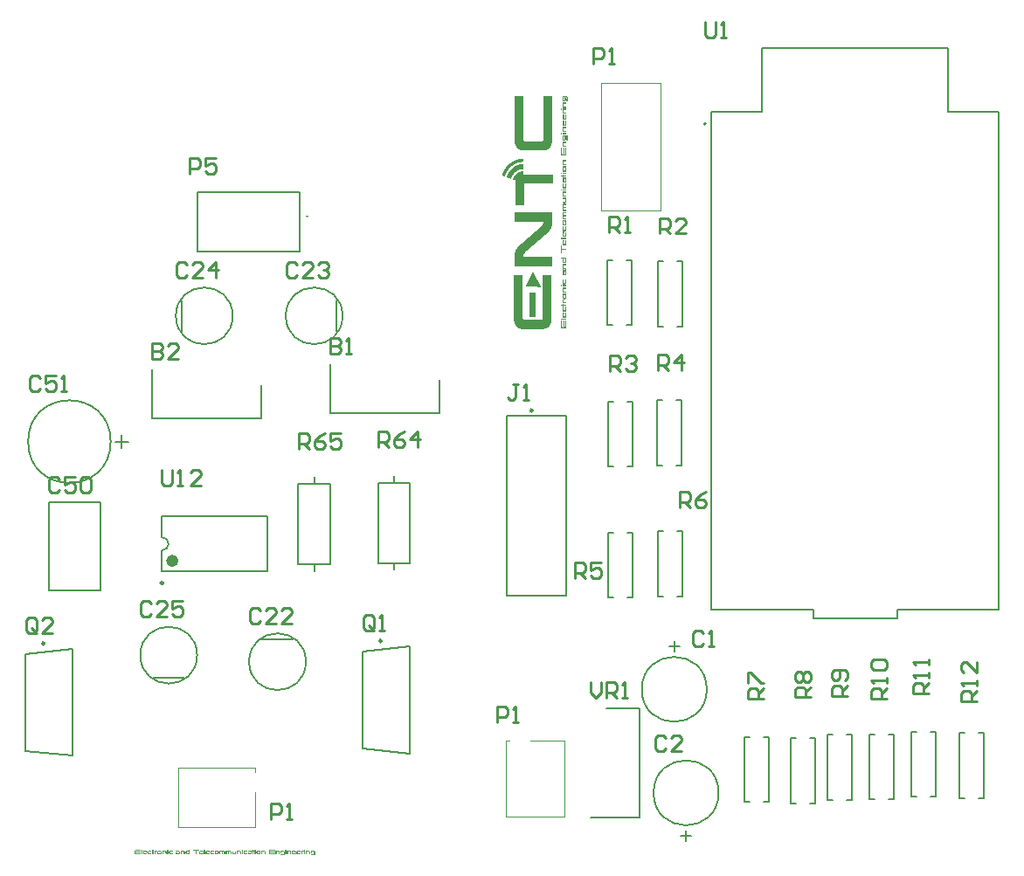
<source format=gbr>
G04*
G04 #@! TF.GenerationSoftware,Altium Limited,Altium Designer,23.8.1 (32)*
G04*
G04 Layer_Color=65535*
%FSLAX44Y44*%
%MOMM*%
G71*
G04*
G04 #@! TF.SameCoordinates,B6B44BCC-8F3F-42C6-BD7A-2A87D95AF342*
G04*
G04*
G04 #@! TF.FilePolarity,Positive*
G04*
G01*
G75*
%ADD10C,0.2000*%
%ADD11C,0.2500*%
%ADD12C,0.1500*%
%ADD13C,0.6000*%
%ADD14C,0.1270*%
%ADD15C,0.1000*%
%ADD16C,0.2540*%
G36*
X820076Y1004742D02*
X820278D01*
Y1004709D01*
X820412D01*
Y1004675D01*
X820513D01*
Y1004642D01*
X820580D01*
Y1004608D01*
X820647D01*
Y1004574D01*
X820715D01*
Y1004541D01*
X820748D01*
Y1004507D01*
X820816D01*
Y1004473D01*
X820849D01*
Y1004440D01*
X820883D01*
Y1004406D01*
X820916D01*
Y1004339D01*
X820950D01*
Y1004305D01*
X820984D01*
Y1004238D01*
X821017D01*
Y1004204D01*
X821051D01*
Y1004137D01*
X821085D01*
Y1004036D01*
X821118D01*
Y1003936D01*
X821152D01*
Y1003835D01*
X821185D01*
Y1003633D01*
X821219D01*
Y999531D01*
X820210D01*
Y1002423D01*
X820244D01*
Y1002759D01*
X820210D01*
Y1002961D01*
X820177D01*
Y1003095D01*
X820143D01*
Y1003196D01*
X820109D01*
Y1003297D01*
X820076D01*
Y1003364D01*
X819370D01*
Y1002658D01*
X819404D01*
Y1000406D01*
X819370D01*
Y999935D01*
X819336D01*
Y999834D01*
X819303D01*
Y999767D01*
X819269D01*
Y999699D01*
X819235D01*
Y999632D01*
X819202D01*
Y999599D01*
X819168D01*
Y999565D01*
X819135D01*
Y999531D01*
X819101D01*
Y999498D01*
X819067D01*
Y999464D01*
X819034D01*
Y999430D01*
X818966D01*
Y999397D01*
X818899D01*
Y999363D01*
X818798D01*
Y999330D01*
X818496D01*
Y999296D01*
X816949D01*
Y999330D01*
X816714D01*
Y999363D01*
X816647D01*
Y999397D01*
X816579D01*
Y999430D01*
X816546D01*
Y999464D01*
X816512D01*
Y999498D01*
X816479D01*
Y999531D01*
X816445D01*
Y999565D01*
X816411D01*
Y999599D01*
X816378D01*
Y999632D01*
X816344D01*
Y999666D01*
X816311D01*
Y999733D01*
X816277D01*
Y999800D01*
X816243D01*
Y999868D01*
X816210D01*
Y999901D01*
Y999935D01*
X816176D01*
Y1000036D01*
X816142D01*
Y1000204D01*
X816109D01*
Y1000473D01*
X816075D01*
Y1003465D01*
X816109D01*
Y1003835D01*
X816142D01*
Y1003969D01*
X816176D01*
Y1004104D01*
X816210D01*
Y1004171D01*
X816243D01*
Y1004238D01*
X816277D01*
Y1004305D01*
X816311D01*
Y1004373D01*
X816344D01*
Y1004406D01*
X816378D01*
Y1004473D01*
X816411D01*
Y1004507D01*
X816445D01*
Y1004541D01*
X816479D01*
Y1004574D01*
X816546D01*
Y1004608D01*
X816579D01*
Y1004642D01*
X816647D01*
Y1004675D01*
X816714D01*
Y1004709D01*
X816815D01*
Y1004742D01*
X817050D01*
Y1004776D01*
X820076D01*
Y1004742D01*
D02*
G37*
G36*
X819975Y997615D02*
X819941D01*
Y997144D01*
X819067D01*
Y997178D01*
X817554D01*
Y997144D01*
X817218D01*
Y997111D01*
X817151D01*
Y997044D01*
X817117D01*
Y996741D01*
X817084D01*
Y994455D01*
X819975D01*
Y993110D01*
X816075D01*
Y997245D01*
X816109D01*
Y997548D01*
X816142D01*
Y997682D01*
X816176D01*
Y997783D01*
X816210D01*
Y997884D01*
X816243D01*
Y997951D01*
X816277D01*
Y997985D01*
X816311D01*
Y998052D01*
X816344D01*
Y998119D01*
X816378D01*
Y998153D01*
X816411D01*
Y998187D01*
X816445D01*
Y998220D01*
X816479D01*
Y998254D01*
X816512D01*
Y998287D01*
X816546D01*
Y998321D01*
X816579D01*
Y998355D01*
X816647D01*
Y998388D01*
X816680D01*
Y998422D01*
X816748D01*
Y998456D01*
X816815D01*
Y998489D01*
X816949D01*
Y998523D01*
X817185D01*
Y998556D01*
X817790D01*
Y998590D01*
X818630D01*
Y998556D01*
X819840D01*
Y998590D01*
X819975D01*
Y997615D01*
D02*
G37*
G36*
Y991160D02*
X816109D01*
Y992505D01*
X819975D01*
Y991160D01*
D02*
G37*
G36*
X815504Y992404D02*
X815470D01*
Y991261D01*
X815504D01*
Y991160D01*
X814697D01*
Y991194D01*
Y992505D01*
X815504D01*
Y992404D01*
D02*
G37*
G36*
X817084Y988975D02*
X817117D01*
Y988739D01*
X817151D01*
Y988706D01*
X817185D01*
Y988672D01*
X817218D01*
Y988639D01*
X817319D01*
Y988605D01*
X818126D01*
Y988571D01*
X818395D01*
Y988605D01*
X819975D01*
Y987226D01*
X819840D01*
Y987260D01*
X818462D01*
Y987226D01*
X817454D01*
Y987260D01*
X816916D01*
Y987294D01*
X816815D01*
Y987327D01*
X816748D01*
Y987361D01*
X816680D01*
Y987395D01*
X816647D01*
Y987428D01*
X816579D01*
Y987462D01*
X816546D01*
Y987495D01*
X816512D01*
Y987529D01*
X816479D01*
Y987563D01*
X816445D01*
Y987596D01*
X816411D01*
Y987630D01*
X816378D01*
Y987664D01*
X816344D01*
Y987731D01*
X816311D01*
Y987764D01*
X816277D01*
Y987832D01*
X816243D01*
Y987899D01*
X816210D01*
Y987966D01*
X816176D01*
Y988067D01*
X816142D01*
Y988202D01*
X816109D01*
Y988571D01*
X816075D01*
Y990656D01*
X817084D01*
Y988975D01*
D02*
G37*
G36*
X817689Y986487D02*
X817823D01*
Y986453D01*
X817924D01*
Y986420D01*
X817991D01*
Y986386D01*
X818025D01*
Y986352D01*
X818059D01*
Y986319D01*
X818092D01*
Y986285D01*
X818126D01*
Y986252D01*
X818160D01*
Y986218D01*
X818193D01*
Y986184D01*
X818227D01*
Y986117D01*
X818260D01*
Y986083D01*
X818294D01*
Y985983D01*
X818328D01*
Y985815D01*
X818361D01*
Y982721D01*
X818630D01*
Y982755D01*
X818731D01*
Y982789D01*
X818832D01*
Y982822D01*
X818866D01*
Y982856D01*
X818899D01*
Y982889D01*
X818933D01*
Y982957D01*
X818966D01*
Y986420D01*
X819975D01*
Y982486D01*
X819941D01*
Y982251D01*
X819908D01*
Y982150D01*
X819874D01*
Y982049D01*
X819840D01*
Y981948D01*
X819807D01*
Y981881D01*
X819773D01*
Y981847D01*
X819740D01*
Y981780D01*
X819706D01*
Y981746D01*
X819672D01*
Y981679D01*
X819639D01*
Y981646D01*
X819605D01*
Y981612D01*
X819572D01*
Y981578D01*
X819504D01*
Y981545D01*
X819471D01*
Y981511D01*
X819404D01*
Y981478D01*
X819336D01*
Y981444D01*
X819235D01*
Y981410D01*
X819000D01*
Y981377D01*
X816949D01*
Y981410D01*
X816748D01*
Y981444D01*
X816647D01*
Y981478D01*
X816579D01*
Y981511D01*
X816546D01*
Y981545D01*
X816512D01*
Y981578D01*
X816479D01*
Y981612D01*
X816445D01*
Y981646D01*
X816411D01*
Y981679D01*
X816378D01*
Y981713D01*
X816344D01*
Y981746D01*
X816311D01*
Y981780D01*
X816277D01*
Y981847D01*
X816243D01*
Y981915D01*
X816210D01*
Y981982D01*
X816176D01*
Y982083D01*
X816142D01*
Y982251D01*
X816109D01*
Y982486D01*
X816075D01*
Y985714D01*
X816109D01*
Y985915D01*
X816142D01*
Y986016D01*
X816176D01*
Y986083D01*
Y986117D01*
X816210D01*
Y986151D01*
X816243D01*
Y986218D01*
X816277D01*
Y986252D01*
X816311D01*
Y986285D01*
X816344D01*
Y986319D01*
X816378D01*
Y986352D01*
X816411D01*
Y986386D01*
X816479D01*
Y986420D01*
X816546D01*
Y986453D01*
X816647D01*
Y986487D01*
X816781D01*
Y986520D01*
X817689D01*
Y986487D01*
D02*
G37*
G36*
X817588Y980637D02*
X817790D01*
Y980603D01*
X817891D01*
Y980570D01*
X817958D01*
Y980536D01*
X818025D01*
Y980502D01*
X818059D01*
Y980469D01*
X818092D01*
Y980435D01*
X818126D01*
Y980402D01*
X818160D01*
Y980368D01*
X818193D01*
Y980334D01*
X818227D01*
Y980267D01*
X818260D01*
Y980200D01*
X818294D01*
Y980133D01*
X818328D01*
Y979965D01*
X818361D01*
Y976838D01*
X818428D01*
Y976872D01*
X818664D01*
Y976905D01*
X818798D01*
Y976939D01*
X818866D01*
Y976972D01*
X818899D01*
Y977040D01*
X818933D01*
Y977376D01*
X818966D01*
Y980570D01*
X819975D01*
Y976636D01*
X819941D01*
Y976401D01*
X819908D01*
Y976266D01*
X819874D01*
Y976166D01*
X819840D01*
Y976098D01*
X819807D01*
Y976031D01*
X819773D01*
Y975964D01*
X819740D01*
Y975930D01*
X819706D01*
Y975863D01*
X819672D01*
Y975829D01*
X819639D01*
Y975796D01*
X819605D01*
Y975762D01*
X819572D01*
Y975729D01*
X819538D01*
Y975695D01*
X819471D01*
Y975661D01*
X819437D01*
Y975628D01*
X819370D01*
Y975594D01*
X819269D01*
Y975560D01*
X819101D01*
Y975527D01*
X816882D01*
Y975560D01*
X816714D01*
Y975594D01*
X816647D01*
Y975628D01*
X816579D01*
Y975661D01*
X816546D01*
Y975695D01*
X816479D01*
Y975729D01*
X816445D01*
Y975762D01*
X816411D01*
Y975796D01*
X816378D01*
Y975829D01*
X816344D01*
Y975897D01*
X816311D01*
Y975930D01*
X816277D01*
Y975997D01*
X816243D01*
Y976065D01*
X816210D01*
Y976132D01*
X816176D01*
Y976199D01*
Y976233D01*
X816142D01*
Y976367D01*
X816109D01*
Y976636D01*
X816075D01*
Y979763D01*
X816109D01*
Y980066D01*
X816142D01*
Y980166D01*
X816176D01*
Y980234D01*
X816210D01*
Y980301D01*
X816243D01*
Y980368D01*
X816277D01*
Y980402D01*
X816311D01*
Y980435D01*
X816344D01*
Y980469D01*
X816378D01*
Y980502D01*
X816445D01*
Y980536D01*
X816479D01*
Y980570D01*
X816579D01*
Y980603D01*
X816680D01*
Y980637D01*
X816916D01*
Y980671D01*
X817588D01*
Y980637D01*
D02*
G37*
G36*
X819975Y973711D02*
X819941D01*
Y973543D01*
X819908D01*
Y973510D01*
X819773D01*
Y973476D01*
X817151D01*
Y973409D01*
X817117D01*
Y972938D01*
X817084D01*
Y970786D01*
X819975D01*
Y969442D01*
X816075D01*
Y973274D01*
Y973308D01*
Y973610D01*
X816109D01*
Y973846D01*
X816142D01*
Y974014D01*
X816176D01*
Y974115D01*
X816210D01*
Y974216D01*
X816243D01*
Y974283D01*
X816277D01*
Y974350D01*
X816311D01*
Y974384D01*
X816344D01*
Y974451D01*
X816378D01*
Y974485D01*
X816411D01*
Y974518D01*
X816445D01*
Y974552D01*
X816479D01*
Y974619D01*
X816546D01*
Y974653D01*
X816579D01*
Y974686D01*
X816647D01*
Y974720D01*
X816680D01*
Y974753D01*
X816781D01*
Y974787D01*
X816848D01*
Y974821D01*
X816983D01*
Y974854D01*
X817151D01*
Y974888D01*
X817655D01*
Y974922D01*
X817857D01*
Y974888D01*
X819807D01*
Y974922D01*
X819975D01*
Y973711D01*
D02*
G37*
G36*
Y968702D02*
Y967357D01*
X816109D01*
Y968702D01*
X819269D01*
Y968736D01*
X819975D01*
Y968702D01*
D02*
G37*
G36*
X815470D02*
X815504D01*
Y968601D01*
X815470D01*
Y967626D01*
Y967592D01*
Y967525D01*
X815504D01*
Y967357D01*
X814697D01*
Y968736D01*
X815470D01*
Y968702D01*
D02*
G37*
G36*
X819975Y966718D02*
X820244D01*
Y966685D01*
X820378D01*
Y966651D01*
X820479D01*
Y966618D01*
X820580D01*
Y966584D01*
X820647D01*
Y966550D01*
X820681D01*
Y966517D01*
X820748D01*
Y966483D01*
X820782D01*
Y966449D01*
X820816D01*
Y966416D01*
X820849D01*
Y966382D01*
X820883D01*
Y966349D01*
X820916D01*
Y966315D01*
X820950D01*
Y966248D01*
X820984D01*
Y966214D01*
X821017D01*
Y966147D01*
X821051D01*
Y966080D01*
X821085D01*
Y966012D01*
X821118D01*
Y965911D01*
X821152D01*
Y965777D01*
X821185D01*
Y965609D01*
X821219D01*
Y964668D01*
Y964634D01*
Y961507D01*
X820210D01*
Y964399D01*
X820244D01*
Y964735D01*
X820210D01*
Y964937D01*
X820177D01*
Y965071D01*
X820143D01*
Y965172D01*
X820109D01*
Y965273D01*
X820076D01*
Y965340D01*
X819404D01*
Y962314D01*
X819370D01*
Y961911D01*
X819336D01*
Y961810D01*
X819303D01*
Y961709D01*
X819269D01*
Y961675D01*
X819235D01*
Y961608D01*
X819202D01*
Y961574D01*
X819168D01*
Y961541D01*
X819135D01*
Y961507D01*
X819101D01*
Y961474D01*
X819067D01*
Y961440D01*
X819034D01*
Y961406D01*
X818966D01*
Y961373D01*
X818899D01*
Y961339D01*
X818832D01*
Y961306D01*
X818563D01*
Y961272D01*
X816815D01*
Y961306D01*
X816714D01*
Y961339D01*
X816613D01*
Y961373D01*
X816579D01*
Y961406D01*
X816512D01*
Y961440D01*
X816479D01*
Y961474D01*
X816445D01*
Y961507D01*
X816411D01*
Y961541D01*
X816378D01*
Y961608D01*
X816344D01*
Y961642D01*
X816311D01*
Y961675D01*
X816277D01*
Y961743D01*
X816243D01*
Y961810D01*
X816210D01*
Y961911D01*
X816176D01*
Y962012D01*
X816142D01*
Y962146D01*
X816109D01*
Y962550D01*
X816075D01*
Y965508D01*
X816109D01*
Y965777D01*
X816142D01*
Y965945D01*
X816176D01*
Y966046D01*
X816210D01*
Y966147D01*
X816243D01*
Y966214D01*
X816277D01*
Y966281D01*
X816311D01*
Y966349D01*
X816344D01*
Y966382D01*
X816378D01*
Y966449D01*
X816411D01*
Y966483D01*
X816445D01*
Y966517D01*
X816479D01*
Y966550D01*
X816546D01*
Y966584D01*
X816579D01*
Y966618D01*
X816647D01*
Y966651D01*
X816748D01*
Y966685D01*
X816848D01*
Y966718D01*
X817084D01*
Y966752D01*
X819975D01*
Y966718D01*
D02*
G37*
G36*
X806258Y961709D02*
X806225D01*
Y961137D01*
X806191D01*
Y960700D01*
X806157D01*
Y960364D01*
X806124D01*
Y960062D01*
X806090D01*
Y959793D01*
X806056D01*
Y959557D01*
X806023D01*
Y959356D01*
X805989D01*
Y959154D01*
X805956D01*
Y958986D01*
X805922D01*
Y958818D01*
X805888D01*
Y958650D01*
X805855D01*
Y958482D01*
X805821D01*
Y958347D01*
X805787D01*
Y958213D01*
X805754D01*
Y958078D01*
X805720D01*
Y957944D01*
X805687D01*
Y957809D01*
X805653D01*
Y957708D01*
X805619D01*
Y957574D01*
X805586D01*
Y957473D01*
X805552D01*
Y957372D01*
X805518D01*
Y957271D01*
X805485D01*
Y957170D01*
X805451D01*
Y957069D01*
X805418D01*
Y956969D01*
X805384D01*
Y956868D01*
X805350D01*
Y956801D01*
X805317D01*
Y956700D01*
X805283D01*
Y956632D01*
X805249D01*
Y956532D01*
X805216D01*
Y956464D01*
X805182D01*
Y956397D01*
X805149D01*
Y956330D01*
X805115D01*
Y956229D01*
X805081D01*
Y956162D01*
X805048D01*
Y956095D01*
X805014D01*
Y956027D01*
X804981D01*
Y955960D01*
X804947D01*
Y955893D01*
X804913D01*
Y955826D01*
X804880D01*
Y955758D01*
X804846D01*
Y955725D01*
X804812D01*
Y955657D01*
X804779D01*
Y955590D01*
X804745D01*
Y955523D01*
X804712D01*
Y955489D01*
X804678D01*
Y955422D01*
X804644D01*
Y955355D01*
X804611D01*
Y955321D01*
X804577D01*
Y955254D01*
X804544D01*
Y955187D01*
X804510D01*
Y955153D01*
X804476D01*
Y955086D01*
X804443D01*
Y955052D01*
X804409D01*
Y954985D01*
X804375D01*
Y954951D01*
X804342D01*
Y954918D01*
X804308D01*
Y954851D01*
X804275D01*
Y954817D01*
X804241D01*
Y954750D01*
X804207D01*
Y954716D01*
X804174D01*
Y954682D01*
X804140D01*
Y954649D01*
X804106D01*
Y954582D01*
X804073D01*
Y954548D01*
X804039D01*
Y954514D01*
X804006D01*
Y954481D01*
X803972D01*
Y954414D01*
X803938D01*
Y954380D01*
X803905D01*
Y954346D01*
X803871D01*
Y954313D01*
X803838D01*
Y954279D01*
X803804D01*
Y954245D01*
X803770D01*
Y954212D01*
X803737D01*
Y954145D01*
X803703D01*
Y954111D01*
X803669D01*
Y954077D01*
X803636D01*
Y954044D01*
X803602D01*
Y954010D01*
X803568D01*
Y953977D01*
X803535D01*
Y953943D01*
X803501D01*
Y953909D01*
X803468D01*
Y953876D01*
X803434D01*
Y953842D01*
X803400D01*
Y953808D01*
X803367D01*
Y953775D01*
X803333D01*
Y953741D01*
X803266D01*
Y953708D01*
X803232D01*
Y953674D01*
X803199D01*
Y953640D01*
X803165D01*
Y953607D01*
X803131D01*
Y953573D01*
X803098D01*
Y953539D01*
X803031D01*
Y953506D01*
X802997D01*
Y953472D01*
X802963D01*
Y953438D01*
X802930D01*
Y953405D01*
X802862D01*
Y953371D01*
X802829D01*
Y953338D01*
X802795D01*
Y953304D01*
X802728D01*
Y953270D01*
X802694D01*
Y953237D01*
X802627D01*
Y953203D01*
X802594D01*
Y953170D01*
X802560D01*
Y953136D01*
X802493D01*
Y953102D01*
X802425D01*
Y953069D01*
X802392D01*
Y953035D01*
X802325D01*
Y953001D01*
X802257D01*
Y952968D01*
X802224D01*
Y952934D01*
X802157D01*
Y952901D01*
X802089D01*
Y952867D01*
X802056D01*
Y952833D01*
X801988D01*
Y952800D01*
X801921D01*
Y952766D01*
X801854D01*
Y952732D01*
X801787D01*
Y952699D01*
X801719D01*
Y952665D01*
X801652D01*
Y952632D01*
X801585D01*
Y952598D01*
X801518D01*
Y952564D01*
X801451D01*
Y952531D01*
X801383D01*
Y952497D01*
X801282D01*
Y952464D01*
X801215D01*
Y952430D01*
X801114D01*
Y952396D01*
X801047D01*
Y952363D01*
X800946D01*
Y952329D01*
X800845D01*
Y952296D01*
X800744D01*
Y952262D01*
X800644D01*
Y952228D01*
X800543D01*
Y952195D01*
X800408D01*
Y952161D01*
X800307D01*
Y952127D01*
X800173D01*
Y952094D01*
X800038D01*
Y952060D01*
X799870D01*
Y952027D01*
X799702D01*
Y951993D01*
X799534D01*
Y951959D01*
X799332D01*
Y951926D01*
X799131D01*
Y951892D01*
X798862D01*
Y951858D01*
X798559D01*
Y951825D01*
X798156D01*
Y951791D01*
X797517D01*
Y951758D01*
X778488D01*
Y951791D01*
X777883D01*
Y951825D01*
X777479D01*
Y951858D01*
X777177D01*
Y951892D01*
X776942D01*
Y951926D01*
X776706D01*
Y951959D01*
X776538D01*
Y951993D01*
X776336D01*
Y952027D01*
X776168D01*
Y952060D01*
X776034D01*
Y952094D01*
X775899D01*
Y952127D01*
X775765D01*
Y952161D01*
X775630D01*
Y952195D01*
X775530D01*
Y952228D01*
X775429D01*
Y952262D01*
X775328D01*
Y952296D01*
X775227D01*
Y952329D01*
X775126D01*
Y952363D01*
X775025D01*
Y952396D01*
X774924D01*
Y952430D01*
X774857D01*
Y952464D01*
X774756D01*
Y952497D01*
X774689D01*
Y952531D01*
X774622D01*
Y952564D01*
X774521D01*
Y952598D01*
X774454D01*
Y952632D01*
X774387D01*
Y952665D01*
X774319D01*
Y952699D01*
X774252D01*
Y952732D01*
X774185D01*
Y952766D01*
X774118D01*
Y952800D01*
X774084D01*
Y952833D01*
X774017D01*
Y952867D01*
X773949D01*
Y952901D01*
X773882D01*
Y952934D01*
X773849D01*
Y952968D01*
X773781D01*
Y953001D01*
X773748D01*
Y953035D01*
X773680D01*
Y953069D01*
X773647D01*
Y953102D01*
X773580D01*
Y953136D01*
X773512D01*
Y953170D01*
X773479D01*
Y953203D01*
X773411D01*
Y953237D01*
X773378D01*
Y953270D01*
X773344D01*
Y953304D01*
X773277D01*
Y953338D01*
X773243D01*
Y953371D01*
X773210D01*
Y953405D01*
X773142D01*
Y953438D01*
X773109D01*
Y953472D01*
X773075D01*
Y953506D01*
X773008D01*
Y953539D01*
X772974D01*
Y953573D01*
X772941D01*
Y953607D01*
X772907D01*
Y953640D01*
X772874D01*
Y953674D01*
X772840D01*
Y953708D01*
X772773D01*
Y953741D01*
X772739D01*
Y953775D01*
X772706D01*
Y953808D01*
X772672D01*
Y953842D01*
X772638D01*
Y953876D01*
X772605D01*
Y953909D01*
X772571D01*
Y953943D01*
X772537D01*
Y953977D01*
X772504D01*
Y954010D01*
X772470D01*
Y954044D01*
X772437D01*
Y954077D01*
X772403D01*
Y954111D01*
X772369D01*
Y954145D01*
X772336D01*
Y954178D01*
X772302D01*
Y954245D01*
X772268D01*
Y954279D01*
X772235D01*
Y954313D01*
X772201D01*
Y954346D01*
X772168D01*
Y954380D01*
X772134D01*
Y954414D01*
X772100D01*
Y954447D01*
X772067D01*
Y954514D01*
X772033D01*
Y954548D01*
X772000D01*
Y954582D01*
X771966D01*
Y954649D01*
X771932D01*
Y954682D01*
X771899D01*
Y954716D01*
X771865D01*
Y954783D01*
X771831D01*
Y954817D01*
X771798D01*
Y954851D01*
X771764D01*
Y954918D01*
X771730D01*
Y954951D01*
X771697D01*
Y955019D01*
X771663D01*
Y955052D01*
X771630D01*
Y955119D01*
X771596D01*
Y955153D01*
X771562D01*
Y955220D01*
X771529D01*
Y955254D01*
X771495D01*
Y955321D01*
X771462D01*
Y955355D01*
X771428D01*
Y955422D01*
X771394D01*
Y955489D01*
X771361D01*
Y955557D01*
X771327D01*
Y955590D01*
X771293D01*
Y955657D01*
X771260D01*
Y955725D01*
X771226D01*
Y955792D01*
X771193D01*
Y955859D01*
X771159D01*
Y955926D01*
X771125D01*
Y955994D01*
X771092D01*
Y956061D01*
X771058D01*
Y956128D01*
X771024D01*
Y956195D01*
X770991D01*
Y956263D01*
X770957D01*
Y956330D01*
X770924D01*
Y956431D01*
X770890D01*
Y956498D01*
X770856D01*
Y956565D01*
X770823D01*
Y956666D01*
X770789D01*
Y956733D01*
X770755D01*
Y956834D01*
X770722D01*
Y956901D01*
X770688D01*
Y957002D01*
X770655D01*
Y957103D01*
X770621D01*
Y957204D01*
X770587D01*
Y957305D01*
X770554D01*
Y957406D01*
X770520D01*
Y957506D01*
X770487D01*
Y957641D01*
X770453D01*
Y957742D01*
X770419D01*
Y957876D01*
X770386D01*
Y957977D01*
X770352D01*
Y958112D01*
X770319D01*
Y958246D01*
X770285D01*
Y958381D01*
X770251D01*
Y958549D01*
X770218D01*
Y958683D01*
X770184D01*
Y958851D01*
X770150D01*
Y959053D01*
X770117D01*
Y959221D01*
X770083D01*
Y959423D01*
X770050D01*
Y959658D01*
X770016D01*
Y959893D01*
X769982D01*
Y960163D01*
X769949D01*
Y960499D01*
X769915D01*
Y960869D01*
X769881D01*
Y961339D01*
X769848D01*
Y962012D01*
X769814D01*
Y970820D01*
Y970854D01*
Y1004204D01*
X778354D01*
Y962348D01*
X778387D01*
Y962012D01*
X778421D01*
Y961877D01*
X778455D01*
Y961776D01*
X778488D01*
Y961709D01*
X778522D01*
Y961608D01*
X778555D01*
Y961574D01*
X778589D01*
Y961507D01*
X778623D01*
Y961440D01*
X778656D01*
Y961406D01*
X778690D01*
Y961339D01*
X778723D01*
Y961306D01*
X778757D01*
Y961272D01*
X778791D01*
Y961238D01*
X778824D01*
Y961205D01*
X778858D01*
Y961171D01*
X778892D01*
Y961137D01*
X778925D01*
Y961104D01*
X778959D01*
Y961070D01*
X779026D01*
Y961037D01*
X779060D01*
Y961003D01*
X779127D01*
Y960969D01*
X779161D01*
Y960936D01*
X779228D01*
Y960902D01*
X779295D01*
Y960869D01*
X779396D01*
Y960835D01*
X779497D01*
Y960801D01*
X779665D01*
Y960768D01*
X796307D01*
Y960801D01*
X796542D01*
Y960835D01*
X796643D01*
Y960869D01*
X796744D01*
Y960902D01*
X796845D01*
Y960936D01*
X796912D01*
Y960969D01*
X796945D01*
Y961003D01*
X797013D01*
Y961037D01*
X797046D01*
Y961070D01*
X797113D01*
Y961104D01*
X797147D01*
Y961137D01*
X797181D01*
Y961171D01*
X797214D01*
Y961205D01*
X797248D01*
Y961238D01*
X797282D01*
Y961272D01*
X797315D01*
Y961306D01*
X797349D01*
Y961339D01*
X797383D01*
Y961406D01*
X797416D01*
Y961440D01*
X797450D01*
Y961507D01*
X797483D01*
Y961541D01*
X797517D01*
Y961608D01*
X797551D01*
Y961709D01*
X797584D01*
Y961776D01*
X797618D01*
Y961911D01*
X797651D01*
Y962012D01*
X797685D01*
Y962213D01*
X797719D01*
Y962482D01*
X797752D01*
Y1002120D01*
X797786D01*
Y1004339D01*
X806258D01*
Y961709D01*
D02*
G37*
G36*
X819975Y959692D02*
X819941D01*
Y959221D01*
X819706D01*
Y959255D01*
X817151D01*
Y959120D01*
X817117D01*
Y958717D01*
X817084D01*
Y956532D01*
X819975D01*
Y955187D01*
X816075D01*
Y959356D01*
X816109D01*
Y959591D01*
X816142D01*
Y959759D01*
X816176D01*
Y959860D01*
X816210D01*
Y959961D01*
X816243D01*
Y960028D01*
X816277D01*
Y960095D01*
X816311D01*
Y960163D01*
X816344D01*
Y960196D01*
X816378D01*
Y960230D01*
X816411D01*
Y960297D01*
X816445D01*
Y960331D01*
X816479D01*
Y960364D01*
X816512D01*
Y960398D01*
X816579D01*
Y960432D01*
X816613D01*
Y960465D01*
X816680D01*
Y960499D01*
X816748D01*
Y960532D01*
X816848D01*
Y960566D01*
X816949D01*
Y960600D01*
X817084D01*
Y960633D01*
X817420D01*
Y960667D01*
X819975D01*
Y959692D01*
D02*
G37*
G36*
Y947925D02*
X819941D01*
Y947723D01*
X819908D01*
Y947622D01*
X819874D01*
Y947521D01*
X819840D01*
Y947454D01*
X819807D01*
Y947387D01*
X819773D01*
Y947320D01*
X819740D01*
Y947286D01*
X819706D01*
Y947219D01*
X819672D01*
Y947185D01*
X819639D01*
Y947152D01*
X819605D01*
Y947118D01*
X819572D01*
Y947084D01*
X819538D01*
Y947051D01*
X819504D01*
Y947017D01*
X819471D01*
Y946983D01*
X819437D01*
Y946950D01*
X819370D01*
Y946916D01*
X819303D01*
Y946883D01*
X819235D01*
Y946849D01*
X819135D01*
Y946815D01*
X818933D01*
Y946782D01*
X818832D01*
Y946815D01*
X818798D01*
Y946782D01*
X816142D01*
Y946815D01*
X815941D01*
Y946782D01*
X815873D01*
Y946815D01*
X815638D01*
Y946849D01*
X815537D01*
Y946883D01*
X815470D01*
Y946916D01*
X815403D01*
Y946950D01*
X815369D01*
Y946983D01*
X815302D01*
Y947017D01*
X815268D01*
Y947051D01*
X815235D01*
Y947084D01*
X815201D01*
Y947118D01*
X815167D01*
Y947152D01*
X815134D01*
Y947185D01*
X815100D01*
Y947253D01*
X815067D01*
Y947286D01*
X815033D01*
Y947353D01*
X814999D01*
Y947421D01*
X814966D01*
Y947488D01*
X814932D01*
Y947555D01*
X814898D01*
Y947656D01*
X814865D01*
Y947790D01*
X814831D01*
Y954514D01*
X815941D01*
Y948429D01*
X815974D01*
Y948295D01*
X816008D01*
Y948261D01*
X816041D01*
Y948227D01*
X816075D01*
Y948194D01*
X816176D01*
Y948160D01*
X816344D01*
Y948127D01*
X816512D01*
Y948160D01*
X816882D01*
Y954481D01*
X818025D01*
Y950749D01*
Y950715D01*
Y948127D01*
X818395D01*
Y948160D01*
X818630D01*
Y948194D01*
X818698D01*
Y948227D01*
X818765D01*
Y948295D01*
X818798D01*
Y948328D01*
X818832D01*
Y954582D01*
X819975D01*
Y947925D01*
D02*
G37*
G36*
Y941772D02*
X819941D01*
Y941302D01*
X819034D01*
Y941335D01*
X817521D01*
Y941302D01*
X817218D01*
Y941268D01*
X817185D01*
Y941235D01*
X817151D01*
Y941201D01*
X817117D01*
Y940898D01*
X817084D01*
Y938612D01*
X819975D01*
Y937267D01*
X816075D01*
Y941436D01*
X816109D01*
Y941705D01*
X816142D01*
Y941840D01*
X816176D01*
Y941941D01*
X816210D01*
Y942041D01*
X816243D01*
Y942109D01*
X816277D01*
Y942142D01*
X816311D01*
Y942209D01*
X816344D01*
Y942277D01*
X816378D01*
Y942310D01*
X816411D01*
Y942344D01*
X816445D01*
Y942378D01*
X816479D01*
Y942411D01*
X816512D01*
Y942445D01*
X816546D01*
Y942478D01*
X816579D01*
Y942512D01*
X816647D01*
Y942546D01*
X816680D01*
Y942579D01*
X816748D01*
Y942613D01*
X816815D01*
Y942647D01*
X816949D01*
Y942680D01*
X817185D01*
Y942714D01*
X817790D01*
Y942747D01*
X818597D01*
Y942714D01*
X819840D01*
Y942747D01*
X819975D01*
Y941772D01*
D02*
G37*
G36*
X818227Y936629D02*
X818899D01*
Y936595D01*
X819067D01*
Y936561D01*
X819168D01*
Y936528D01*
X819269D01*
Y936494D01*
X819336D01*
Y936460D01*
X819404D01*
Y936427D01*
X819471D01*
Y936393D01*
X819504D01*
Y936360D01*
X819538D01*
Y936326D01*
X819605D01*
Y936259D01*
X819639D01*
Y936225D01*
X819672D01*
Y936191D01*
X819706D01*
Y936124D01*
X819740D01*
Y936091D01*
X819773D01*
Y936023D01*
X819807D01*
Y935956D01*
X819840D01*
Y935855D01*
X819874D01*
Y935754D01*
X819908D01*
Y935586D01*
X819941D01*
Y935317D01*
X819975D01*
Y932493D01*
X819941D01*
Y932123D01*
X819908D01*
Y931989D01*
X819874D01*
Y931888D01*
X819840D01*
Y931821D01*
X819807D01*
Y931754D01*
X819773D01*
Y931686D01*
X819740D01*
Y931653D01*
X819706D01*
Y931586D01*
X819672D01*
Y931552D01*
X819639D01*
Y931518D01*
X819605D01*
Y931485D01*
X819572D01*
Y931451D01*
X819538D01*
Y931417D01*
X819504D01*
Y931384D01*
X819471D01*
Y931350D01*
X819404D01*
Y931317D01*
X819336D01*
Y931283D01*
X819303D01*
Y931249D01*
X819202D01*
Y931216D01*
X819101D01*
Y931182D01*
X818260D01*
Y931149D01*
X817857D01*
Y931182D01*
X816949D01*
Y931216D01*
X816848D01*
Y931249D01*
X816748D01*
Y931283D01*
X816680D01*
Y931317D01*
X816647D01*
Y931350D01*
X816579D01*
Y931384D01*
X816546D01*
Y931417D01*
X816512D01*
Y931451D01*
X816479D01*
Y931485D01*
X816445D01*
Y931518D01*
X816411D01*
Y931552D01*
X816378D01*
Y931586D01*
X816344D01*
Y931653D01*
X816311D01*
Y931686D01*
X816277D01*
Y931754D01*
X816243D01*
Y931821D01*
X816210D01*
Y931888D01*
X816176D01*
Y931989D01*
X816142D01*
Y932123D01*
X816109D01*
Y932493D01*
X816075D01*
Y933905D01*
Y933939D01*
Y935351D01*
X816109D01*
Y935586D01*
X816142D01*
Y935754D01*
X816176D01*
Y935855D01*
X816210D01*
Y935923D01*
X816243D01*
Y936023D01*
X816277D01*
Y936057D01*
X816311D01*
Y936124D01*
X816344D01*
Y936191D01*
X816378D01*
Y936225D01*
X816411D01*
Y936259D01*
X816445D01*
Y936292D01*
X816479D01*
Y936326D01*
X816512D01*
Y936360D01*
X816546D01*
Y936393D01*
X816579D01*
Y936427D01*
X816647D01*
Y936460D01*
X816714D01*
Y936494D01*
X816781D01*
Y936528D01*
X816882D01*
Y936561D01*
X816983D01*
Y936595D01*
X817151D01*
Y936629D01*
X817756D01*
Y936662D01*
X818227D01*
Y936629D01*
D02*
G37*
G36*
X815470Y930443D02*
X815504D01*
Y930375D01*
X815470D01*
Y929299D01*
X815504D01*
Y929098D01*
X814697D01*
Y930443D01*
Y930476D01*
X814898D01*
Y930443D01*
X815436D01*
Y930476D01*
X815470D01*
Y930443D01*
D02*
G37*
G36*
X819975Y929098D02*
X816109D01*
Y930443D01*
X819773D01*
Y930476D01*
X819975D01*
Y929098D01*
D02*
G37*
G36*
X778320Y943420D02*
Y943386D01*
Y940730D01*
X777513D01*
Y940697D01*
X776975D01*
Y940663D01*
X776605D01*
Y940629D01*
X776303D01*
Y940596D01*
X776034D01*
Y940562D01*
X775798D01*
Y940528D01*
X775563D01*
Y940495D01*
X775361D01*
Y940461D01*
X775193D01*
Y940428D01*
X774992D01*
Y940394D01*
X774824D01*
Y940360D01*
X774689D01*
Y940327D01*
X774521D01*
Y940293D01*
X774387D01*
Y940259D01*
X774218D01*
Y940226D01*
X774084D01*
Y940192D01*
X773949D01*
Y940159D01*
X773815D01*
Y940125D01*
X773714D01*
Y940091D01*
X773580D01*
Y940058D01*
X773445D01*
Y940024D01*
X773344D01*
Y939991D01*
X773243D01*
Y939957D01*
X773109D01*
Y939923D01*
X773008D01*
Y939890D01*
X772907D01*
Y939856D01*
X772806D01*
Y939822D01*
X772706D01*
Y939789D01*
X772605D01*
Y939755D01*
X772504D01*
Y939722D01*
X772403D01*
Y939688D01*
X772302D01*
Y939654D01*
X772235D01*
Y939621D01*
X772134D01*
Y939587D01*
X772033D01*
Y939554D01*
X771966D01*
Y939520D01*
X771865D01*
Y939486D01*
X771798D01*
Y939453D01*
X771697D01*
Y939419D01*
X771630D01*
Y939385D01*
X771529D01*
Y939352D01*
X771462D01*
Y939318D01*
X771361D01*
Y939285D01*
X771293D01*
Y939251D01*
X771226D01*
Y939217D01*
X771125D01*
Y939184D01*
X771058D01*
Y939150D01*
X770991D01*
Y939117D01*
X770924D01*
Y939083D01*
X770823D01*
Y939049D01*
X770755D01*
Y939016D01*
X770688D01*
Y938982D01*
X770621D01*
Y938948D01*
X770554D01*
Y938915D01*
X770487D01*
Y938881D01*
X770419D01*
Y938848D01*
X770352D01*
Y938814D01*
X770285D01*
Y938780D01*
X770218D01*
Y938747D01*
X770150D01*
Y938713D01*
X770083D01*
Y938679D01*
X770016D01*
Y938646D01*
X769949D01*
Y938612D01*
X769881D01*
Y938578D01*
X769814D01*
Y938545D01*
X769781D01*
Y938511D01*
X769713D01*
Y938478D01*
X769646D01*
Y938444D01*
X769579D01*
Y938410D01*
X769512D01*
Y938377D01*
X769478D01*
Y938343D01*
X769411D01*
Y938310D01*
X769343D01*
Y938276D01*
X769276D01*
Y938242D01*
X769243D01*
Y938209D01*
X769175D01*
Y938175D01*
X769108D01*
Y938141D01*
X769074D01*
Y938108D01*
X769007D01*
Y938074D01*
X768940D01*
Y938041D01*
X768906D01*
Y938007D01*
X768839D01*
Y937973D01*
X768806D01*
Y937940D01*
X768738D01*
Y937906D01*
X768671D01*
Y937872D01*
X768637D01*
Y937839D01*
X768570D01*
Y937805D01*
X768537D01*
Y937772D01*
X768469D01*
Y937738D01*
X768436D01*
Y937704D01*
X768369D01*
Y937671D01*
X768335D01*
Y937637D01*
X768268D01*
Y937604D01*
X768234D01*
Y937570D01*
X768167D01*
Y937536D01*
X768133D01*
Y937503D01*
X768066D01*
Y937469D01*
X768032D01*
Y937436D01*
X767999D01*
Y937402D01*
X767932D01*
Y937368D01*
X767898D01*
Y937335D01*
X767831D01*
Y937301D01*
X767797D01*
Y937267D01*
X767763D01*
Y937234D01*
X767696D01*
Y937200D01*
X767663D01*
Y937167D01*
X767629D01*
Y937133D01*
X767562D01*
Y937099D01*
X767528D01*
Y937066D01*
X767494D01*
Y937032D01*
X767427D01*
Y936998D01*
X767393D01*
Y936965D01*
X767360D01*
Y936931D01*
X767293D01*
Y936898D01*
X767259D01*
Y936864D01*
X767225D01*
Y936830D01*
X767192D01*
Y936797D01*
X767125D01*
Y936763D01*
X767091D01*
Y936729D01*
X767057D01*
Y936696D01*
X767024D01*
Y936662D01*
X766956D01*
Y936629D01*
X766923D01*
Y936595D01*
X766889D01*
Y936561D01*
X766856D01*
Y936528D01*
X766822D01*
Y936494D01*
X766755D01*
Y936460D01*
X766721D01*
Y936427D01*
X766687D01*
Y936393D01*
X766654D01*
Y936360D01*
X766620D01*
Y936326D01*
X766587D01*
Y936292D01*
X766519D01*
Y936259D01*
X766486D01*
Y936225D01*
X766452D01*
Y936191D01*
X766419D01*
Y936158D01*
X766385D01*
Y936124D01*
X766351D01*
Y936091D01*
X766318D01*
Y936057D01*
X766251D01*
Y936023D01*
X766217D01*
Y935990D01*
X766183D01*
Y935956D01*
X766150D01*
Y935923D01*
X766116D01*
Y935889D01*
X766082D01*
Y935855D01*
X766049D01*
Y935822D01*
X766015D01*
Y935788D01*
X765982D01*
Y935754D01*
X765948D01*
Y935721D01*
X765881D01*
Y935654D01*
X765813D01*
Y935620D01*
X765780D01*
Y935586D01*
X765746D01*
Y935553D01*
X765713D01*
Y935519D01*
X765679D01*
Y935486D01*
X765645D01*
Y935452D01*
X765612D01*
Y935418D01*
X765578D01*
Y935385D01*
X765544D01*
Y935351D01*
X765511D01*
Y935317D01*
X765477D01*
Y935284D01*
X765444D01*
Y935250D01*
X765410D01*
Y935217D01*
X765376D01*
Y935183D01*
X765343D01*
Y935149D01*
X765309D01*
Y935116D01*
X765275D01*
Y935082D01*
X765242D01*
Y935049D01*
X765208D01*
Y935015D01*
X765175D01*
Y934948D01*
X765141D01*
Y934914D01*
X765107D01*
Y934880D01*
X765074D01*
Y934847D01*
X765040D01*
Y934813D01*
X765006D01*
Y934780D01*
X764973D01*
Y934746D01*
X764939D01*
Y934712D01*
X764906D01*
Y934679D01*
X764872D01*
Y934645D01*
X764838D01*
Y934611D01*
X764805D01*
Y934578D01*
X764771D01*
Y934544D01*
X764738D01*
Y934477D01*
X764704D01*
Y934443D01*
X764670D01*
Y934410D01*
X764637D01*
Y934376D01*
X764603D01*
Y934342D01*
X764569D01*
Y934309D01*
X764536D01*
Y934275D01*
X764502D01*
Y934208D01*
X764469D01*
Y934174D01*
X764435D01*
Y934141D01*
X764401D01*
Y934107D01*
X764368D01*
Y934073D01*
X764334D01*
Y934006D01*
X764301D01*
Y933973D01*
X764267D01*
Y933939D01*
X764233D01*
Y933905D01*
X764200D01*
Y933838D01*
X764166D01*
Y933804D01*
X764132D01*
Y933771D01*
X764099D01*
Y933737D01*
X764065D01*
Y933704D01*
X764032D01*
Y933636D01*
X763998D01*
Y933603D01*
X763964D01*
Y933569D01*
X763931D01*
Y933536D01*
X763897D01*
Y933468D01*
X763864D01*
Y933435D01*
X763830D01*
Y933401D01*
X763796D01*
Y933334D01*
X763763D01*
Y933300D01*
X763729D01*
Y933267D01*
X763695D01*
Y933199D01*
X763662D01*
Y933166D01*
X763628D01*
Y933132D01*
X763595D01*
Y933065D01*
X763561D01*
Y933031D01*
X763527D01*
Y932964D01*
X763494D01*
Y932930D01*
X763460D01*
Y932897D01*
X763426D01*
Y932830D01*
X763393D01*
Y932796D01*
X763359D01*
Y932729D01*
X763326D01*
Y932695D01*
X763292D01*
Y932662D01*
X763258D01*
Y932594D01*
X763225D01*
Y932561D01*
X763191D01*
Y932493D01*
X763158D01*
Y932460D01*
X763124D01*
Y932393D01*
X763090D01*
Y932359D01*
X763057D01*
Y932292D01*
X763023D01*
Y932258D01*
X762989D01*
Y932191D01*
X762956D01*
Y932157D01*
X762922D01*
Y932090D01*
X762888D01*
Y932056D01*
X762855D01*
Y931989D01*
X762821D01*
Y931955D01*
X762788D01*
Y931888D01*
X762754D01*
Y931821D01*
X762720D01*
Y931787D01*
X762687D01*
Y931720D01*
X762653D01*
Y931686D01*
X762619D01*
Y931619D01*
X762586D01*
Y931552D01*
X762552D01*
Y931518D01*
X762519D01*
Y931451D01*
X762485D01*
Y931384D01*
X762451D01*
Y931350D01*
X762418D01*
Y931283D01*
X762384D01*
Y931216D01*
X762351D01*
Y931182D01*
X762317D01*
Y931115D01*
X762283D01*
Y931048D01*
X762250D01*
Y930981D01*
X762216D01*
Y930947D01*
X762182D01*
Y930880D01*
X762149D01*
Y930812D01*
X762115D01*
Y930745D01*
X762082D01*
Y930678D01*
X762048D01*
Y930644D01*
X762014D01*
Y930577D01*
X761981D01*
Y930510D01*
X761947D01*
Y930443D01*
X761914D01*
Y930375D01*
X761880D01*
Y930308D01*
X761846D01*
Y930241D01*
X761813D01*
Y930174D01*
X761779D01*
Y930106D01*
X761745D01*
Y930039D01*
X761712D01*
Y929972D01*
X761678D01*
Y929905D01*
X761645D01*
Y929837D01*
X761611D01*
Y929770D01*
X761577D01*
Y929703D01*
X761544D01*
Y929636D01*
X761510D01*
Y929568D01*
X761477D01*
Y929501D01*
X761443D01*
Y929400D01*
X761409D01*
Y929333D01*
X761376D01*
Y929266D01*
X761342D01*
Y929199D01*
X761308D01*
Y929098D01*
X761275D01*
Y929031D01*
X761241D01*
Y928963D01*
X761208D01*
Y928896D01*
X761174D01*
Y928795D01*
X761140D01*
Y928728D01*
X761107D01*
Y928627D01*
X761073D01*
Y928560D01*
X761039D01*
Y928493D01*
X761006D01*
Y928392D01*
X760972D01*
Y928325D01*
X760938D01*
Y928224D01*
X760905D01*
Y928123D01*
X760871D01*
Y928055D01*
X760838D01*
Y927955D01*
X760804D01*
Y927887D01*
X760770D01*
Y927787D01*
X760737D01*
Y927686D01*
X760703D01*
Y927585D01*
X760670D01*
Y927518D01*
X760636D01*
Y927417D01*
X760602D01*
Y927316D01*
X760569D01*
Y927215D01*
X760535D01*
Y927114D01*
X760501D01*
Y927013D01*
X760468D01*
Y926879D01*
X760434D01*
Y926778D01*
X760401D01*
Y926677D01*
X760367D01*
Y926576D01*
X760333D01*
Y926475D01*
X760266D01*
Y926509D01*
X760199D01*
Y926543D01*
X760098D01*
Y926576D01*
X759997D01*
Y926610D01*
X759896D01*
Y926644D01*
X759829D01*
Y926677D01*
X759728D01*
Y926711D01*
X759627D01*
Y926744D01*
X759527D01*
Y926778D01*
X759459D01*
Y926812D01*
X759358D01*
Y926845D01*
X759258D01*
Y926879D01*
X759157D01*
Y926912D01*
X759056D01*
Y926946D01*
X758989D01*
Y926980D01*
X758888D01*
Y927013D01*
X758787D01*
Y927047D01*
X758686D01*
Y927081D01*
X758585D01*
Y927114D01*
X758484D01*
Y927148D01*
X758383D01*
Y927181D01*
X758283D01*
Y927215D01*
X758182D01*
Y927249D01*
X758114D01*
Y927282D01*
X758014D01*
Y927316D01*
X757913D01*
Y927349D01*
X757812D01*
Y927383D01*
X757711D01*
Y927417D01*
X757677D01*
Y927484D01*
X757711D01*
Y927618D01*
X757745D01*
Y927753D01*
X757778D01*
Y927854D01*
X757812D01*
Y927988D01*
X757846D01*
Y928089D01*
X757879D01*
Y928190D01*
X757913D01*
Y928291D01*
X757946D01*
Y928392D01*
X757980D01*
Y928493D01*
X758014D01*
Y928593D01*
X758047D01*
Y928694D01*
X758081D01*
Y928795D01*
X758114D01*
Y928896D01*
X758148D01*
Y928997D01*
X758182D01*
Y929098D01*
X758215D01*
Y929165D01*
X758249D01*
Y929266D01*
X758283D01*
Y929367D01*
X758316D01*
Y929434D01*
X758350D01*
Y929535D01*
X758383D01*
Y929602D01*
X758417D01*
Y929703D01*
X758451D01*
Y929770D01*
X758484D01*
Y929871D01*
X758518D01*
Y929938D01*
X758551D01*
Y930039D01*
X758585D01*
Y930106D01*
X758619D01*
Y930174D01*
X758652D01*
Y930274D01*
X758686D01*
Y930342D01*
X758720D01*
Y930409D01*
X758753D01*
Y930476D01*
X758787D01*
Y930577D01*
X758820D01*
Y930644D01*
X758854D01*
Y930712D01*
X758888D01*
Y930779D01*
X758921D01*
Y930846D01*
X758955D01*
Y930913D01*
X758989D01*
Y930981D01*
X759022D01*
Y931081D01*
X759056D01*
Y931149D01*
X759089D01*
Y931216D01*
X759123D01*
Y931283D01*
X759157D01*
Y931350D01*
X759190D01*
Y931417D01*
X759224D01*
Y931485D01*
X759258D01*
Y931552D01*
X759291D01*
Y931619D01*
X759325D01*
Y931686D01*
X759358D01*
Y931754D01*
X759392D01*
Y931821D01*
X759426D01*
Y931855D01*
X759459D01*
Y931922D01*
X759493D01*
Y931989D01*
X759527D01*
Y932056D01*
X759560D01*
Y932123D01*
X759594D01*
Y932191D01*
X759627D01*
Y932258D01*
X759661D01*
Y932325D01*
X759695D01*
Y932359D01*
X759728D01*
Y932426D01*
X759762D01*
Y932493D01*
X759796D01*
Y932561D01*
X759829D01*
Y932628D01*
X759863D01*
Y932662D01*
X759896D01*
Y932729D01*
X759930D01*
Y932796D01*
X759964D01*
Y932863D01*
X759997D01*
Y932930D01*
X760031D01*
Y932964D01*
X760064D01*
Y933031D01*
X760098D01*
Y933099D01*
X760132D01*
Y933132D01*
X760165D01*
Y933199D01*
X760199D01*
Y933267D01*
X760232D01*
Y933300D01*
X760266D01*
Y933367D01*
X760300D01*
Y933401D01*
X760333D01*
Y933468D01*
X760367D01*
Y933536D01*
X760401D01*
Y933569D01*
X760434D01*
Y933636D01*
X760468D01*
Y933670D01*
X760501D01*
Y933737D01*
X760535D01*
Y933804D01*
X760569D01*
Y933838D01*
X760602D01*
Y933905D01*
X760636D01*
Y933939D01*
X760670D01*
Y934006D01*
X760703D01*
Y934040D01*
X760737D01*
Y934107D01*
X760770D01*
Y934141D01*
X760804D01*
Y934208D01*
X760838D01*
Y934242D01*
X760871D01*
Y934309D01*
X760905D01*
Y934342D01*
X760938D01*
Y934410D01*
X760972D01*
Y934443D01*
X761006D01*
Y934511D01*
X761039D01*
Y934544D01*
X761073D01*
Y934578D01*
X761107D01*
Y934645D01*
X761140D01*
Y934679D01*
X761174D01*
Y934746D01*
X761208D01*
Y934780D01*
X761241D01*
Y934847D01*
X761275D01*
Y934880D01*
X761308D01*
Y934914D01*
X761342D01*
Y934981D01*
X761376D01*
Y935015D01*
X761409D01*
Y935049D01*
X761443D01*
Y935116D01*
X761477D01*
Y935149D01*
X761510D01*
Y935183D01*
X761544D01*
Y935250D01*
X761577D01*
Y935284D01*
X761611D01*
Y935317D01*
X761645D01*
Y935385D01*
X761678D01*
Y935418D01*
X761712D01*
Y935452D01*
X761745D01*
Y935486D01*
X761779D01*
Y935553D01*
X761813D01*
Y935586D01*
X761846D01*
Y935620D01*
X761880D01*
Y935654D01*
X761914D01*
Y935721D01*
X761947D01*
Y935754D01*
X761981D01*
Y935788D01*
X762014D01*
Y935855D01*
X762048D01*
Y935889D01*
X762082D01*
Y935923D01*
X762115D01*
Y935956D01*
X762149D01*
Y935990D01*
X762182D01*
Y936057D01*
X762216D01*
Y936091D01*
X762250D01*
Y936124D01*
X762283D01*
Y936158D01*
X762317D01*
Y936191D01*
X762351D01*
Y936259D01*
X762384D01*
Y936292D01*
X762418D01*
Y936326D01*
X762451D01*
Y936360D01*
X762485D01*
Y936393D01*
X762519D01*
Y936427D01*
X762552D01*
Y936494D01*
X762586D01*
Y936528D01*
X762619D01*
Y936561D01*
X762653D01*
Y936595D01*
X762687D01*
Y936629D01*
X762720D01*
Y936662D01*
X762754D01*
Y936696D01*
X762788D01*
Y936729D01*
X762821D01*
Y936797D01*
X762855D01*
Y936830D01*
X762888D01*
Y936864D01*
X762922D01*
Y936898D01*
X762956D01*
Y936931D01*
X762989D01*
Y936965D01*
X763023D01*
Y936998D01*
X763057D01*
Y937032D01*
X763090D01*
Y937066D01*
X763124D01*
Y937099D01*
X763158D01*
Y937133D01*
X763191D01*
Y937167D01*
X763225D01*
Y937200D01*
X763258D01*
Y937267D01*
X763292D01*
Y937301D01*
X763326D01*
Y937335D01*
X763359D01*
Y937368D01*
X763393D01*
Y937402D01*
X763426D01*
Y937436D01*
X763460D01*
Y937469D01*
X763494D01*
Y937503D01*
X763527D01*
Y937536D01*
X763561D01*
Y937570D01*
X763595D01*
Y937604D01*
X763628D01*
Y937637D01*
X763662D01*
Y937671D01*
X763695D01*
Y937704D01*
X763729D01*
Y937738D01*
X763763D01*
Y937772D01*
X763796D01*
Y937805D01*
X763830D01*
Y937839D01*
X763864D01*
Y937872D01*
X763897D01*
Y937906D01*
X763931D01*
Y937940D01*
X763998D01*
Y937973D01*
X764032D01*
Y938007D01*
X764065D01*
Y938041D01*
X764099D01*
Y938074D01*
X764132D01*
Y938108D01*
X764166D01*
Y938141D01*
X764200D01*
Y938175D01*
X764233D01*
Y938209D01*
X764267D01*
Y938242D01*
X764301D01*
Y938276D01*
X764334D01*
Y938310D01*
X764368D01*
Y938343D01*
X764435D01*
Y938377D01*
X764469D01*
Y938410D01*
X764502D01*
Y938444D01*
X764536D01*
Y938478D01*
X764569D01*
Y938511D01*
X764603D01*
Y938545D01*
X764637D01*
Y938578D01*
X764670D01*
Y938612D01*
X764704D01*
Y938646D01*
X764771D01*
Y938679D01*
X764805D01*
Y938713D01*
X764838D01*
Y938747D01*
X764872D01*
Y938780D01*
X764906D01*
Y938814D01*
X764973D01*
Y938848D01*
X765006D01*
Y938881D01*
X765040D01*
Y938915D01*
X765074D01*
Y938948D01*
X765107D01*
Y938982D01*
X765141D01*
Y939016D01*
X765208D01*
Y939049D01*
X765242D01*
Y939083D01*
X765275D01*
Y939117D01*
X765309D01*
Y939150D01*
X765376D01*
Y939184D01*
X765410D01*
Y939217D01*
X765444D01*
Y939251D01*
X765477D01*
Y939285D01*
X765544D01*
Y939318D01*
X765578D01*
Y939352D01*
X765612D01*
Y939385D01*
X765645D01*
Y939419D01*
X765713D01*
Y939453D01*
X765746D01*
Y939486D01*
X765780D01*
Y939520D01*
X765847D01*
Y939554D01*
X765881D01*
Y939587D01*
X765914D01*
Y939621D01*
X765982D01*
Y939654D01*
X766015D01*
Y939688D01*
X766049D01*
Y939722D01*
X766116D01*
Y939755D01*
X766150D01*
Y939789D01*
X766183D01*
Y939822D01*
X766251D01*
Y939856D01*
X766284D01*
Y939890D01*
X766351D01*
Y939923D01*
X766385D01*
Y939957D01*
X766419D01*
Y939991D01*
X766486D01*
Y940024D01*
X766519D01*
Y940058D01*
X766553D01*
Y940091D01*
X766620D01*
Y940125D01*
X766654D01*
Y940159D01*
X766721D01*
Y940192D01*
X766755D01*
Y940226D01*
X766822D01*
Y940259D01*
X766856D01*
Y940293D01*
X766923D01*
Y940327D01*
X766956D01*
Y940360D01*
X767024D01*
Y940394D01*
X767057D01*
Y940428D01*
X767125D01*
Y940461D01*
X767158D01*
Y940495D01*
X767225D01*
Y940528D01*
X767259D01*
Y940562D01*
X767326D01*
Y940596D01*
X767393D01*
Y940629D01*
X767427D01*
Y940663D01*
X767494D01*
Y940697D01*
X767528D01*
Y940730D01*
X767595D01*
Y940764D01*
X767663D01*
Y940798D01*
X767696D01*
Y940831D01*
X767763D01*
Y940865D01*
X767831D01*
Y940898D01*
X767864D01*
Y940932D01*
X767932D01*
Y940966D01*
X767999D01*
Y940999D01*
X768032D01*
Y941033D01*
X768100D01*
Y941066D01*
X768167D01*
Y941100D01*
X768234D01*
Y941134D01*
X768268D01*
Y941167D01*
X768335D01*
Y941201D01*
X768402D01*
Y941235D01*
X768469D01*
Y941268D01*
X768537D01*
Y941302D01*
X768604D01*
Y941335D01*
X768637D01*
Y941369D01*
X768705D01*
Y941403D01*
X768772D01*
Y941436D01*
X768839D01*
Y941470D01*
X768906D01*
Y941504D01*
X768974D01*
Y941537D01*
X769041D01*
Y941571D01*
X769108D01*
Y941604D01*
X769175D01*
Y941638D01*
X769243D01*
Y941672D01*
X769310D01*
Y941705D01*
X769377D01*
Y941739D01*
X769444D01*
Y941772D01*
X769512D01*
Y941806D01*
X769579D01*
Y941840D01*
X769646D01*
Y941873D01*
X769747D01*
Y941907D01*
X769814D01*
Y941941D01*
X769881D01*
Y941974D01*
X769949D01*
Y942008D01*
X770016D01*
Y942041D01*
X770117D01*
Y942075D01*
X770184D01*
Y942109D01*
X770251D01*
Y942142D01*
X770352D01*
Y942176D01*
X770419D01*
Y942209D01*
X770520D01*
Y942243D01*
X770587D01*
Y942277D01*
X770655D01*
Y942310D01*
X770755D01*
Y942344D01*
X770823D01*
Y942378D01*
X770924D01*
Y942411D01*
X771024D01*
Y942445D01*
X771092D01*
Y942478D01*
X771193D01*
Y942512D01*
X771293D01*
Y942546D01*
X771361D01*
Y942579D01*
X771462D01*
Y942613D01*
X771562D01*
Y942647D01*
X771663D01*
Y942680D01*
X771764D01*
Y942714D01*
X771865D01*
Y942747D01*
X771966D01*
Y942781D01*
X772067D01*
Y942815D01*
X772168D01*
Y942848D01*
X772268D01*
Y942882D01*
X772403D01*
Y942915D01*
X772504D01*
Y942949D01*
X772638D01*
Y942983D01*
X772739D01*
Y943016D01*
X772874D01*
Y943050D01*
X772974D01*
Y943084D01*
X773109D01*
Y943117D01*
X773243D01*
Y943151D01*
X773378D01*
Y943185D01*
X773512D01*
Y943218D01*
X773647D01*
Y943252D01*
X773815D01*
Y943285D01*
X773949D01*
Y943319D01*
X774118D01*
Y943353D01*
X774286D01*
Y943386D01*
X774454D01*
Y943420D01*
X774622D01*
Y943453D01*
X774824D01*
Y943487D01*
X774992D01*
Y943521D01*
X775227D01*
Y943554D01*
X775429D01*
Y943588D01*
X775698D01*
Y943622D01*
X775967D01*
Y943655D01*
X776269D01*
Y943689D01*
X776605D01*
Y943722D01*
X777076D01*
Y943756D01*
X777748D01*
Y943790D01*
X778320D01*
Y943420D01*
D02*
G37*
G36*
X817084Y927921D02*
X819975D01*
Y926610D01*
X817084D01*
Y925904D01*
X816075D01*
Y926610D01*
X814932D01*
Y927921D01*
X816075D01*
Y928661D01*
X817084D01*
Y927921D01*
D02*
G37*
G36*
X778320Y933804D02*
X778051D01*
Y933771D01*
X777614D01*
Y933737D01*
X777278D01*
Y933704D01*
X776975D01*
Y933670D01*
X776706D01*
Y933636D01*
X776471D01*
Y933603D01*
X776269D01*
Y933569D01*
X776101D01*
Y933536D01*
X775899D01*
Y933502D01*
X775731D01*
Y933468D01*
X775597D01*
Y933435D01*
X775462D01*
Y933401D01*
X775328D01*
Y933367D01*
X775193D01*
Y933334D01*
X775092D01*
Y933300D01*
X774958D01*
Y933267D01*
X774857D01*
Y933233D01*
X774756D01*
Y933199D01*
X774655D01*
Y933166D01*
X774555D01*
Y933132D01*
X774454D01*
Y933099D01*
X774387D01*
Y933065D01*
X774286D01*
Y933031D01*
X774185D01*
Y932998D01*
X774118D01*
Y932964D01*
X774017D01*
Y932930D01*
X773916D01*
Y932897D01*
X773849D01*
Y932863D01*
X773781D01*
Y932830D01*
X773680D01*
Y932796D01*
X773613D01*
Y932762D01*
X773546D01*
Y932729D01*
X773479D01*
Y932695D01*
X773378D01*
Y932662D01*
X773311D01*
Y932628D01*
X773243D01*
Y932594D01*
X773176D01*
Y932561D01*
X773109D01*
Y932527D01*
X773042D01*
Y932493D01*
X772974D01*
Y932460D01*
X772907D01*
Y932426D01*
X772840D01*
Y932393D01*
X772773D01*
Y932359D01*
X772739D01*
Y932325D01*
X772672D01*
Y932292D01*
X772605D01*
Y932258D01*
X772537D01*
Y932224D01*
X772470D01*
Y932191D01*
X772437D01*
Y932157D01*
X772369D01*
Y932123D01*
X772302D01*
Y932090D01*
X772268D01*
Y932056D01*
X772201D01*
Y932023D01*
X772134D01*
Y931989D01*
X772100D01*
Y931955D01*
X772033D01*
Y931922D01*
X772000D01*
Y931888D01*
X771932D01*
Y931855D01*
X771865D01*
Y931821D01*
X771831D01*
Y931787D01*
X771798D01*
Y931754D01*
X771730D01*
Y931720D01*
X771663D01*
Y931686D01*
X771630D01*
Y931653D01*
X771596D01*
Y931619D01*
X771529D01*
Y931586D01*
X771495D01*
Y931552D01*
X771428D01*
Y931518D01*
X771394D01*
Y931485D01*
X771361D01*
Y931451D01*
X771293D01*
Y931417D01*
X771260D01*
Y931384D01*
X771226D01*
Y931350D01*
X771159D01*
Y931317D01*
X771125D01*
Y931283D01*
X771092D01*
Y931249D01*
X771024D01*
Y931216D01*
X770991D01*
Y931182D01*
X770957D01*
Y931149D01*
X770924D01*
Y931115D01*
X770856D01*
Y931081D01*
X770823D01*
Y931048D01*
X770789D01*
Y931014D01*
X770755D01*
Y930981D01*
X770688D01*
Y930947D01*
X770655D01*
Y930913D01*
X770621D01*
Y930880D01*
X770587D01*
Y930846D01*
X770554D01*
Y930812D01*
X770520D01*
Y930779D01*
X770487D01*
Y930745D01*
X770419D01*
Y930712D01*
X770386D01*
Y930678D01*
X770352D01*
Y930644D01*
X770319D01*
Y930611D01*
X770285D01*
Y930577D01*
X770251D01*
Y930543D01*
X770218D01*
Y930510D01*
X770184D01*
Y930476D01*
X770150D01*
Y930443D01*
X770117D01*
Y930409D01*
X770083D01*
Y930375D01*
X770016D01*
Y930342D01*
X769982D01*
Y930308D01*
X769949D01*
Y930274D01*
X769915D01*
Y930241D01*
X769881D01*
Y930207D01*
X769848D01*
Y930174D01*
X769814D01*
Y930140D01*
X769781D01*
Y930106D01*
X769747D01*
Y930073D01*
X769713D01*
Y930039D01*
X769680D01*
Y929972D01*
X769613D01*
Y929905D01*
X769579D01*
Y929871D01*
X769545D01*
Y929837D01*
X769512D01*
Y929804D01*
X769478D01*
Y929770D01*
X769444D01*
Y929736D01*
X769411D01*
Y929703D01*
X769377D01*
Y929669D01*
X769343D01*
Y929636D01*
X769310D01*
Y929602D01*
X769276D01*
Y929568D01*
X769243D01*
Y929501D01*
X769209D01*
Y929468D01*
X769175D01*
Y929434D01*
X769142D01*
Y929400D01*
X769108D01*
Y929367D01*
X769074D01*
Y929333D01*
X769041D01*
Y929266D01*
X769007D01*
Y929232D01*
X768974D01*
Y929199D01*
X768940D01*
Y929165D01*
X768906D01*
Y929098D01*
X768873D01*
Y929064D01*
X768839D01*
Y929031D01*
X768806D01*
Y928997D01*
X768772D01*
Y928930D01*
X768738D01*
Y928896D01*
X768705D01*
Y928862D01*
X768671D01*
Y928795D01*
X768637D01*
Y928762D01*
X768604D01*
Y928728D01*
X768570D01*
Y928661D01*
X768537D01*
Y928627D01*
X768503D01*
Y928593D01*
X768469D01*
Y928526D01*
X768436D01*
Y928493D01*
X768402D01*
Y928459D01*
X768369D01*
Y928392D01*
X768335D01*
Y928358D01*
X768301D01*
Y928291D01*
X768268D01*
Y928257D01*
X768234D01*
Y928190D01*
X768200D01*
Y928156D01*
X768167D01*
Y928089D01*
X768133D01*
Y928055D01*
X768100D01*
Y927988D01*
X768066D01*
Y927955D01*
X768032D01*
Y927887D01*
X767999D01*
Y927854D01*
X767965D01*
Y927787D01*
X767932D01*
Y927753D01*
X767898D01*
Y927686D01*
X767864D01*
Y927618D01*
X767831D01*
Y927585D01*
X767797D01*
Y927518D01*
X767763D01*
Y927450D01*
X767730D01*
Y927383D01*
X767696D01*
Y927349D01*
X767663D01*
Y927282D01*
X767629D01*
Y927215D01*
X767595D01*
Y927181D01*
X767562D01*
Y927114D01*
X767528D01*
Y927047D01*
X767494D01*
Y926980D01*
X767461D01*
Y926912D01*
X767427D01*
Y926845D01*
X767393D01*
Y926778D01*
X767360D01*
Y926711D01*
X767326D01*
Y926644D01*
X767293D01*
Y926576D01*
X767259D01*
Y926509D01*
X767225D01*
Y926442D01*
X767192D01*
Y926375D01*
X767158D01*
Y926307D01*
X767125D01*
Y926240D01*
X767091D01*
Y926173D01*
X767057D01*
Y926106D01*
X767024D01*
Y926005D01*
X766990D01*
Y925938D01*
X766956D01*
Y925870D01*
X766923D01*
Y925769D01*
X766889D01*
Y925702D01*
X766856D01*
Y925601D01*
X766822D01*
Y925534D01*
X766788D01*
Y925433D01*
X766755D01*
Y925366D01*
X766721D01*
Y925265D01*
X766687D01*
Y925164D01*
X766654D01*
Y925063D01*
X766620D01*
Y924962D01*
X766587D01*
Y924895D01*
X766553D01*
Y924794D01*
X766519D01*
Y924660D01*
X766486D01*
Y924559D01*
X766452D01*
Y924458D01*
X766419D01*
Y924357D01*
X766351D01*
Y924391D01*
X766251D01*
Y924425D01*
X766150D01*
Y924458D01*
X766049D01*
Y924492D01*
X765948D01*
Y924525D01*
X765847D01*
Y924559D01*
X765746D01*
Y924593D01*
X765645D01*
Y924626D01*
X765544D01*
Y924660D01*
X765444D01*
Y924694D01*
X765343D01*
Y924727D01*
X765275D01*
Y924761D01*
X765175D01*
Y924794D01*
X765074D01*
Y924828D01*
X764973D01*
Y924862D01*
X764872D01*
Y924895D01*
X764771D01*
Y924929D01*
X764670D01*
Y924962D01*
X764603D01*
Y924996D01*
X764502D01*
Y925030D01*
X764401D01*
Y925063D01*
X764301D01*
Y925097D01*
X764200D01*
Y925131D01*
X764132D01*
Y925164D01*
X764032D01*
Y925198D01*
X763931D01*
Y925231D01*
X763830D01*
Y925265D01*
X763729D01*
Y925299D01*
X763628D01*
Y925332D01*
X763561D01*
Y925366D01*
X763460D01*
Y925400D01*
X763359D01*
Y925433D01*
X763258D01*
Y925467D01*
X763158D01*
Y925500D01*
X763057D01*
Y925534D01*
X762989D01*
Y925568D01*
X762888D01*
Y925601D01*
X762788D01*
Y925635D01*
X762687D01*
Y925668D01*
X762586D01*
Y925702D01*
X762485D01*
Y925736D01*
X762418D01*
Y925769D01*
X762283D01*
Y925803D01*
X762216D01*
Y925837D01*
X762149D01*
Y925870D01*
X762182D01*
Y925971D01*
X762216D01*
Y926106D01*
X762250D01*
Y926206D01*
X762283D01*
Y926341D01*
X762317D01*
Y926442D01*
X762351D01*
Y926543D01*
X762384D01*
Y926644D01*
X762418D01*
Y926744D01*
X762451D01*
Y926845D01*
X762485D01*
Y926946D01*
X762519D01*
Y927047D01*
X762552D01*
Y927148D01*
X762586D01*
Y927215D01*
X762619D01*
Y927316D01*
X762653D01*
Y927417D01*
X762687D01*
Y927484D01*
X762720D01*
Y927585D01*
X762754D01*
Y927652D01*
X762788D01*
Y927753D01*
X762821D01*
Y927820D01*
X762855D01*
Y927921D01*
X762888D01*
Y927988D01*
X762922D01*
Y928055D01*
X762956D01*
Y928156D01*
X762989D01*
Y928224D01*
X763023D01*
Y928291D01*
X763057D01*
Y928392D01*
X763090D01*
Y928459D01*
X763124D01*
Y928526D01*
X763158D01*
Y928593D01*
X763191D01*
Y928661D01*
X763225D01*
Y928762D01*
X763258D01*
Y928795D01*
X763292D01*
Y928896D01*
X763326D01*
Y928963D01*
X763359D01*
Y929031D01*
X763393D01*
Y929098D01*
X763426D01*
Y929165D01*
X763460D01*
Y929232D01*
X763494D01*
Y929266D01*
X763527D01*
Y929367D01*
X763561D01*
Y929400D01*
X763595D01*
Y929468D01*
X763628D01*
Y929535D01*
X763662D01*
Y929602D01*
X763695D01*
Y929669D01*
X763729D01*
Y929736D01*
X763763D01*
Y929770D01*
X763796D01*
Y929837D01*
X763830D01*
Y929905D01*
X763864D01*
Y929972D01*
X763897D01*
Y930005D01*
X763931D01*
Y930073D01*
X763964D01*
Y930140D01*
X763998D01*
Y930207D01*
X764032D01*
Y930241D01*
X764065D01*
Y930308D01*
X764099D01*
Y930375D01*
X764132D01*
Y930409D01*
X764166D01*
Y930476D01*
X764200D01*
Y930510D01*
X764233D01*
Y930577D01*
X764267D01*
Y930644D01*
X764301D01*
Y930678D01*
X764334D01*
Y930745D01*
X764368D01*
Y930779D01*
X764401D01*
Y930846D01*
X764435D01*
Y930880D01*
X764469D01*
Y930947D01*
X764502D01*
Y930981D01*
X764536D01*
Y931048D01*
X764569D01*
Y931081D01*
X764603D01*
Y931149D01*
X764637D01*
Y931182D01*
X764670D01*
Y931249D01*
X764704D01*
Y931283D01*
X764738D01*
Y931350D01*
X764771D01*
Y931384D01*
X764805D01*
Y931451D01*
X764838D01*
Y931485D01*
X764872D01*
Y931518D01*
X764906D01*
Y931586D01*
X764939D01*
Y931619D01*
X764973D01*
Y931686D01*
X765006D01*
Y931720D01*
X765040D01*
Y931754D01*
X765074D01*
Y931787D01*
X765107D01*
Y931855D01*
X765141D01*
Y931888D01*
X765175D01*
Y931955D01*
X765208D01*
Y931989D01*
X765242D01*
Y932023D01*
X765275D01*
Y932056D01*
X765309D01*
Y932123D01*
X765343D01*
Y932157D01*
X765376D01*
Y932191D01*
X765410D01*
Y932258D01*
X765444D01*
Y932292D01*
X765477D01*
Y932325D01*
X765511D01*
Y932359D01*
X765544D01*
Y932426D01*
X765578D01*
Y932460D01*
X765612D01*
Y932493D01*
X765645D01*
Y932527D01*
X765679D01*
Y932561D01*
X765713D01*
Y932594D01*
X765746D01*
Y932662D01*
X765780D01*
Y932695D01*
X765813D01*
Y932729D01*
X765847D01*
Y932762D01*
X765881D01*
Y932796D01*
X765914D01*
Y932863D01*
X765948D01*
Y932897D01*
X765982D01*
Y932930D01*
X766015D01*
Y932964D01*
X766049D01*
Y932998D01*
X766082D01*
Y933031D01*
X766116D01*
Y933065D01*
X766150D01*
Y933132D01*
X766183D01*
Y933166D01*
X766217D01*
Y933199D01*
X766251D01*
Y933233D01*
X766284D01*
Y933267D01*
X766318D01*
Y933300D01*
X766351D01*
Y933334D01*
X766385D01*
Y933367D01*
X766419D01*
Y933401D01*
X766452D01*
Y933435D01*
X766486D01*
Y933468D01*
X766519D01*
Y933502D01*
X766553D01*
Y933536D01*
X766587D01*
Y933569D01*
X766620D01*
Y933603D01*
X766654D01*
Y933636D01*
X766687D01*
Y933670D01*
X766721D01*
Y933704D01*
X766755D01*
Y933771D01*
X766788D01*
Y933804D01*
X766822D01*
Y933838D01*
X766889D01*
Y933872D01*
X766923D01*
Y933905D01*
X766956D01*
Y933939D01*
X766990D01*
Y933973D01*
X767024D01*
Y934006D01*
X767057D01*
Y934040D01*
X767091D01*
Y934073D01*
X767125D01*
Y934107D01*
X767158D01*
Y934141D01*
X767192D01*
Y934174D01*
X767225D01*
Y934208D01*
X767259D01*
Y934242D01*
X767293D01*
Y934275D01*
X767326D01*
Y934309D01*
X767360D01*
Y934342D01*
X767393D01*
Y934376D01*
X767427D01*
Y934410D01*
X767461D01*
Y934443D01*
X767528D01*
Y934477D01*
X767562D01*
Y934511D01*
X767595D01*
Y934544D01*
X767629D01*
Y934578D01*
X767663D01*
Y934611D01*
X767696D01*
Y934645D01*
X767730D01*
Y934679D01*
X767797D01*
Y934712D01*
X767831D01*
Y934746D01*
X767864D01*
Y934780D01*
X767898D01*
Y934813D01*
X767932D01*
Y934847D01*
X767965D01*
Y934880D01*
X768032D01*
Y934914D01*
X768066D01*
Y934948D01*
X768100D01*
Y934981D01*
X768133D01*
Y935015D01*
X768200D01*
Y935049D01*
X768234D01*
Y935082D01*
X768268D01*
Y935116D01*
X768301D01*
Y935149D01*
X768369D01*
Y935183D01*
X768402D01*
Y935217D01*
X768436D01*
Y935250D01*
X768469D01*
Y935284D01*
X768537D01*
Y935317D01*
X768570D01*
Y935351D01*
X768604D01*
Y935385D01*
X768671D01*
Y935418D01*
X768705D01*
Y935452D01*
X768738D01*
Y935486D01*
X768806D01*
Y935519D01*
X768839D01*
Y935553D01*
X768873D01*
Y935586D01*
X768940D01*
Y935620D01*
X768974D01*
Y935654D01*
X769041D01*
Y935687D01*
X769074D01*
Y935721D01*
X769108D01*
Y935754D01*
X769175D01*
Y935788D01*
X769209D01*
Y935822D01*
X769276D01*
Y935855D01*
X769310D01*
Y935889D01*
X769377D01*
Y935923D01*
X769411D01*
Y935956D01*
X769478D01*
Y935990D01*
X769512D01*
Y936023D01*
X769579D01*
Y936057D01*
X769613D01*
Y936091D01*
X769680D01*
Y936124D01*
X769747D01*
Y936158D01*
X769781D01*
Y936191D01*
X769848D01*
Y936225D01*
X769881D01*
Y936259D01*
X769949D01*
Y936292D01*
X770016D01*
Y936326D01*
X770050D01*
Y936360D01*
X770117D01*
Y936393D01*
X770184D01*
Y936427D01*
X770218D01*
Y936460D01*
X770285D01*
Y936494D01*
X770352D01*
Y936528D01*
X770419D01*
Y936561D01*
X770453D01*
Y936595D01*
X770520D01*
Y936629D01*
X770587D01*
Y936662D01*
X770655D01*
Y936696D01*
X770722D01*
Y936729D01*
X770755D01*
Y936763D01*
X770823D01*
Y936797D01*
X770890D01*
Y936830D01*
X770957D01*
Y936864D01*
X771024D01*
Y936898D01*
X771092D01*
Y936931D01*
X771159D01*
Y936965D01*
X771226D01*
Y936998D01*
X771293D01*
Y937032D01*
X771361D01*
Y937066D01*
X771428D01*
Y937099D01*
X771495D01*
Y937133D01*
X771596D01*
Y937167D01*
X771663D01*
Y937200D01*
X771730D01*
Y937234D01*
X771798D01*
Y937267D01*
X771865D01*
Y937301D01*
X771932D01*
Y937335D01*
X772033D01*
Y937368D01*
X772100D01*
Y937402D01*
X772168D01*
Y937436D01*
X772268D01*
Y937469D01*
X772336D01*
Y937503D01*
X772437D01*
Y937536D01*
X772504D01*
Y937570D01*
X772605D01*
Y937604D01*
X772706D01*
Y937637D01*
X772773D01*
Y937671D01*
X772874D01*
Y937704D01*
X772974D01*
Y937738D01*
X773042D01*
Y937772D01*
X773142D01*
Y937805D01*
X773243D01*
Y937839D01*
X773344D01*
Y937872D01*
X773445D01*
Y937906D01*
X773546D01*
Y937940D01*
X773680D01*
Y937973D01*
X773781D01*
Y938007D01*
X773882D01*
Y938041D01*
X774017D01*
Y938074D01*
X774118D01*
Y938108D01*
X774252D01*
Y938141D01*
X774387D01*
Y938175D01*
X774521D01*
Y938209D01*
X774655D01*
Y938242D01*
X774790D01*
Y938276D01*
X774958D01*
Y938310D01*
X775126D01*
Y938343D01*
X775294D01*
Y938377D01*
X775462D01*
Y938410D01*
X775664D01*
Y938444D01*
X775866D01*
Y938478D01*
X776101D01*
Y938511D01*
X776370D01*
Y938545D01*
X776706D01*
Y938578D01*
X777110D01*
Y938612D01*
X778320D01*
Y933804D01*
D02*
G37*
G36*
X818731Y925601D02*
X819168D01*
Y925568D01*
X819303D01*
Y925534D01*
X819370D01*
Y925500D01*
X819437D01*
Y925467D01*
X819504D01*
Y925433D01*
X819538D01*
Y925400D01*
X819572D01*
Y925366D01*
X819605D01*
Y925332D01*
X819639D01*
Y925299D01*
X819672D01*
Y925265D01*
X819706D01*
Y925231D01*
X819740D01*
Y925164D01*
X819773D01*
Y925097D01*
X819807D01*
Y925030D01*
X819840D01*
Y924962D01*
X819874D01*
Y924862D01*
X819908D01*
Y924727D01*
X819941D01*
Y924525D01*
X819975D01*
Y921365D01*
X819941D01*
Y921029D01*
X819908D01*
Y920928D01*
X819874D01*
Y920861D01*
X819840D01*
Y920794D01*
X819807D01*
Y920760D01*
X819773D01*
Y920726D01*
X819740D01*
Y920659D01*
X819672D01*
Y920626D01*
X819639D01*
Y920592D01*
X819605D01*
Y920558D01*
X819538D01*
Y920525D01*
X819404D01*
Y920491D01*
X819034D01*
Y920457D01*
X818563D01*
Y920491D01*
X818260D01*
Y920525D01*
X818126D01*
Y920558D01*
X818059D01*
Y920592D01*
X817991D01*
Y920626D01*
X817958D01*
Y920659D01*
X817924D01*
Y920693D01*
X817891D01*
Y920726D01*
X817857D01*
Y920794D01*
X817823D01*
Y920827D01*
X817790D01*
Y920894D01*
X817756D01*
Y920995D01*
X817722D01*
Y921130D01*
X817689D01*
Y924324D01*
X817655D01*
Y924290D01*
X817521D01*
Y924257D01*
X817386D01*
Y924223D01*
X817285D01*
Y924189D01*
X817218D01*
Y924156D01*
X817151D01*
Y924122D01*
X817117D01*
Y923719D01*
X817084D01*
Y920558D01*
X816949D01*
Y920525D01*
X816613D01*
Y920491D01*
X816378D01*
Y920525D01*
X816142D01*
Y920491D01*
X816109D01*
Y920928D01*
X816075D01*
Y923752D01*
Y923786D01*
Y924492D01*
X816109D01*
Y924727D01*
X816142D01*
Y924828D01*
X816176D01*
Y924929D01*
X816210D01*
Y924996D01*
X816243D01*
Y925063D01*
X816277D01*
Y925131D01*
X816311D01*
Y925164D01*
X816344D01*
Y925198D01*
X816378D01*
Y925265D01*
X816411D01*
Y925299D01*
X816445D01*
Y925332D01*
X816479D01*
Y925366D01*
X816546D01*
Y925400D01*
X816579D01*
Y925433D01*
X816613D01*
Y925467D01*
X816680D01*
Y925500D01*
X816748D01*
Y925534D01*
X816815D01*
Y925568D01*
X816949D01*
Y925601D01*
X817454D01*
Y925635D01*
X818731D01*
Y925601D01*
D02*
G37*
G36*
X819975Y916356D02*
X819941D01*
Y916053D01*
X819908D01*
Y915919D01*
X819874D01*
Y915818D01*
X819840D01*
Y915717D01*
X819807D01*
Y915650D01*
X819773D01*
Y915616D01*
X819740D01*
Y915549D01*
X819706D01*
Y915515D01*
X819672D01*
Y915482D01*
X819639D01*
Y915448D01*
X819605D01*
Y915381D01*
X819538D01*
Y915347D01*
X819504D01*
Y915314D01*
X819471D01*
Y915280D01*
X819437D01*
Y915246D01*
X819370D01*
Y915213D01*
X819336D01*
Y915179D01*
X819269D01*
Y915145D01*
X819168D01*
Y915112D01*
X818933D01*
Y915078D01*
X817117D01*
Y915112D01*
X816882D01*
Y915145D01*
X816815D01*
Y915179D01*
X816714D01*
Y915213D01*
X816680D01*
Y915246D01*
X816613D01*
Y915280D01*
X816579D01*
Y915314D01*
X816546D01*
Y915347D01*
X816479D01*
Y915381D01*
X816445D01*
Y915415D01*
X816411D01*
Y915482D01*
X816378D01*
Y915515D01*
X816344D01*
Y915549D01*
X816311D01*
Y915616D01*
X816277D01*
Y915683D01*
X816243D01*
Y915751D01*
X816210D01*
Y915818D01*
X816176D01*
Y915919D01*
X816142D01*
Y916020D01*
X816109D01*
Y916389D01*
X816075D01*
Y917533D01*
Y917566D01*
Y919852D01*
X817084D01*
Y916961D01*
X817117D01*
Y916591D01*
X817151D01*
Y916557D01*
X817185D01*
Y916524D01*
X817218D01*
Y916490D01*
X817252D01*
Y916457D01*
X817554D01*
Y916423D01*
X818496D01*
Y916457D01*
X818798D01*
Y916490D01*
X818832D01*
Y916524D01*
X818866D01*
Y916557D01*
X818899D01*
Y916591D01*
X818933D01*
Y916995D01*
X818966D01*
Y919886D01*
X819975D01*
Y916356D01*
D02*
G37*
G36*
Y913027D02*
X816109D01*
Y914372D01*
X819975D01*
Y913027D01*
D02*
G37*
G36*
X815504Y914271D02*
X815470D01*
Y913196D01*
X815504D01*
Y913027D01*
X814697D01*
Y914372D01*
X815504D01*
Y914271D01*
D02*
G37*
G36*
X819975Y911010D02*
X819874D01*
Y910977D01*
X817252D01*
Y910943D01*
X817185D01*
Y910909D01*
X817151D01*
Y910876D01*
X817117D01*
Y910573D01*
X817084D01*
Y908287D01*
X819975D01*
Y906909D01*
X819471D01*
Y906942D01*
X816546D01*
Y906909D01*
X816075D01*
Y911111D01*
X816109D01*
Y911347D01*
X816142D01*
Y911481D01*
X816176D01*
Y911615D01*
X816210D01*
Y911683D01*
X816243D01*
Y911750D01*
X816277D01*
Y911817D01*
X816311D01*
Y911884D01*
X816344D01*
Y911952D01*
X816378D01*
Y911985D01*
X816411D01*
Y912019D01*
X816445D01*
Y912053D01*
X816479D01*
Y912086D01*
X816512D01*
Y912120D01*
X816546D01*
Y912153D01*
X816579D01*
Y912187D01*
X816647D01*
Y912221D01*
X816714D01*
Y912254D01*
X816781D01*
Y912288D01*
X816882D01*
Y912321D01*
X817017D01*
Y912355D01*
X817185D01*
Y912389D01*
X819975D01*
Y911010D01*
D02*
G37*
G36*
X818597Y906169D02*
X819101D01*
Y906135D01*
X819202D01*
Y906102D01*
X819303D01*
Y906068D01*
X819370D01*
Y906034D01*
X819404D01*
Y906001D01*
X819471D01*
Y905967D01*
X819504D01*
Y905934D01*
X819538D01*
Y905900D01*
X819572D01*
Y905866D01*
X819605D01*
Y905833D01*
X819639D01*
Y905799D01*
X819672D01*
Y905766D01*
X819706D01*
Y905698D01*
X819740D01*
Y905665D01*
X819773D01*
Y905598D01*
X819807D01*
Y905530D01*
X819840D01*
Y905463D01*
X819874D01*
Y905362D01*
X819908D01*
Y905329D01*
Y905295D01*
Y905228D01*
X819941D01*
Y904858D01*
X819975D01*
Y902067D01*
X819941D01*
Y901798D01*
X819908D01*
Y901664D01*
X819874D01*
Y901563D01*
X819840D01*
Y901462D01*
X819807D01*
Y901429D01*
X819773D01*
Y901361D01*
X819740D01*
Y901294D01*
X819706D01*
Y901261D01*
X819672D01*
Y901227D01*
X819639D01*
Y901193D01*
X819605D01*
Y901160D01*
X819572D01*
Y901126D01*
X819538D01*
Y901092D01*
X819504D01*
Y901059D01*
X819471D01*
Y901025D01*
X819437D01*
Y900992D01*
X819370D01*
Y900958D01*
X819336D01*
Y900924D01*
X819235D01*
Y900891D01*
X819168D01*
Y900857D01*
X818765D01*
Y900823D01*
X816949D01*
Y900857D01*
X816748D01*
Y900823D01*
X816210D01*
Y902202D01*
X818462D01*
Y902168D01*
X818899D01*
Y902370D01*
X818933D01*
Y902740D01*
X818966D01*
Y904757D01*
X818832D01*
Y904791D01*
X817891D01*
Y904824D01*
X817554D01*
Y904791D01*
X816512D01*
Y904824D01*
X816210D01*
Y906203D01*
X816647D01*
Y906169D01*
X817117D01*
Y906203D01*
X818597D01*
Y906169D01*
D02*
G37*
G36*
X778354Y928661D02*
X807099D01*
Y928627D01*
X807300D01*
Y919684D01*
X779396D01*
Y898436D01*
X770924D01*
Y898537D01*
X770890D01*
Y899512D01*
X770856D01*
Y900992D01*
X770890D01*
Y920189D01*
X770856D01*
Y922744D01*
X770823D01*
Y922777D01*
X770722D01*
Y922811D01*
X770621D01*
Y922844D01*
X770520D01*
Y922878D01*
X770419D01*
Y922912D01*
X770352D01*
Y922945D01*
X770251D01*
Y922979D01*
X770150D01*
Y923013D01*
X770050D01*
Y923046D01*
X769949D01*
Y923080D01*
X769848D01*
Y923113D01*
X769781D01*
Y923147D01*
X769680D01*
Y923181D01*
X769579D01*
Y923214D01*
X769478D01*
Y923248D01*
X769377D01*
Y923281D01*
X769276D01*
Y923315D01*
X769209D01*
Y923349D01*
X769108D01*
Y923382D01*
X769007D01*
Y923416D01*
X768906D01*
Y923450D01*
X768806D01*
Y923483D01*
X768705D01*
Y923517D01*
X768637D01*
Y923550D01*
X768537D01*
Y923584D01*
X768436D01*
Y923618D01*
X768335D01*
Y923651D01*
X768234D01*
Y923685D01*
X768167D01*
Y923719D01*
X768200D01*
Y923819D01*
X768234D01*
Y923920D01*
X768268D01*
Y924021D01*
X768301D01*
Y924122D01*
X768335D01*
Y924223D01*
X768369D01*
Y924324D01*
X768402D01*
Y924425D01*
X768436D01*
Y924492D01*
X768469D01*
Y924593D01*
X768503D01*
Y924694D01*
X768537D01*
Y924761D01*
X768570D01*
Y924862D01*
X768604D01*
Y924929D01*
X768637D01*
Y924996D01*
X768671D01*
Y925097D01*
X768705D01*
Y925164D01*
X768738D01*
Y925231D01*
X768772D01*
Y925299D01*
X768806D01*
Y925400D01*
X768839D01*
Y925467D01*
X768873D01*
Y925534D01*
X768906D01*
Y925601D01*
X768940D01*
Y925668D01*
X768974D01*
Y925736D01*
X769007D01*
Y925803D01*
X769041D01*
Y925870D01*
X769074D01*
Y925938D01*
X769108D01*
Y926005D01*
X769142D01*
Y926038D01*
X769175D01*
Y926106D01*
X769209D01*
Y926173D01*
X769243D01*
Y926240D01*
X769276D01*
Y926307D01*
X769310D01*
Y926341D01*
X769343D01*
Y926408D01*
X769377D01*
Y926475D01*
X769411D01*
Y926509D01*
X769444D01*
Y926576D01*
X769478D01*
Y926644D01*
X769512D01*
Y926677D01*
X769545D01*
Y926744D01*
X769579D01*
Y926812D01*
X769613D01*
Y926845D01*
X769646D01*
Y926912D01*
X769680D01*
Y926946D01*
X769713D01*
Y927013D01*
X769747D01*
Y927047D01*
X769781D01*
Y927114D01*
X769814D01*
Y927148D01*
X769848D01*
Y927181D01*
X769881D01*
Y927249D01*
X769915D01*
Y927282D01*
X769949D01*
Y927349D01*
X769982D01*
Y927383D01*
X770016D01*
Y927417D01*
X770050D01*
Y927484D01*
X770083D01*
Y927518D01*
X770117D01*
Y927551D01*
X770150D01*
Y927618D01*
X770184D01*
Y927652D01*
X770218D01*
Y927686D01*
X770251D01*
Y927719D01*
X770285D01*
Y927787D01*
X770319D01*
Y927820D01*
X770352D01*
Y927854D01*
X770386D01*
Y927887D01*
X770419D01*
Y927955D01*
X770453D01*
Y927988D01*
X770487D01*
Y928022D01*
X770520D01*
Y928055D01*
X770554D01*
Y928089D01*
X770587D01*
Y928123D01*
X770621D01*
Y928190D01*
X770655D01*
Y928224D01*
X770688D01*
Y928257D01*
X770722D01*
Y928291D01*
X770755D01*
Y928325D01*
X770789D01*
Y928358D01*
X770823D01*
Y928392D01*
X770856D01*
Y928425D01*
X770890D01*
Y928459D01*
X770924D01*
Y928493D01*
X770957D01*
Y928526D01*
X770991D01*
Y928560D01*
X771024D01*
Y928593D01*
X771058D01*
Y928627D01*
X771092D01*
Y928661D01*
X771125D01*
Y928694D01*
X771159D01*
Y928728D01*
X771193D01*
Y928762D01*
X771226D01*
Y928795D01*
X771260D01*
Y928829D01*
X771293D01*
Y928862D01*
X771327D01*
Y928896D01*
X771361D01*
Y928930D01*
X771394D01*
Y928963D01*
X771428D01*
Y928997D01*
X771462D01*
Y929031D01*
X771495D01*
Y929064D01*
X771529D01*
Y929098D01*
X771562D01*
Y929131D01*
X771596D01*
Y929165D01*
X771663D01*
Y929199D01*
X771697D01*
Y929232D01*
X771730D01*
Y929266D01*
X771764D01*
Y929299D01*
X771798D01*
Y929333D01*
X771831D01*
Y929367D01*
X771899D01*
Y929400D01*
X771932D01*
Y929434D01*
X771966D01*
Y929468D01*
X772000D01*
Y929501D01*
X772033D01*
Y929535D01*
X772100D01*
Y929568D01*
X772134D01*
Y929602D01*
X772168D01*
Y929636D01*
X772235D01*
Y929669D01*
X772268D01*
Y929703D01*
X772302D01*
Y929736D01*
X772369D01*
Y929770D01*
X772403D01*
Y929804D01*
X772437D01*
Y929837D01*
X772504D01*
Y929871D01*
X772537D01*
Y929905D01*
X772605D01*
Y929938D01*
X772638D01*
Y929972D01*
X772706D01*
Y930005D01*
X772739D01*
Y930039D01*
X772806D01*
Y930073D01*
X772840D01*
Y930106D01*
X772907D01*
Y930140D01*
X772941D01*
Y930174D01*
X773008D01*
Y930207D01*
X773042D01*
Y930241D01*
X773109D01*
Y930274D01*
X773176D01*
Y930308D01*
X773210D01*
Y930342D01*
X773277D01*
Y930375D01*
X773344D01*
Y930409D01*
X773411D01*
Y930443D01*
X773479D01*
Y930476D01*
X773512D01*
Y930510D01*
X773580D01*
Y930543D01*
X773647D01*
Y930577D01*
X773714D01*
Y930611D01*
X773781D01*
Y930644D01*
X773849D01*
Y930678D01*
X773916D01*
Y930712D01*
X773983D01*
Y930745D01*
X774050D01*
Y930779D01*
X774118D01*
Y930812D01*
X774218D01*
Y930846D01*
X774286D01*
Y930880D01*
X774353D01*
Y930913D01*
X774420D01*
Y930947D01*
X774521D01*
Y930981D01*
X774588D01*
Y931014D01*
X774689D01*
Y931048D01*
X774756D01*
Y931081D01*
X774857D01*
Y931115D01*
X774958D01*
Y931149D01*
X775059D01*
Y931182D01*
X775160D01*
Y931216D01*
X775261D01*
Y931249D01*
X775361D01*
Y931283D01*
X775462D01*
Y931317D01*
X775597D01*
Y931350D01*
X775698D01*
Y931384D01*
X775832D01*
Y931417D01*
X775967D01*
Y931451D01*
X776101D01*
Y931485D01*
X776236D01*
Y931518D01*
X776404D01*
Y931552D01*
X776605D01*
Y931586D01*
X776774D01*
Y931619D01*
X777009D01*
Y931653D01*
X777278D01*
Y931686D01*
X777648D01*
Y931720D01*
X778354D01*
Y928661D01*
D02*
G37*
G36*
X819975Y898840D02*
X817521D01*
Y898806D01*
X817218D01*
Y898773D01*
X817151D01*
Y898705D01*
X817117D01*
Y898504D01*
X817084D01*
Y897327D01*
X817117D01*
Y897293D01*
X819975D01*
Y895915D01*
X817084D01*
Y894368D01*
X819975D01*
Y893024D01*
X816075D01*
Y898941D01*
X816109D01*
Y899176D01*
X816142D01*
Y899344D01*
X816176D01*
Y899445D01*
X816210D01*
Y899512D01*
X816243D01*
Y899613D01*
X816277D01*
Y899647D01*
X816311D01*
Y899714D01*
X816344D01*
Y899781D01*
X816378D01*
Y899815D01*
X816411D01*
Y899848D01*
X816445D01*
Y899882D01*
X816479D01*
Y899916D01*
X816512D01*
Y899949D01*
X816546D01*
Y899983D01*
X816579D01*
Y900017D01*
X816647D01*
Y900050D01*
X816714D01*
Y900084D01*
X816781D01*
Y900117D01*
X816848D01*
Y900151D01*
X816983D01*
Y900185D01*
X817151D01*
Y900218D01*
X819975D01*
Y898840D01*
D02*
G37*
G36*
Y890906D02*
X817386D01*
Y890872D01*
X817252D01*
Y890838D01*
X817151D01*
Y890805D01*
X817117D01*
Y890637D01*
X817084D01*
Y889426D01*
X817117D01*
Y889359D01*
X817958D01*
Y889393D01*
X819135D01*
Y889359D01*
X819975D01*
Y887981D01*
X817084D01*
Y886434D01*
X819740D01*
Y886468D01*
X819975D01*
Y885089D01*
X816075D01*
Y891040D01*
X816109D01*
Y891275D01*
X816142D01*
Y891410D01*
X816176D01*
Y891511D01*
X816210D01*
Y891612D01*
X816243D01*
Y891679D01*
X816277D01*
Y891746D01*
X816311D01*
Y891780D01*
X816344D01*
Y891847D01*
X816378D01*
Y891880D01*
X816411D01*
Y891914D01*
X816445D01*
Y891948D01*
X816479D01*
Y891981D01*
X816512D01*
Y892015D01*
X816546D01*
Y892049D01*
X816579D01*
Y892082D01*
X816613D01*
Y892116D01*
X816680D01*
Y892150D01*
X816748D01*
Y892183D01*
X816848D01*
Y892217D01*
X816949D01*
Y892250D01*
X817117D01*
Y892284D01*
X817588D01*
Y892318D01*
X818227D01*
Y892284D01*
X819639D01*
Y892318D01*
X819975D01*
Y890906D01*
D02*
G37*
G36*
X818698Y884451D02*
X818966D01*
Y884417D01*
X819101D01*
Y884383D01*
X819202D01*
Y884350D01*
X819303D01*
Y884316D01*
X819370D01*
Y884283D01*
X819437D01*
Y884249D01*
X819471D01*
Y884215D01*
X819538D01*
Y884182D01*
X819572D01*
Y884148D01*
X819605D01*
Y884114D01*
X819639D01*
Y884081D01*
X819672D01*
Y884014D01*
X819706D01*
Y883980D01*
X819740D01*
Y883913D01*
X819773D01*
Y883845D01*
X819807D01*
Y883778D01*
X819840D01*
Y883677D01*
X819874D01*
Y883576D01*
X819908D01*
Y883442D01*
X819941D01*
Y883106D01*
X819975D01*
Y880248D01*
X819941D01*
Y879979D01*
X819908D01*
Y879845D01*
X819874D01*
Y879744D01*
X819840D01*
Y879643D01*
X819807D01*
Y879576D01*
X819773D01*
Y879542D01*
X819740D01*
Y879475D01*
X819706D01*
Y879441D01*
X819672D01*
Y879408D01*
X819639D01*
Y879340D01*
X819605D01*
Y879307D01*
X819572D01*
Y879273D01*
X819538D01*
Y879240D01*
X819471D01*
Y879206D01*
X819437D01*
Y879172D01*
X819404D01*
Y879139D01*
X819336D01*
Y879105D01*
X819269D01*
Y879071D01*
X819168D01*
Y879038D01*
X819034D01*
Y879004D01*
X816983D01*
Y879038D01*
X816882D01*
Y879071D01*
X816781D01*
Y879105D01*
X816714D01*
Y879139D01*
X816647D01*
Y879172D01*
X816613D01*
Y879206D01*
X816579D01*
Y879240D01*
X816512D01*
Y879273D01*
X816479D01*
Y879307D01*
X816445D01*
Y879340D01*
X816411D01*
Y879374D01*
X816378D01*
Y879441D01*
X816344D01*
Y879475D01*
X816311D01*
Y879542D01*
X816277D01*
Y879576D01*
X816243D01*
Y879643D01*
X816210D01*
Y879710D01*
X816176D01*
Y879811D01*
X816142D01*
Y879979D01*
X816109D01*
Y880315D01*
X816075D01*
Y883173D01*
X816109D01*
Y883408D01*
X816142D01*
Y883576D01*
X816176D01*
Y883677D01*
X816210D01*
Y883778D01*
X816243D01*
Y883845D01*
X816277D01*
Y883913D01*
X816311D01*
Y883980D01*
X816344D01*
Y884014D01*
X816378D01*
Y884047D01*
X816411D01*
Y884114D01*
X816445D01*
Y884148D01*
X816479D01*
Y884182D01*
X816546D01*
Y884215D01*
X816579D01*
Y884249D01*
X816613D01*
Y884283D01*
X816680D01*
Y884316D01*
X816748D01*
Y884350D01*
X816848D01*
Y884383D01*
X816949D01*
Y884417D01*
X817084D01*
Y884451D01*
X817386D01*
Y884484D01*
X818698D01*
Y884451D01*
D02*
G37*
G36*
X819975Y874936D02*
X819941D01*
Y874533D01*
X819908D01*
Y874432D01*
X819874D01*
Y874331D01*
X819840D01*
Y874264D01*
X819807D01*
Y874196D01*
X819773D01*
Y874129D01*
X819740D01*
Y874096D01*
X819706D01*
Y874028D01*
X819672D01*
Y873995D01*
X819639D01*
Y873961D01*
X819605D01*
Y873928D01*
X819572D01*
Y873894D01*
X819538D01*
Y873860D01*
X819504D01*
Y873827D01*
X819471D01*
Y873793D01*
X819404D01*
Y873759D01*
X819370D01*
Y873726D01*
X819303D01*
Y873692D01*
X819235D01*
Y873659D01*
X819135D01*
Y873625D01*
X818933D01*
Y873591D01*
X817252D01*
Y873625D01*
X816916D01*
Y873659D01*
X816815D01*
Y873692D01*
X816748D01*
Y873726D01*
X816680D01*
Y873759D01*
X816613D01*
Y873793D01*
X816579D01*
Y873827D01*
X816546D01*
Y873860D01*
X816512D01*
Y873894D01*
X816479D01*
Y873928D01*
X816445D01*
Y873961D01*
X816411D01*
Y873995D01*
X816378D01*
Y874028D01*
X816344D01*
Y874096D01*
X816311D01*
Y874129D01*
X816277D01*
Y874196D01*
X816243D01*
Y874264D01*
X816210D01*
Y874331D01*
X816176D01*
Y874432D01*
X816142D01*
Y874533D01*
X816109D01*
Y874936D01*
X816075D01*
Y877861D01*
X816109D01*
Y878399D01*
X816311D01*
Y878365D01*
X817084D01*
Y875239D01*
X817117D01*
Y875104D01*
X817151D01*
Y875071D01*
X817185D01*
Y875037D01*
X817218D01*
Y875003D01*
X817285D01*
Y874970D01*
X817622D01*
Y874936D01*
X818395D01*
Y874970D01*
X818731D01*
Y875003D01*
X818832D01*
Y875037D01*
X818866D01*
Y875071D01*
X818899D01*
Y875104D01*
X818933D01*
Y875508D01*
X818966D01*
Y877054D01*
Y877088D01*
Y878399D01*
X819975D01*
Y874936D01*
D02*
G37*
G36*
X817420Y872986D02*
X817756D01*
Y872953D01*
X817857D01*
Y872919D01*
X817924D01*
Y872885D01*
X817991D01*
Y872852D01*
X818059D01*
Y872818D01*
X818092D01*
Y872785D01*
X818126D01*
Y872751D01*
X818160D01*
Y872717D01*
X818193D01*
Y872650D01*
X818227D01*
Y872616D01*
X818260D01*
Y872549D01*
X818294D01*
Y872448D01*
X818328D01*
Y872314D01*
X818361D01*
Y869187D01*
X818529D01*
Y869221D01*
X818731D01*
Y869254D01*
X818798D01*
Y869288D01*
X818866D01*
Y869322D01*
X818899D01*
Y869355D01*
X818933D01*
Y869691D01*
X818966D01*
Y871171D01*
Y871204D01*
Y872885D01*
X819975D01*
Y868952D01*
X819941D01*
Y868750D01*
X819908D01*
Y868616D01*
X819874D01*
Y868515D01*
X819840D01*
Y868447D01*
X819807D01*
Y868380D01*
X819773D01*
Y868313D01*
X819740D01*
Y868246D01*
X819706D01*
Y868212D01*
X819672D01*
Y868179D01*
X819639D01*
Y868145D01*
X819605D01*
Y868111D01*
X819572D01*
Y868078D01*
X819538D01*
Y868044D01*
X819504D01*
Y868010D01*
X819437D01*
Y867977D01*
X819404D01*
Y867943D01*
X819303D01*
Y867910D01*
X819202D01*
Y867876D01*
X818832D01*
Y867842D01*
X818025D01*
Y867876D01*
X817689D01*
Y867842D01*
X817050D01*
Y867876D01*
X816781D01*
Y867910D01*
X816680D01*
Y867943D01*
X816613D01*
Y867977D01*
X816546D01*
Y868010D01*
X816512D01*
Y868044D01*
X816479D01*
Y868078D01*
X816445D01*
Y868111D01*
X816411D01*
Y868145D01*
X816378D01*
Y868179D01*
X816344D01*
Y868212D01*
X816311D01*
Y868279D01*
X816277D01*
Y868347D01*
X816243D01*
Y868380D01*
X816210D01*
Y868481D01*
X816176D01*
Y868582D01*
X816142D01*
Y868716D01*
X816109D01*
Y868985D01*
X816075D01*
Y872213D01*
X816109D01*
Y872415D01*
X816142D01*
Y872515D01*
X816176D01*
Y872583D01*
X816210D01*
Y872650D01*
X816243D01*
Y872684D01*
X816277D01*
Y872717D01*
X816311D01*
Y872785D01*
X816378D01*
Y872818D01*
X816411D01*
Y872852D01*
X816445D01*
Y872885D01*
X816512D01*
Y872919D01*
X816613D01*
Y872953D01*
X816748D01*
Y872986D01*
X816983D01*
Y873020D01*
X817420D01*
Y872986D01*
D02*
G37*
G36*
X819975Y865791D02*
X814697D01*
Y867136D01*
X819975D01*
Y865791D01*
D02*
G37*
G36*
X817487Y865052D02*
X817790D01*
Y865018D01*
X817891D01*
Y864985D01*
X817958D01*
Y864951D01*
X817991D01*
Y864917D01*
X818059D01*
Y864884D01*
X818092D01*
Y864850D01*
X818126D01*
Y864817D01*
X818160D01*
Y864783D01*
X818193D01*
Y864749D01*
X818227D01*
Y864682D01*
X818260D01*
Y864615D01*
X818294D01*
Y864548D01*
X818328D01*
Y864380D01*
X818361D01*
Y861253D01*
X818462D01*
Y861286D01*
X818698D01*
Y861320D01*
X818798D01*
Y861354D01*
X818866D01*
Y861387D01*
X818899D01*
Y861455D01*
X818933D01*
Y861757D01*
X818966D01*
Y864951D01*
X819975D01*
Y861018D01*
X819941D01*
Y860816D01*
X819908D01*
Y860681D01*
X819874D01*
Y860580D01*
X819840D01*
Y860513D01*
X819807D01*
Y860446D01*
X819773D01*
Y860379D01*
X819740D01*
Y860345D01*
X819706D01*
Y860278D01*
X819672D01*
Y860244D01*
X819639D01*
Y860211D01*
X819605D01*
Y860177D01*
X819572D01*
Y860143D01*
X819538D01*
Y860110D01*
X819504D01*
Y860076D01*
X819437D01*
Y860042D01*
X819370D01*
Y860009D01*
X819303D01*
Y859975D01*
X819168D01*
Y859942D01*
X817622D01*
Y859908D01*
X817386D01*
Y859942D01*
X816848D01*
Y859975D01*
X816714D01*
Y860009D01*
X816647D01*
Y860042D01*
X816579D01*
Y860076D01*
X816512D01*
Y860110D01*
X816479D01*
Y860143D01*
X816445D01*
Y860177D01*
X816411D01*
Y860211D01*
X816378D01*
Y860244D01*
X816344D01*
Y860312D01*
X816311D01*
Y860345D01*
X816277D01*
Y860412D01*
X816243D01*
Y860480D01*
X816210D01*
Y860547D01*
X816176D01*
Y860648D01*
X816142D01*
Y860782D01*
X816109D01*
Y861085D01*
X816075D01*
Y864279D01*
X816109D01*
Y864447D01*
X816142D01*
Y864581D01*
X816176D01*
Y864649D01*
X816210D01*
Y864716D01*
X816243D01*
Y864749D01*
X816277D01*
Y864817D01*
X816311D01*
Y864850D01*
X816344D01*
Y864884D01*
X816411D01*
Y864917D01*
X816445D01*
Y864951D01*
X816512D01*
Y864985D01*
X816613D01*
Y865018D01*
X816714D01*
Y865052D01*
X816916D01*
Y865086D01*
X817487D01*
Y865052D01*
D02*
G37*
G36*
X815941Y858496D02*
Y858462D01*
Y856681D01*
X819975D01*
Y855336D01*
X815941D01*
Y852108D01*
X814831D01*
Y859841D01*
X815941D01*
Y858496D01*
D02*
G37*
G36*
X818698Y848141D02*
X819000D01*
Y848108D01*
X819135D01*
Y848074D01*
X819235D01*
Y848040D01*
X819336D01*
Y848007D01*
X819404D01*
Y847973D01*
X819437D01*
Y847939D01*
X819504D01*
Y847906D01*
X819538D01*
Y847872D01*
X819572D01*
Y847839D01*
X819605D01*
Y847805D01*
X819639D01*
Y847771D01*
X819672D01*
Y847704D01*
X819706D01*
Y847670D01*
X819740D01*
Y847603D01*
X819773D01*
Y847536D01*
X819807D01*
Y847469D01*
X819840D01*
Y847368D01*
X819874D01*
Y847267D01*
X819908D01*
Y847099D01*
X819941D01*
Y846830D01*
X819975D01*
Y844040D01*
X819941D01*
Y843636D01*
X819908D01*
Y843502D01*
X819874D01*
Y843434D01*
X819840D01*
Y843334D01*
X819807D01*
Y843266D01*
X819773D01*
Y843233D01*
X819740D01*
Y843165D01*
X819706D01*
Y843132D01*
X819672D01*
Y843098D01*
X819639D01*
Y843031D01*
X819605D01*
Y842997D01*
X819572D01*
Y842964D01*
X819538D01*
Y842930D01*
X819471D01*
Y842896D01*
X819437D01*
Y842863D01*
X819370D01*
Y842829D01*
X819336D01*
Y842795D01*
X819269D01*
Y842762D01*
X819168D01*
Y842728D01*
X819034D01*
Y842695D01*
X817017D01*
Y842728D01*
X816882D01*
Y842762D01*
X816781D01*
Y842795D01*
X816714D01*
Y842829D01*
X816647D01*
Y842863D01*
X816613D01*
Y842896D01*
X816579D01*
Y842930D01*
X816512D01*
Y842964D01*
X816479D01*
Y842997D01*
X816445D01*
Y843031D01*
X816411D01*
Y843064D01*
X816378D01*
Y843132D01*
X816344D01*
Y843165D01*
X816311D01*
Y843233D01*
X816277D01*
Y843266D01*
X816243D01*
Y843334D01*
X816210D01*
Y843434D01*
X816176D01*
Y843502D01*
X816142D01*
Y843636D01*
X816109D01*
Y844073D01*
X816075D01*
Y846796D01*
X815907D01*
Y846763D01*
X815268D01*
Y846796D01*
X814697D01*
Y846964D01*
Y846998D01*
Y848175D01*
X818698D01*
Y848141D01*
D02*
G37*
G36*
X819975Y840543D02*
X817151D01*
Y840442D01*
X817117D01*
Y840005D01*
X817084D01*
Y837853D01*
X819975D01*
Y836475D01*
X819067D01*
Y836509D01*
X817017D01*
Y836475D01*
X816075D01*
Y840644D01*
X816109D01*
Y840778D01*
Y840812D01*
Y840913D01*
X816142D01*
Y841047D01*
X816176D01*
Y841182D01*
X816210D01*
Y841249D01*
X816243D01*
Y841316D01*
X816277D01*
Y841384D01*
X816311D01*
Y841451D01*
X816344D01*
Y841484D01*
X816378D01*
Y841552D01*
X816411D01*
Y841585D01*
X816445D01*
Y841619D01*
X816479D01*
Y841653D01*
X816512D01*
Y841686D01*
X816546D01*
Y841720D01*
X816613D01*
Y841753D01*
X816647D01*
Y841787D01*
X816714D01*
Y841821D01*
X816781D01*
Y841854D01*
X816882D01*
Y841888D01*
X817017D01*
Y841921D01*
X817218D01*
Y841955D01*
X819975D01*
Y840543D01*
D02*
G37*
G36*
X818698Y835870D02*
X819101D01*
Y835836D01*
X819269D01*
Y835803D01*
X819370D01*
Y835769D01*
X819437D01*
Y835735D01*
X819504D01*
Y835702D01*
X819538D01*
Y835668D01*
X819572D01*
Y835635D01*
X819605D01*
Y835601D01*
X819639D01*
Y835567D01*
X819672D01*
Y835534D01*
X819706D01*
Y835466D01*
X819740D01*
Y835433D01*
X819773D01*
Y835366D01*
X819807D01*
Y835298D01*
X819840D01*
Y835231D01*
X819874D01*
Y835130D01*
X819908D01*
Y834996D01*
X819941D01*
Y834727D01*
X819975D01*
Y831499D01*
X819941D01*
Y831298D01*
X819908D01*
Y831197D01*
X819874D01*
Y831130D01*
X819840D01*
Y831062D01*
X819807D01*
Y830995D01*
X819773D01*
Y830961D01*
X819740D01*
Y830928D01*
X819706D01*
Y830894D01*
X819672D01*
Y830861D01*
X819605D01*
Y830827D01*
X819538D01*
Y830793D01*
X819404D01*
Y830760D01*
X819202D01*
Y830726D01*
X818529D01*
Y830760D01*
X818193D01*
Y830793D01*
X818126D01*
Y830827D01*
X818059D01*
Y830861D01*
X817991D01*
Y830894D01*
X817958D01*
Y830928D01*
X817924D01*
Y830961D01*
X817891D01*
Y830995D01*
X817857D01*
Y831029D01*
X817823D01*
Y831096D01*
X817790D01*
Y831163D01*
X817756D01*
Y831264D01*
X817722D01*
Y831398D01*
X817689D01*
Y834559D01*
X817521D01*
Y834525D01*
X817386D01*
Y834491D01*
X817285D01*
Y834458D01*
X817218D01*
Y834424D01*
X817185D01*
Y834391D01*
X817151D01*
Y834357D01*
X817117D01*
Y834256D01*
X817084D01*
Y830793D01*
X816411D01*
Y830760D01*
X816109D01*
Y831130D01*
X816075D01*
Y834693D01*
X816109D01*
Y834962D01*
X816142D01*
Y835097D01*
X816176D01*
Y835197D01*
X816210D01*
Y835265D01*
X816243D01*
Y835332D01*
X816277D01*
Y835399D01*
X816311D01*
Y835433D01*
X816344D01*
Y835466D01*
X816378D01*
Y835534D01*
X816411D01*
Y835567D01*
X816479D01*
Y835601D01*
X816512D01*
Y835635D01*
X816546D01*
Y835668D01*
X816579D01*
Y835702D01*
X816647D01*
Y835735D01*
X816680D01*
Y835769D01*
X816748D01*
Y835803D01*
X816848D01*
Y835836D01*
X817017D01*
Y835870D01*
X817756D01*
Y835903D01*
X817823D01*
Y835870D01*
X818193D01*
Y835903D01*
X818698D01*
Y835870D01*
D02*
G37*
G36*
X806292Y890872D02*
X806258D01*
Y881526D01*
X806225D01*
Y881021D01*
X806191D01*
Y880651D01*
X806157D01*
Y880349D01*
X806124D01*
Y880080D01*
X806090D01*
Y879811D01*
X806056D01*
Y879609D01*
X806023D01*
Y879408D01*
X805989D01*
Y879206D01*
X805956D01*
Y879038D01*
X805922D01*
Y878870D01*
X805888D01*
Y878702D01*
X805855D01*
Y878567D01*
X805821D01*
Y878399D01*
X805787D01*
Y878264D01*
X805754D01*
Y878164D01*
X805720D01*
Y878029D01*
X805687D01*
Y877895D01*
X805653D01*
Y877794D01*
X805619D01*
Y877659D01*
X805586D01*
Y877559D01*
X805552D01*
Y877458D01*
X805518D01*
Y877357D01*
X805485D01*
Y877256D01*
X805451D01*
Y877155D01*
X805418D01*
Y877054D01*
X805384D01*
Y876987D01*
X805350D01*
Y876886D01*
X805317D01*
Y876785D01*
X805283D01*
Y876718D01*
X805249D01*
Y876617D01*
X805216D01*
Y876550D01*
X805182D01*
Y876449D01*
X805149D01*
Y876382D01*
X805115D01*
Y876315D01*
X805081D01*
Y876247D01*
X805048D01*
Y876180D01*
X805014D01*
Y876079D01*
X804981D01*
Y876012D01*
X804947D01*
Y875945D01*
X804913D01*
Y875878D01*
X804880D01*
Y875810D01*
X804846D01*
Y875743D01*
X804812D01*
Y875676D01*
X804779D01*
Y875642D01*
X804745D01*
Y875575D01*
X804712D01*
Y875508D01*
X804678D01*
Y875440D01*
X804644D01*
Y875373D01*
X804611D01*
Y875340D01*
X804577D01*
Y875272D01*
X804544D01*
Y875205D01*
X804510D01*
Y875138D01*
X804476D01*
Y875104D01*
X804443D01*
Y875037D01*
X804409D01*
Y874970D01*
X804375D01*
Y874936D01*
X804342D01*
Y874869D01*
X804308D01*
Y874835D01*
X804275D01*
Y874768D01*
X804241D01*
Y874734D01*
X804207D01*
Y874667D01*
X804174D01*
Y874634D01*
X804140D01*
Y874566D01*
X804106D01*
Y874533D01*
X804073D01*
Y874465D01*
X804039D01*
Y874432D01*
X804006D01*
Y874365D01*
X803972D01*
Y874331D01*
X803938D01*
Y874297D01*
X803905D01*
Y874230D01*
X803871D01*
Y874196D01*
X803838D01*
Y874129D01*
X803804D01*
Y874096D01*
X803770D01*
Y874062D01*
X803737D01*
Y873995D01*
X803703D01*
Y873961D01*
X803669D01*
Y873928D01*
X803636D01*
Y873860D01*
X803602D01*
Y873827D01*
X803568D01*
Y873793D01*
X803535D01*
Y873759D01*
X803501D01*
Y873692D01*
X803468D01*
Y873659D01*
X803434D01*
Y873625D01*
X803400D01*
Y873591D01*
X803367D01*
Y873524D01*
X803333D01*
Y873491D01*
X803300D01*
Y873457D01*
X803266D01*
Y873423D01*
X803232D01*
Y873390D01*
X803199D01*
Y873322D01*
X803165D01*
Y873289D01*
X803131D01*
Y873255D01*
X803098D01*
Y873222D01*
X803064D01*
Y873188D01*
X803031D01*
Y873154D01*
X802997D01*
Y873121D01*
X802963D01*
Y873053D01*
X802930D01*
Y873020D01*
X802896D01*
Y872986D01*
X802862D01*
Y872953D01*
X802829D01*
Y872919D01*
X802795D01*
Y872885D01*
X802762D01*
Y872852D01*
X802728D01*
Y872818D01*
X802694D01*
Y872785D01*
X802661D01*
Y872751D01*
X802627D01*
Y872717D01*
X802594D01*
Y872684D01*
X802560D01*
Y872650D01*
X802526D01*
Y872616D01*
X802493D01*
Y872549D01*
X802459D01*
Y872515D01*
X802425D01*
Y872482D01*
X802392D01*
Y872448D01*
X802358D01*
Y872415D01*
X802325D01*
Y872381D01*
X802291D01*
Y872347D01*
X802257D01*
Y872314D01*
X802224D01*
Y872280D01*
X802157D01*
Y872246D01*
X802123D01*
Y872213D01*
X802089D01*
Y872179D01*
X802056D01*
Y872146D01*
X802022D01*
Y872112D01*
X801988D01*
Y872078D01*
X801955D01*
Y872045D01*
X801921D01*
Y872011D01*
X801888D01*
Y871978D01*
X801854D01*
Y871944D01*
X801820D01*
Y871910D01*
X801787D01*
Y871877D01*
X801753D01*
Y871843D01*
X801719D01*
Y871809D01*
X801652D01*
Y871776D01*
X801619D01*
Y871742D01*
X801585D01*
Y871709D01*
X801551D01*
Y871675D01*
X801518D01*
Y871641D01*
X801484D01*
Y871608D01*
X801417D01*
Y871574D01*
X801383D01*
Y871541D01*
X801350D01*
Y871507D01*
X801316D01*
Y871473D01*
X801282D01*
Y871440D01*
X801249D01*
Y871406D01*
X801181D01*
Y871372D01*
X801148D01*
Y871339D01*
X801114D01*
Y871305D01*
X801081D01*
Y871272D01*
X801047D01*
Y871238D01*
X801013D01*
Y871204D01*
X800946D01*
Y871171D01*
X800912D01*
Y871137D01*
X800879D01*
Y871104D01*
X800845D01*
Y871070D01*
X800812D01*
Y871036D01*
X800778D01*
Y871003D01*
X800711D01*
Y870969D01*
X800677D01*
Y870935D01*
X800644D01*
Y870902D01*
X800610D01*
Y870868D01*
X800576D01*
Y870835D01*
X800543D01*
Y870801D01*
X800475D01*
Y870767D01*
X800442D01*
Y870734D01*
X800408D01*
Y870700D01*
X800375D01*
Y870666D01*
X800341D01*
Y870633D01*
X800307D01*
Y870599D01*
X800240D01*
Y870565D01*
X800207D01*
Y870532D01*
X800173D01*
Y870498D01*
X800139D01*
Y870465D01*
X800106D01*
Y870431D01*
X800072D01*
Y870397D01*
X800005D01*
Y870364D01*
X799971D01*
Y870330D01*
X799938D01*
Y870297D01*
X799904D01*
Y870263D01*
X799870D01*
Y870229D01*
X799837D01*
Y870196D01*
X799770D01*
Y870162D01*
X799736D01*
Y870128D01*
X799702D01*
Y870095D01*
X799669D01*
Y870061D01*
X799635D01*
Y870028D01*
X799601D01*
Y869994D01*
X799534D01*
Y869960D01*
X799501D01*
Y869927D01*
X799467D01*
Y869893D01*
X799433D01*
Y869859D01*
X799400D01*
Y869826D01*
X799366D01*
Y869792D01*
X799299D01*
Y869759D01*
X799265D01*
Y869725D01*
X799231D01*
Y869691D01*
X799198D01*
Y869658D01*
X799164D01*
Y869624D01*
X799131D01*
Y869591D01*
X799063D01*
Y869557D01*
X799030D01*
Y869523D01*
X798996D01*
Y869490D01*
X798963D01*
Y869456D01*
X798929D01*
Y869423D01*
X798895D01*
Y869389D01*
X798828D01*
Y869355D01*
X798794D01*
Y869322D01*
X798761D01*
Y869288D01*
X798727D01*
Y869254D01*
X798694D01*
Y869221D01*
X798660D01*
Y869187D01*
X798593D01*
Y869154D01*
X798559D01*
Y869120D01*
X798526D01*
Y869086D01*
X798492D01*
Y869053D01*
X798458D01*
Y869019D01*
X798425D01*
Y868985D01*
X798357D01*
Y868952D01*
X798324D01*
Y868918D01*
X798290D01*
Y868885D01*
X798257D01*
Y868851D01*
X798223D01*
Y868817D01*
X798189D01*
Y868784D01*
X798122D01*
Y868750D01*
X798089D01*
Y868716D01*
X798055D01*
Y868683D01*
X798021D01*
Y868649D01*
X797988D01*
Y868616D01*
X797954D01*
Y868582D01*
X797887D01*
Y868548D01*
X797853D01*
Y868515D01*
X797820D01*
Y868481D01*
X797786D01*
Y868447D01*
X797752D01*
Y868414D01*
X797719D01*
Y868380D01*
X797651D01*
Y868347D01*
X797618D01*
Y868313D01*
X797584D01*
Y868279D01*
X797551D01*
Y868246D01*
X797517D01*
Y868212D01*
X797483D01*
Y868179D01*
X797416D01*
Y868145D01*
X797383D01*
Y868111D01*
X797349D01*
Y868078D01*
X797315D01*
Y868044D01*
X797282D01*
Y868010D01*
X797248D01*
Y867977D01*
X797181D01*
Y867943D01*
X797147D01*
Y867910D01*
X797113D01*
Y867876D01*
X797080D01*
Y867842D01*
X797046D01*
Y867809D01*
X797013D01*
Y867775D01*
X796945D01*
Y867741D01*
X796912D01*
Y867708D01*
X796878D01*
Y867674D01*
X796845D01*
Y867641D01*
X796811D01*
Y867607D01*
X796777D01*
Y867573D01*
X796710D01*
Y867540D01*
X796676D01*
Y867506D01*
X796643D01*
Y867473D01*
X796609D01*
Y867439D01*
X796576D01*
Y867405D01*
X796542D01*
Y867372D01*
X796475D01*
Y867338D01*
X796441D01*
Y867304D01*
X796407D01*
Y867271D01*
X796374D01*
Y867237D01*
X796340D01*
Y867204D01*
X796307D01*
Y867170D01*
X796239D01*
Y867136D01*
X796206D01*
Y867103D01*
X796172D01*
Y867069D01*
X796139D01*
Y867036D01*
X796105D01*
Y867002D01*
X796071D01*
Y866968D01*
X796004D01*
Y866935D01*
X795970D01*
Y866901D01*
X795937D01*
Y866867D01*
X795903D01*
Y866834D01*
X795870D01*
Y866800D01*
X795836D01*
Y866767D01*
X795769D01*
Y866733D01*
X795735D01*
Y866699D01*
X795702D01*
Y866666D01*
X795668D01*
Y866632D01*
X795634D01*
Y866598D01*
X795601D01*
Y866565D01*
X795533D01*
Y866531D01*
X795500D01*
Y866498D01*
X795466D01*
Y866464D01*
X795433D01*
Y866430D01*
X795399D01*
Y866397D01*
X795365D01*
Y866363D01*
X795298D01*
Y866329D01*
X795264D01*
Y866296D01*
X795231D01*
Y866262D01*
X795197D01*
Y866229D01*
X795164D01*
Y866195D01*
X795130D01*
Y866161D01*
X795063D01*
Y866128D01*
X795029D01*
Y866094D01*
X794995D01*
Y866060D01*
X794962D01*
Y866027D01*
X794928D01*
Y865993D01*
X794895D01*
Y865960D01*
X794827D01*
Y865926D01*
X794794D01*
Y865892D01*
X794760D01*
Y865859D01*
X794726D01*
Y865825D01*
X794693D01*
Y865791D01*
X794659D01*
Y865758D01*
X794592D01*
Y865724D01*
X794558D01*
Y865691D01*
X794525D01*
Y865657D01*
X794491D01*
Y865623D01*
X794457D01*
Y865590D01*
X794424D01*
Y865556D01*
X794357D01*
Y865523D01*
X794323D01*
Y865489D01*
X794289D01*
Y865455D01*
X794256D01*
Y865422D01*
X794222D01*
Y865388D01*
X794189D01*
Y865355D01*
X794121D01*
Y865321D01*
X794088D01*
Y865287D01*
X794054D01*
Y865254D01*
X794020D01*
Y865220D01*
X793987D01*
Y865186D01*
X793953D01*
Y865153D01*
X793886D01*
Y865119D01*
X793852D01*
Y865086D01*
X793819D01*
Y865052D01*
X793785D01*
Y865018D01*
X793752D01*
Y864985D01*
X793718D01*
Y864951D01*
X793651D01*
Y864917D01*
X793617D01*
Y864884D01*
X793583D01*
Y864850D01*
X793550D01*
Y864817D01*
X793516D01*
Y864783D01*
X793483D01*
Y864749D01*
X793415D01*
Y864716D01*
X793382D01*
Y864682D01*
X793348D01*
Y864649D01*
X793315D01*
Y864615D01*
X793281D01*
Y864581D01*
X793247D01*
Y864548D01*
X793180D01*
Y864514D01*
X793146D01*
Y864480D01*
X793113D01*
Y864447D01*
X793079D01*
Y864413D01*
X793046D01*
Y864380D01*
X793012D01*
Y864346D01*
X792945D01*
Y864312D01*
X792911D01*
Y864279D01*
X792877D01*
Y864245D01*
X792844D01*
Y864211D01*
X792810D01*
Y864178D01*
X792776D01*
Y864144D01*
X792709D01*
Y864110D01*
X792676D01*
Y864077D01*
X792642D01*
Y864043D01*
X792608D01*
Y864010D01*
X792575D01*
Y863976D01*
X792541D01*
Y863942D01*
X792474D01*
Y863909D01*
X792440D01*
Y863875D01*
X792407D01*
Y863842D01*
X792373D01*
Y863808D01*
X792339D01*
Y863774D01*
X792306D01*
Y863741D01*
X792239D01*
Y863707D01*
X792205D01*
Y863673D01*
X792171D01*
Y863640D01*
X792138D01*
Y863606D01*
X792104D01*
Y863573D01*
X792070D01*
Y863539D01*
X792003D01*
Y863505D01*
X791970D01*
Y863472D01*
X791936D01*
Y863438D01*
X791902D01*
Y863404D01*
X791869D01*
Y863371D01*
X791835D01*
Y863337D01*
X791768D01*
Y863304D01*
X791734D01*
Y863270D01*
X791701D01*
Y863236D01*
X791667D01*
Y863203D01*
X791634D01*
Y863169D01*
X791600D01*
Y863136D01*
X791533D01*
Y863102D01*
X791499D01*
Y863068D01*
X791465D01*
Y863035D01*
X791432D01*
Y863001D01*
X791398D01*
Y862968D01*
X791365D01*
Y862934D01*
X791297D01*
Y862900D01*
X791264D01*
Y862867D01*
X791230D01*
Y862833D01*
X791196D01*
Y862799D01*
X791163D01*
Y862766D01*
X791129D01*
Y862732D01*
X791062D01*
Y862699D01*
X791028D01*
Y862665D01*
X790995D01*
Y862631D01*
X790961D01*
Y862598D01*
X790928D01*
Y862564D01*
X790894D01*
Y862530D01*
X790827D01*
Y862497D01*
X790793D01*
Y862463D01*
X790759D01*
Y862430D01*
X790726D01*
Y862396D01*
X790692D01*
Y862362D01*
X790658D01*
Y862329D01*
X790591D01*
Y862295D01*
X790558D01*
Y862261D01*
X790524D01*
Y862228D01*
X790490D01*
Y862194D01*
X790457D01*
Y862161D01*
X790423D01*
Y862127D01*
X790356D01*
Y862093D01*
X790322D01*
Y862060D01*
X790289D01*
Y862026D01*
X790255D01*
Y861992D01*
X790221D01*
Y861959D01*
X790188D01*
Y861925D01*
X790121D01*
Y861892D01*
X790087D01*
Y861858D01*
X790053D01*
Y861824D01*
X790020D01*
Y861791D01*
X789986D01*
Y861757D01*
X789952D01*
Y861723D01*
X789885D01*
Y861690D01*
X789852D01*
Y861656D01*
X789818D01*
Y861623D01*
X789784D01*
Y861589D01*
X789751D01*
Y861555D01*
X789717D01*
Y861522D01*
X789650D01*
Y861488D01*
X789616D01*
Y861455D01*
X789583D01*
Y861421D01*
X789549D01*
Y861387D01*
X789515D01*
Y861354D01*
X789482D01*
Y861320D01*
X789415D01*
Y861286D01*
X789381D01*
Y861253D01*
X789347D01*
Y861219D01*
X789314D01*
Y861186D01*
X789280D01*
Y861152D01*
X789247D01*
Y861118D01*
X789179D01*
Y861085D01*
X789146D01*
Y861051D01*
X789112D01*
Y861018D01*
X789078D01*
Y860984D01*
X789045D01*
Y860950D01*
X789011D01*
Y860917D01*
X788944D01*
Y860883D01*
X788910D01*
Y860849D01*
X788877D01*
Y860816D01*
X788843D01*
Y860782D01*
X788809D01*
Y860749D01*
X788776D01*
Y860715D01*
X788708D01*
Y860681D01*
X788675D01*
Y860648D01*
X788641D01*
Y860614D01*
X788608D01*
Y860580D01*
X788574D01*
Y860547D01*
X788540D01*
Y860513D01*
X788473D01*
Y860480D01*
X788440D01*
Y860446D01*
X788406D01*
Y860412D01*
X788372D01*
Y860379D01*
X788339D01*
Y860345D01*
X788305D01*
Y860312D01*
X788238D01*
Y860278D01*
X788204D01*
Y860244D01*
X788171D01*
Y860211D01*
X788137D01*
Y860177D01*
X788103D01*
Y860143D01*
X788070D01*
Y860110D01*
X788002D01*
Y860076D01*
X787969D01*
Y860042D01*
X787935D01*
Y860009D01*
X787902D01*
Y859975D01*
X787868D01*
Y859942D01*
X787834D01*
Y859908D01*
X787767D01*
Y859874D01*
X787734D01*
Y859841D01*
X787700D01*
Y859807D01*
X787666D01*
Y859774D01*
X787633D01*
Y859740D01*
X787599D01*
Y859706D01*
X787532D01*
Y859673D01*
X787498D01*
Y859639D01*
X787465D01*
Y859605D01*
X787431D01*
Y859572D01*
X787397D01*
Y859538D01*
X787364D01*
Y859505D01*
X787297D01*
Y859471D01*
X787263D01*
Y859437D01*
X787229D01*
Y859404D01*
X787196D01*
Y859370D01*
X787162D01*
Y859336D01*
X787128D01*
Y859303D01*
X787061D01*
Y859269D01*
X787028D01*
Y859236D01*
X786994D01*
Y859202D01*
X786960D01*
Y859168D01*
X786927D01*
Y859135D01*
X786893D01*
Y859101D01*
X786826D01*
Y859068D01*
X786792D01*
Y859034D01*
X786759D01*
Y859000D01*
X786725D01*
Y858967D01*
X786691D01*
Y858933D01*
X786658D01*
Y858900D01*
X786590D01*
Y858866D01*
X786557D01*
Y858832D01*
X786523D01*
Y858799D01*
X786490D01*
Y858765D01*
X786456D01*
Y858731D01*
X786422D01*
Y858698D01*
X786355D01*
Y858664D01*
X786321D01*
Y858631D01*
X786288D01*
Y858597D01*
X786254D01*
Y858563D01*
X786221D01*
Y858530D01*
X786187D01*
Y858496D01*
X786120D01*
Y858462D01*
X786086D01*
Y858429D01*
X786053D01*
Y858395D01*
X786019D01*
Y858362D01*
X785985D01*
Y858328D01*
X785952D01*
Y858294D01*
X785884D01*
Y858261D01*
X785851D01*
Y858227D01*
X785817D01*
Y858193D01*
X785784D01*
Y858160D01*
X785750D01*
Y858126D01*
X785716D01*
Y858093D01*
X785649D01*
Y858059D01*
X785615D01*
Y858025D01*
X785582D01*
Y857992D01*
X785548D01*
Y857958D01*
X785515D01*
Y857924D01*
X785481D01*
Y857891D01*
X785414D01*
Y857857D01*
X785380D01*
Y857824D01*
X785347D01*
Y857790D01*
X785313D01*
Y857756D01*
X785279D01*
Y857723D01*
X785246D01*
Y857689D01*
X785179D01*
Y857655D01*
X785145D01*
Y857622D01*
X785111D01*
Y857588D01*
X785078D01*
Y857555D01*
X785044D01*
Y857521D01*
X785010D01*
Y857487D01*
X784943D01*
Y857454D01*
X784910D01*
Y857420D01*
X784876D01*
Y857387D01*
X784842D01*
Y857353D01*
X784809D01*
Y857319D01*
X784775D01*
Y857286D01*
X784708D01*
Y857252D01*
X784674D01*
Y857218D01*
X784641D01*
Y857185D01*
X784607D01*
Y857151D01*
X784573D01*
Y857118D01*
X784540D01*
Y857084D01*
X784472D01*
Y857050D01*
X784439D01*
Y857017D01*
X784405D01*
Y856983D01*
X784372D01*
Y856949D01*
X784338D01*
Y856916D01*
X784304D01*
Y856882D01*
X784237D01*
Y856849D01*
X784203D01*
Y856815D01*
X784170D01*
Y856781D01*
X784136D01*
Y856748D01*
X784103D01*
Y856714D01*
X784069D01*
Y856681D01*
X784002D01*
Y856647D01*
X783968D01*
Y856613D01*
X783934D01*
Y856580D01*
X783901D01*
Y856546D01*
X783867D01*
Y856512D01*
X783834D01*
Y856479D01*
X783766D01*
Y856445D01*
X783733D01*
Y856412D01*
X783699D01*
Y856378D01*
X783666D01*
Y856344D01*
X783632D01*
Y856311D01*
X783598D01*
Y856277D01*
X783531D01*
Y856244D01*
X783497D01*
Y856210D01*
X783464D01*
Y856176D01*
X783430D01*
Y856143D01*
X783397D01*
Y856109D01*
X783363D01*
Y856075D01*
X783296D01*
Y856042D01*
X783262D01*
Y856008D01*
X783229D01*
Y855975D01*
X783195D01*
Y855941D01*
X783161D01*
Y855907D01*
X783128D01*
Y855874D01*
X783060D01*
Y855840D01*
X783027D01*
Y855806D01*
X782993D01*
Y855773D01*
X782960D01*
Y855739D01*
X782926D01*
Y855706D01*
X782892D01*
Y855672D01*
X782825D01*
Y855638D01*
X782791D01*
Y855605D01*
X782758D01*
Y855571D01*
X782724D01*
Y855537D01*
X782691D01*
Y855504D01*
X782657D01*
Y855470D01*
X782590D01*
Y855437D01*
X782556D01*
Y855403D01*
X782523D01*
Y855369D01*
X782489D01*
Y855336D01*
X782455D01*
Y855302D01*
X782422D01*
Y855268D01*
X782354D01*
Y855235D01*
X782321D01*
Y855201D01*
X782287D01*
Y855168D01*
X782253D01*
Y855134D01*
X782220D01*
Y855100D01*
X782186D01*
Y855067D01*
X782119D01*
Y855033D01*
X782085D01*
Y855000D01*
X782052D01*
Y854966D01*
X782018D01*
Y854932D01*
X781985D01*
Y854899D01*
X781951D01*
Y854865D01*
X781917D01*
Y854831D01*
X781850D01*
Y854798D01*
X781816D01*
Y854764D01*
X781783D01*
Y854731D01*
X781749D01*
Y854697D01*
X781716D01*
Y854663D01*
X781648D01*
Y854630D01*
X781615D01*
Y854596D01*
X781581D01*
Y854563D01*
X781547D01*
Y854529D01*
X781514D01*
Y854495D01*
X781480D01*
Y854462D01*
X781413D01*
Y854428D01*
X781379D01*
Y854394D01*
X781346D01*
Y854361D01*
X781312D01*
Y854327D01*
X781279D01*
Y854294D01*
X781245D01*
Y854260D01*
X781178D01*
Y854226D01*
X781144D01*
Y854193D01*
X781111D01*
Y854159D01*
X781077D01*
Y854125D01*
X781043D01*
Y854092D01*
X781010D01*
Y854058D01*
X780976D01*
Y854025D01*
X780909D01*
Y853991D01*
X780875D01*
Y853957D01*
X780842D01*
Y853924D01*
X780808D01*
Y853890D01*
X780774D01*
Y853857D01*
X780741D01*
Y853823D01*
X780707D01*
Y853789D01*
X780673D01*
Y853756D01*
X780640D01*
Y853722D01*
X780606D01*
Y853688D01*
X780573D01*
Y853655D01*
X780539D01*
Y853621D01*
X780505D01*
Y853587D01*
X780472D01*
Y853554D01*
X780438D01*
Y853520D01*
X780404D01*
Y853487D01*
X780371D01*
Y853453D01*
X780337D01*
Y853419D01*
X780304D01*
Y853386D01*
X780270D01*
Y853352D01*
X780236D01*
Y853319D01*
X780203D01*
Y853285D01*
X780169D01*
Y853218D01*
X780135D01*
Y853184D01*
X780102D01*
Y853150D01*
X780068D01*
Y853117D01*
X780035D01*
Y853083D01*
X780001D01*
Y853016D01*
X779967D01*
Y852982D01*
X779934D01*
Y852949D01*
X779900D01*
Y852915D01*
X779866D01*
Y852881D01*
X779833D01*
Y852814D01*
X779799D01*
Y852781D01*
X779766D01*
Y852747D01*
X779732D01*
Y852680D01*
X779698D01*
Y852646D01*
X779665D01*
Y852613D01*
X779631D01*
Y852545D01*
X779598D01*
Y852512D01*
X779564D01*
Y852444D01*
X779530D01*
Y852411D01*
X779497D01*
Y852344D01*
X779463D01*
Y852310D01*
X779429D01*
Y852243D01*
X779396D01*
Y852209D01*
X779362D01*
Y852142D01*
X779329D01*
Y852108D01*
X779295D01*
Y852041D01*
X779261D01*
Y851974D01*
X779228D01*
Y851940D01*
X779194D01*
Y851873D01*
X779161D01*
Y851806D01*
X779127D01*
Y851738D01*
X779093D01*
Y851705D01*
X779060D01*
Y851638D01*
X779026D01*
Y851570D01*
X778992D01*
Y851503D01*
X778959D01*
Y851436D01*
X778925D01*
Y851369D01*
X778892D01*
Y851301D01*
X778858D01*
Y851200D01*
X778824D01*
Y851133D01*
X778791D01*
Y851066D01*
X778757D01*
Y850965D01*
X778723D01*
Y850898D01*
X778690D01*
Y850797D01*
X778656D01*
Y850696D01*
X778623D01*
Y850595D01*
X778589D01*
Y850495D01*
X778555D01*
Y850394D01*
X778522D01*
Y850259D01*
X778488D01*
Y850125D01*
X778455D01*
Y849957D01*
X778421D01*
Y849789D01*
X778387D01*
Y849553D01*
X778354D01*
Y849183D01*
X778320D01*
Y848713D01*
X778354D01*
Y848544D01*
X806292D01*
Y847771D01*
X806258D01*
Y839837D01*
X788002D01*
Y834861D01*
X787969D01*
Y834794D01*
X795298D01*
Y834760D01*
X795601D01*
Y834559D01*
X795634D01*
Y834222D01*
X794760D01*
Y834256D01*
X794726D01*
Y834222D01*
X794659D01*
Y834256D01*
X787868D01*
Y834189D01*
X787902D01*
Y834122D01*
X787935D01*
Y834054D01*
X787969D01*
Y833987D01*
X788002D01*
Y833920D01*
X788036D01*
Y833853D01*
X788070D01*
Y833785D01*
X788103D01*
Y833718D01*
X788137D01*
Y833651D01*
X788171D01*
Y833584D01*
X788204D01*
Y833516D01*
X788238D01*
Y833449D01*
X788271D01*
Y833382D01*
X788305D01*
Y833315D01*
X788339D01*
Y833248D01*
X788372D01*
Y833180D01*
X788406D01*
Y833113D01*
X788440D01*
Y833046D01*
X788473D01*
Y832979D01*
X788507D01*
Y832911D01*
X788540D01*
Y832844D01*
X788574D01*
Y832777D01*
X788608D01*
Y832710D01*
X788641D01*
Y832642D01*
X788675D01*
Y832575D01*
X788708D01*
Y832508D01*
X788742D01*
Y832441D01*
X788776D01*
Y832373D01*
X788809D01*
Y832306D01*
X788843D01*
Y832239D01*
X788877D01*
Y832205D01*
X788910D01*
Y832138D01*
X788944D01*
Y832037D01*
X788978D01*
Y832004D01*
X789011D01*
Y831936D01*
X789045D01*
Y831869D01*
X789078D01*
Y831802D01*
X789112D01*
Y831735D01*
X789146D01*
Y831667D01*
X789179D01*
Y831600D01*
X789213D01*
Y831533D01*
X789247D01*
Y831466D01*
X789280D01*
Y831398D01*
X789314D01*
Y831331D01*
X789347D01*
Y831264D01*
X789381D01*
Y831197D01*
X789415D01*
Y831130D01*
X789448D01*
Y831062D01*
X789482D01*
Y830995D01*
X789515D01*
Y830928D01*
X789549D01*
Y830861D01*
X789583D01*
Y830793D01*
X789616D01*
Y830726D01*
X789650D01*
Y830659D01*
X789684D01*
Y830592D01*
X789717D01*
Y830524D01*
X789751D01*
Y830457D01*
X789784D01*
Y830390D01*
X789818D01*
Y830323D01*
X789852D01*
Y830289D01*
X789885D01*
Y830222D01*
X789919D01*
Y830121D01*
X789952D01*
Y830087D01*
X789986D01*
Y830020D01*
X790020D01*
Y829953D01*
X790053D01*
Y829885D01*
X790087D01*
Y829818D01*
X790121D01*
Y829751D01*
X790154D01*
Y829684D01*
X790188D01*
Y829617D01*
X790221D01*
Y829549D01*
X790255D01*
Y829482D01*
X790289D01*
Y829415D01*
X790322D01*
Y829348D01*
X790356D01*
Y829280D01*
X790389D01*
Y829213D01*
X790423D01*
Y829146D01*
X790457D01*
Y829079D01*
X790490D01*
Y829011D01*
X790524D01*
Y828944D01*
X790558D01*
Y828877D01*
X790591D01*
Y828810D01*
X790625D01*
Y828742D01*
X790658D01*
Y828675D01*
X790692D01*
Y828608D01*
X790726D01*
Y828541D01*
X790759D01*
Y828507D01*
X790793D01*
Y828440D01*
X790827D01*
Y828339D01*
X790860D01*
Y828305D01*
X790894D01*
Y828238D01*
X790928D01*
Y828171D01*
X790961D01*
Y828104D01*
X790995D01*
Y828036D01*
X791028D01*
Y827969D01*
X791062D01*
Y827902D01*
X791096D01*
Y827835D01*
X791129D01*
Y827767D01*
X791163D01*
Y827700D01*
X791196D01*
Y827633D01*
X791230D01*
Y827566D01*
X791264D01*
Y827498D01*
X791297D01*
Y827431D01*
X791331D01*
Y827364D01*
X791365D01*
Y827297D01*
X791398D01*
Y827230D01*
X791432D01*
Y827162D01*
X791465D01*
Y827095D01*
X791499D01*
Y827028D01*
X791533D01*
Y826961D01*
X791566D01*
Y826893D01*
X791600D01*
Y826826D01*
X791634D01*
Y826759D01*
X791667D01*
Y826725D01*
X791701D01*
Y826658D01*
X791734D01*
Y826557D01*
X791768D01*
Y826524D01*
X791802D01*
Y826456D01*
X791835D01*
Y826389D01*
X791869D01*
Y826322D01*
X791902D01*
Y826255D01*
X791936D01*
Y826187D01*
X791970D01*
Y826120D01*
X792003D01*
Y826053D01*
X792037D01*
Y825986D01*
X792070D01*
Y825918D01*
X792104D01*
Y825851D01*
X792138D01*
Y825784D01*
X792171D01*
Y825717D01*
X792205D01*
Y825649D01*
X792239D01*
Y825582D01*
X792272D01*
Y825515D01*
X792306D01*
Y825448D01*
X792339D01*
Y825380D01*
X792373D01*
Y825313D01*
X792407D01*
Y825246D01*
X792440D01*
Y825179D01*
X792474D01*
Y825111D01*
X792508D01*
Y825044D01*
X792541D01*
Y824977D01*
X792575D01*
Y824943D01*
X792608D01*
Y824876D01*
X792642D01*
Y824775D01*
X792676D01*
Y824742D01*
X792709D01*
Y824674D01*
X792743D01*
Y824607D01*
X792776D01*
Y824540D01*
X792810D01*
Y824473D01*
X792844D01*
Y824406D01*
X792877D01*
Y824338D01*
X792911D01*
Y824271D01*
X792945D01*
Y824204D01*
X792978D01*
Y824137D01*
X793012D01*
Y824069D01*
X793046D01*
Y824002D01*
X793079D01*
Y823935D01*
X793113D01*
Y823867D01*
X793146D01*
Y823800D01*
X793180D01*
Y823733D01*
X793214D01*
Y823666D01*
X793247D01*
Y823599D01*
X793281D01*
Y823531D01*
X793315D01*
Y823464D01*
X793348D01*
Y823397D01*
X793382D01*
Y823330D01*
X793415D01*
Y823262D01*
X793449D01*
Y823195D01*
X793483D01*
Y823128D01*
X793516D01*
Y823094D01*
X793550D01*
Y823027D01*
X793583D01*
Y822926D01*
X793617D01*
Y822893D01*
X793651D01*
Y822825D01*
X793684D01*
Y822758D01*
X793718D01*
Y822691D01*
X793752D01*
Y822624D01*
X793785D01*
Y822556D01*
X793819D01*
Y822489D01*
X793852D01*
Y822422D01*
X793886D01*
Y822355D01*
X793920D01*
Y822287D01*
X793953D01*
Y822220D01*
X793987D01*
Y822153D01*
X794020D01*
Y822086D01*
X794054D01*
Y822019D01*
X794088D01*
Y821951D01*
X794121D01*
Y821884D01*
X794155D01*
Y821817D01*
X794189D01*
Y821749D01*
X794222D01*
Y821682D01*
X794256D01*
Y821615D01*
X794289D01*
Y821548D01*
X794323D01*
Y821481D01*
X794357D01*
Y821413D01*
X794390D01*
Y821346D01*
X794424D01*
Y821279D01*
X794457D01*
Y821212D01*
X794491D01*
Y821144D01*
X794525D01*
Y821111D01*
X794558D01*
Y821043D01*
X794592D01*
Y820976D01*
X794626D01*
Y820909D01*
X794659D01*
Y820842D01*
X794693D01*
Y820775D01*
X794726D01*
Y820707D01*
X794760D01*
Y820640D01*
X794794D01*
Y820573D01*
X794827D01*
Y820506D01*
X794861D01*
Y820472D01*
X794895D01*
Y820405D01*
X794928D01*
Y820338D01*
X794962D01*
Y820270D01*
X794995D01*
Y820237D01*
X795029D01*
Y820169D01*
X795063D01*
Y820102D01*
X795096D01*
Y820069D01*
X795130D01*
Y820001D01*
X795164D01*
Y819934D01*
X795197D01*
Y819833D01*
X795264D01*
Y819665D01*
X795231D01*
Y819497D01*
X795130D01*
Y819531D01*
X794895D01*
Y819564D01*
X792272D01*
Y819598D01*
X788002D01*
Y818287D01*
X788036D01*
Y817110D01*
X788002D01*
Y813950D01*
X790356D01*
Y811731D01*
X790389D01*
Y806889D01*
X790356D01*
Y803696D01*
X790389D01*
Y802956D01*
X790356D01*
Y799291D01*
X790389D01*
Y793307D01*
X790356D01*
Y790651D01*
X784372D01*
Y813950D01*
X787095D01*
Y813916D01*
X787431D01*
Y819632D01*
X780102D01*
Y819665D01*
X780135D01*
Y819732D01*
X780169D01*
Y819800D01*
X780203D01*
Y819867D01*
X780236D01*
Y819934D01*
X780270D01*
Y820001D01*
X780304D01*
Y820069D01*
X780337D01*
Y820136D01*
X780371D01*
Y820203D01*
X780404D01*
Y820270D01*
X780438D01*
Y820338D01*
X780472D01*
Y820405D01*
X780505D01*
Y820472D01*
X780539D01*
Y820539D01*
X780573D01*
Y820606D01*
X780606D01*
Y820640D01*
X780640D01*
Y820741D01*
X780673D01*
Y820775D01*
X780707D01*
Y820842D01*
X780741D01*
Y820909D01*
X780774D01*
Y820976D01*
X780808D01*
Y821043D01*
X780842D01*
Y821111D01*
X780875D01*
Y821178D01*
X780909D01*
Y821245D01*
X780942D01*
Y821312D01*
X780976D01*
Y821380D01*
X781010D01*
Y821447D01*
X781043D01*
Y821514D01*
X781077D01*
Y821581D01*
X781111D01*
Y821649D01*
X781144D01*
Y821716D01*
X781178D01*
Y821783D01*
X781211D01*
Y821850D01*
X781245D01*
Y821918D01*
X781279D01*
Y821985D01*
X781312D01*
Y822052D01*
X781346D01*
Y822086D01*
X781379D01*
Y822153D01*
X781413D01*
Y822220D01*
X781447D01*
Y822287D01*
X781480D01*
Y822355D01*
X781514D01*
Y822422D01*
X781547D01*
Y822489D01*
X781581D01*
Y822556D01*
X781615D01*
Y822624D01*
X781648D01*
Y822691D01*
X781682D01*
Y822758D01*
X781716D01*
Y822825D01*
X781749D01*
Y822893D01*
X781783D01*
Y822960D01*
X781816D01*
Y823027D01*
X781850D01*
Y823094D01*
X781884D01*
Y823161D01*
X781917D01*
Y823229D01*
X781951D01*
Y823296D01*
X781985D01*
Y823363D01*
X782018D01*
Y823430D01*
X782052D01*
Y823464D01*
X782085D01*
Y823531D01*
X782119D01*
Y823599D01*
X782153D01*
Y823666D01*
X782186D01*
Y823733D01*
X782220D01*
Y823800D01*
X782253D01*
Y823867D01*
X782287D01*
Y823935D01*
X782321D01*
Y824002D01*
X782354D01*
Y824069D01*
X782388D01*
Y824137D01*
X782422D01*
Y824204D01*
X782455D01*
Y824271D01*
X782489D01*
Y824338D01*
X782523D01*
Y824406D01*
X782556D01*
Y824473D01*
X782590D01*
Y824540D01*
X782623D01*
Y824607D01*
X782657D01*
Y824674D01*
X782691D01*
Y824742D01*
X782724D01*
Y824809D01*
X782758D01*
Y824843D01*
X782791D01*
Y824943D01*
X782825D01*
Y824977D01*
X782859D01*
Y825044D01*
X782892D01*
Y825111D01*
X782926D01*
Y825179D01*
X782960D01*
Y825246D01*
X782993D01*
Y825313D01*
X783027D01*
Y825380D01*
X783060D01*
Y825448D01*
X783094D01*
Y825515D01*
X783128D01*
Y825582D01*
X783161D01*
Y825649D01*
X783195D01*
Y825717D01*
X783229D01*
Y825784D01*
X783262D01*
Y825851D01*
X783296D01*
Y825918D01*
X783329D01*
Y825986D01*
X783363D01*
Y826053D01*
X783397D01*
Y826120D01*
X783430D01*
Y826187D01*
X783464D01*
Y826255D01*
X783497D01*
Y826322D01*
X783531D01*
Y826389D01*
X783565D01*
Y826456D01*
X783598D01*
Y826524D01*
X783632D01*
Y826557D01*
X783666D01*
Y826658D01*
X783699D01*
Y826725D01*
X783733D01*
Y826759D01*
X783766D01*
Y826826D01*
X783800D01*
Y826893D01*
X783834D01*
Y826961D01*
X783867D01*
Y827028D01*
X783901D01*
Y827095D01*
X783934D01*
Y827162D01*
X783968D01*
Y827230D01*
X784002D01*
Y827297D01*
X784035D01*
Y827364D01*
X784069D01*
Y827431D01*
X784103D01*
Y827498D01*
X784136D01*
Y827566D01*
X784170D01*
Y827633D01*
X784203D01*
Y827700D01*
X784237D01*
Y827767D01*
X784271D01*
Y827835D01*
X784304D01*
Y827902D01*
X784338D01*
Y827969D01*
X784372D01*
Y828036D01*
X784405D01*
Y828104D01*
X784439D01*
Y828171D01*
X784472D01*
Y828238D01*
X784506D01*
Y828305D01*
X784540D01*
Y828373D01*
X784573D01*
Y828440D01*
X784607D01*
Y828474D01*
X784641D01*
Y828574D01*
X784674D01*
Y828642D01*
X784708D01*
Y828675D01*
X784741D01*
Y828742D01*
X784775D01*
Y828810D01*
X784809D01*
Y828877D01*
X784842D01*
Y828944D01*
X784876D01*
Y829011D01*
X784910D01*
Y829079D01*
X784943D01*
Y829146D01*
X784977D01*
Y829213D01*
X785010D01*
Y829280D01*
X785044D01*
Y829348D01*
X785078D01*
Y829415D01*
X785111D01*
Y829482D01*
X785145D01*
Y829549D01*
X785179D01*
Y829617D01*
X785212D01*
Y829684D01*
X785246D01*
Y829751D01*
X785279D01*
Y829818D01*
X785313D01*
Y829885D01*
X785347D01*
Y829953D01*
X785380D01*
Y830020D01*
X785414D01*
Y830087D01*
X785447D01*
Y830154D01*
X785481D01*
Y830222D01*
X785515D01*
Y830289D01*
X785548D01*
Y830356D01*
X785582D01*
Y830423D01*
X785615D01*
Y830491D01*
X785649D01*
Y830558D01*
X785683D01*
Y830625D01*
X785716D01*
Y830659D01*
X785750D01*
Y830760D01*
X785784D01*
Y830827D01*
X785817D01*
Y830894D01*
X785851D01*
Y830928D01*
X785884D01*
Y830995D01*
X785918D01*
Y831062D01*
X785952D01*
Y831130D01*
X785985D01*
Y831197D01*
X786019D01*
Y831264D01*
X786053D01*
Y831331D01*
X786086D01*
Y831398D01*
X786120D01*
Y831466D01*
X786153D01*
Y831533D01*
X786187D01*
Y831600D01*
X786221D01*
Y831667D01*
X786254D01*
Y831735D01*
X786288D01*
Y831802D01*
X786321D01*
Y831869D01*
X786355D01*
Y831936D01*
X786389D01*
Y832004D01*
X786422D01*
Y832071D01*
X786456D01*
Y832138D01*
X786490D01*
Y832205D01*
X786523D01*
Y832272D01*
X786557D01*
Y832340D01*
X786590D01*
Y832407D01*
X786624D01*
Y832474D01*
X786658D01*
Y832542D01*
X786691D01*
Y832609D01*
X786725D01*
Y832676D01*
X786759D01*
Y832743D01*
X786792D01*
Y832811D01*
X786826D01*
Y832878D01*
X786859D01*
Y832945D01*
X786893D01*
Y833012D01*
X786927D01*
Y833079D01*
X786960D01*
Y833113D01*
X786994D01*
Y833214D01*
X787028D01*
Y833281D01*
X787061D01*
Y833348D01*
X787095D01*
Y833382D01*
X787128D01*
Y833449D01*
X787162D01*
Y833516D01*
X787196D01*
Y833584D01*
X787229D01*
Y833651D01*
X787263D01*
Y833718D01*
X787297D01*
Y833785D01*
X787330D01*
Y833853D01*
X787364D01*
Y833920D01*
X787397D01*
Y833987D01*
X787431D01*
Y834054D01*
X787465D01*
Y834122D01*
X787498D01*
Y834189D01*
X787532D01*
Y834222D01*
X787330D01*
Y834256D01*
X780909D01*
Y834222D01*
X780808D01*
Y834256D01*
X780774D01*
Y834222D01*
X780135D01*
Y834794D01*
X787431D01*
Y839871D01*
X786691D01*
Y839837D01*
X769814D01*
Y848108D01*
X769781D01*
Y848713D01*
X769814D01*
Y849587D01*
X769848D01*
Y850192D01*
X769881D01*
Y850663D01*
X769915D01*
Y850999D01*
X769949D01*
Y851335D01*
X769982D01*
Y851604D01*
X770016D01*
Y851839D01*
X770050D01*
Y852041D01*
X770083D01*
Y852243D01*
X770117D01*
Y852411D01*
X770150D01*
Y852579D01*
X770184D01*
Y852747D01*
X770218D01*
Y852915D01*
X770251D01*
Y853050D01*
X770285D01*
Y853184D01*
X770319D01*
Y853319D01*
X770352D01*
Y853419D01*
X770386D01*
Y853554D01*
X770419D01*
Y853655D01*
X770453D01*
Y853756D01*
X770487D01*
Y853857D01*
X770520D01*
Y853957D01*
X770554D01*
Y854058D01*
X770587D01*
Y854159D01*
X770621D01*
Y854226D01*
X770655D01*
Y854327D01*
X770688D01*
Y854428D01*
X770722D01*
Y854495D01*
X770755D01*
Y854596D01*
X770789D01*
Y854663D01*
X770823D01*
Y854764D01*
X770856D01*
Y854831D01*
X770890D01*
Y854899D01*
X770924D01*
Y854966D01*
X770957D01*
Y855033D01*
X770991D01*
Y855134D01*
X771024D01*
Y855201D01*
X771058D01*
Y855268D01*
X771092D01*
Y855336D01*
X771125D01*
Y855403D01*
X771159D01*
Y855470D01*
X771193D01*
Y855537D01*
X771226D01*
Y855605D01*
X771260D01*
Y855638D01*
X771293D01*
Y855706D01*
X771327D01*
Y855773D01*
X771361D01*
Y855840D01*
X771394D01*
Y855907D01*
X771428D01*
Y855941D01*
X771462D01*
Y856008D01*
X771495D01*
Y856075D01*
X771529D01*
Y856109D01*
X771562D01*
Y856176D01*
X771596D01*
Y856244D01*
X771630D01*
Y856277D01*
X771663D01*
Y856344D01*
X771697D01*
Y856378D01*
X771730D01*
Y856445D01*
X771764D01*
Y856512D01*
X771798D01*
Y856546D01*
X771831D01*
Y856613D01*
X771865D01*
Y856647D01*
X771899D01*
Y856714D01*
X771932D01*
Y856748D01*
X771966D01*
Y856815D01*
X772000D01*
Y856849D01*
X772033D01*
Y856882D01*
X772067D01*
Y856949D01*
X772100D01*
Y856983D01*
X772134D01*
Y857050D01*
X772168D01*
Y857084D01*
X772201D01*
Y857118D01*
X772235D01*
Y857185D01*
X772268D01*
Y857218D01*
X772302D01*
Y857252D01*
X772336D01*
Y857319D01*
X772369D01*
Y857353D01*
X772403D01*
Y857387D01*
X772437D01*
Y857454D01*
X772470D01*
Y857487D01*
X772504D01*
Y857521D01*
X772537D01*
Y857588D01*
X772571D01*
Y857622D01*
X772605D01*
Y857655D01*
X772638D01*
Y857689D01*
X772672D01*
Y857723D01*
X772706D01*
Y857790D01*
X772739D01*
Y857824D01*
X772773D01*
Y857857D01*
X772806D01*
Y857891D01*
X772840D01*
Y857958D01*
X772874D01*
Y857992D01*
X772907D01*
Y858025D01*
X772941D01*
Y858059D01*
X772974D01*
Y858093D01*
X773008D01*
Y858126D01*
X773042D01*
Y858193D01*
X773075D01*
Y858227D01*
X773109D01*
Y858261D01*
X773142D01*
Y858294D01*
X773176D01*
Y858328D01*
X773210D01*
Y858362D01*
X773243D01*
Y858395D01*
X773277D01*
Y858429D01*
X773311D01*
Y858462D01*
X773344D01*
Y858530D01*
X773378D01*
Y858563D01*
X773411D01*
Y858597D01*
X773445D01*
Y858631D01*
X773479D01*
Y858664D01*
X773512D01*
Y858698D01*
X773546D01*
Y858731D01*
X773580D01*
Y858765D01*
X773613D01*
Y858799D01*
X773647D01*
Y858832D01*
X773680D01*
Y858866D01*
X773714D01*
Y858900D01*
X773748D01*
Y858933D01*
X773781D01*
Y858967D01*
X773815D01*
Y859000D01*
X773849D01*
Y859034D01*
X773882D01*
Y859068D01*
X773916D01*
Y859101D01*
X773949D01*
Y859135D01*
X773983D01*
Y859168D01*
X774017D01*
Y859202D01*
X774050D01*
Y859236D01*
X774084D01*
Y859269D01*
X774118D01*
Y859303D01*
X774151D01*
Y859336D01*
X774185D01*
Y859370D01*
X774218D01*
Y859404D01*
X774252D01*
Y859437D01*
X774286D01*
Y859471D01*
X774319D01*
Y859505D01*
X774353D01*
Y859538D01*
X774387D01*
Y859572D01*
X774420D01*
Y859605D01*
X774454D01*
Y859639D01*
X774487D01*
Y859673D01*
X774555D01*
Y859706D01*
X774588D01*
Y859740D01*
X774622D01*
Y859774D01*
X774655D01*
Y859807D01*
X774689D01*
Y859841D01*
X774723D01*
Y859874D01*
X774756D01*
Y859908D01*
X774790D01*
Y859942D01*
X774824D01*
Y859975D01*
X774857D01*
Y860009D01*
X774924D01*
Y860042D01*
X774958D01*
Y860076D01*
X774992D01*
Y860110D01*
X775025D01*
Y860143D01*
X775059D01*
Y860177D01*
X775092D01*
Y860211D01*
X775160D01*
Y860244D01*
X775193D01*
Y860278D01*
X775227D01*
Y860312D01*
X775261D01*
Y860345D01*
X775294D01*
Y860379D01*
X775328D01*
Y860412D01*
X775361D01*
Y860446D01*
X775429D01*
Y860480D01*
X775462D01*
Y860513D01*
X775496D01*
Y860547D01*
X775530D01*
Y860580D01*
X775563D01*
Y860614D01*
X775597D01*
Y860648D01*
X775664D01*
Y860681D01*
X775698D01*
Y860715D01*
X775731D01*
Y860749D01*
X775765D01*
Y860782D01*
X775798D01*
Y860816D01*
X775832D01*
Y860849D01*
X775866D01*
Y860883D01*
X775933D01*
Y860917D01*
X775967D01*
Y860950D01*
X776000D01*
Y860984D01*
X776034D01*
Y861018D01*
X776068D01*
Y861051D01*
X776101D01*
Y861085D01*
X776168D01*
Y861118D01*
X776202D01*
Y861152D01*
X776236D01*
Y861186D01*
X776269D01*
Y861219D01*
X776303D01*
Y861253D01*
X776336D01*
Y861286D01*
X776370D01*
Y861320D01*
X776437D01*
Y861354D01*
X776471D01*
Y861387D01*
X776505D01*
Y861421D01*
X776538D01*
Y861455D01*
X776572D01*
Y861488D01*
X776605D01*
Y861522D01*
X776673D01*
Y861555D01*
X776706D01*
Y861589D01*
X776740D01*
Y861623D01*
X776774D01*
Y861656D01*
X776807D01*
Y861690D01*
X776841D01*
Y861723D01*
X776874D01*
Y861757D01*
X776942D01*
Y861791D01*
X776975D01*
Y861824D01*
X777009D01*
Y861858D01*
X777042D01*
Y861892D01*
X777076D01*
Y861925D01*
X777110D01*
Y861959D01*
X777177D01*
Y861992D01*
X777210D01*
Y862026D01*
X777244D01*
Y862060D01*
X777278D01*
Y862093D01*
X777311D01*
Y862127D01*
X777345D01*
Y862161D01*
X777379D01*
Y862194D01*
X777446D01*
Y862228D01*
X777479D01*
Y862261D01*
X777513D01*
Y862295D01*
X777547D01*
Y862329D01*
X777580D01*
Y862362D01*
X777614D01*
Y862396D01*
X777681D01*
Y862430D01*
X777715D01*
Y862463D01*
X777748D01*
Y862497D01*
X777782D01*
Y862530D01*
X777816D01*
Y862564D01*
X777849D01*
Y862598D01*
X777883D01*
Y862631D01*
X777950D01*
Y862665D01*
X777984D01*
Y862699D01*
X778017D01*
Y862732D01*
X778051D01*
Y862766D01*
X778085D01*
Y862799D01*
X778118D01*
Y862833D01*
X778186D01*
Y862867D01*
X778219D01*
Y862900D01*
X778253D01*
Y862934D01*
X778286D01*
Y862968D01*
X778320D01*
Y863001D01*
X778354D01*
Y863035D01*
X778387D01*
Y863068D01*
X778455D01*
Y863102D01*
X778488D01*
Y863136D01*
X778522D01*
Y863169D01*
X778555D01*
Y863203D01*
X778589D01*
Y863236D01*
X778623D01*
Y863270D01*
X778690D01*
Y863304D01*
X778723D01*
Y863337D01*
X778757D01*
Y863371D01*
X778791D01*
Y863404D01*
X778824D01*
Y863438D01*
X778858D01*
Y863472D01*
X778892D01*
Y863505D01*
X778959D01*
Y863539D01*
X778992D01*
Y863573D01*
X779026D01*
Y863606D01*
X779060D01*
Y863640D01*
X779093D01*
Y863673D01*
X779127D01*
Y863707D01*
X779194D01*
Y863741D01*
X779228D01*
Y863774D01*
X779261D01*
Y863808D01*
X779295D01*
Y863842D01*
X779329D01*
Y863875D01*
X779362D01*
Y863909D01*
X779396D01*
Y863942D01*
X779463D01*
Y863976D01*
X779497D01*
Y864010D01*
X779530D01*
Y864043D01*
X779564D01*
Y864077D01*
X779598D01*
Y864110D01*
X779631D01*
Y864144D01*
X779698D01*
Y864178D01*
X779732D01*
Y864211D01*
X779766D01*
Y864245D01*
X779799D01*
Y864279D01*
X779833D01*
Y864312D01*
X779866D01*
Y864346D01*
X779900D01*
Y864380D01*
X779967D01*
Y864413D01*
X780001D01*
Y864447D01*
X780035D01*
Y864480D01*
X780068D01*
Y864514D01*
X780102D01*
Y864548D01*
X780135D01*
Y864581D01*
X780203D01*
Y864615D01*
X780236D01*
Y864649D01*
X780270D01*
Y864682D01*
X780304D01*
Y864716D01*
X780337D01*
Y864749D01*
X780371D01*
Y864783D01*
X780404D01*
Y864817D01*
X780472D01*
Y864850D01*
X780505D01*
Y864884D01*
X780539D01*
Y864917D01*
X780573D01*
Y864951D01*
X780606D01*
Y864985D01*
X780640D01*
Y865018D01*
X780673D01*
Y865052D01*
X780741D01*
Y865086D01*
X780774D01*
Y865119D01*
X780808D01*
Y865153D01*
X780842D01*
Y865186D01*
X780875D01*
Y865220D01*
X780909D01*
Y865254D01*
X780976D01*
Y865287D01*
X781010D01*
Y865321D01*
X781043D01*
Y865355D01*
X781077D01*
Y865388D01*
X781111D01*
Y865422D01*
X781144D01*
Y865455D01*
X781178D01*
Y865489D01*
X781245D01*
Y865523D01*
X781279D01*
Y865556D01*
X781312D01*
Y865590D01*
X781346D01*
Y865623D01*
X781379D01*
Y865657D01*
X781413D01*
Y865691D01*
X781480D01*
Y865724D01*
X781514D01*
Y865758D01*
X781547D01*
Y865791D01*
X781581D01*
Y865825D01*
X781615D01*
Y865859D01*
X781648D01*
Y865892D01*
X781682D01*
Y865926D01*
X781749D01*
Y865960D01*
X781783D01*
Y865993D01*
X781816D01*
Y866027D01*
X781850D01*
Y866060D01*
X781884D01*
Y866094D01*
X781917D01*
Y866128D01*
X781985D01*
Y866161D01*
X782018D01*
Y866195D01*
X782052D01*
Y866229D01*
X782085D01*
Y866262D01*
X782119D01*
Y866296D01*
X782153D01*
Y866329D01*
X782186D01*
Y866363D01*
X782253D01*
Y866397D01*
X782287D01*
Y866430D01*
X782321D01*
Y866464D01*
X782354D01*
Y866498D01*
X782388D01*
Y866531D01*
X782422D01*
Y866565D01*
X782489D01*
Y866598D01*
X782523D01*
Y866632D01*
X782556D01*
Y866666D01*
X782590D01*
Y866699D01*
X782623D01*
Y866733D01*
X782657D01*
Y866767D01*
X782691D01*
Y866800D01*
X782758D01*
Y866834D01*
X782791D01*
Y866867D01*
X782825D01*
Y866901D01*
X782859D01*
Y866935D01*
X782892D01*
Y866968D01*
X782926D01*
Y867002D01*
X782960D01*
Y867036D01*
X783027D01*
Y867069D01*
X783060D01*
Y867103D01*
X783094D01*
Y867136D01*
X783128D01*
Y867170D01*
X783161D01*
Y867204D01*
X783195D01*
Y867237D01*
X783262D01*
Y867271D01*
X783296D01*
Y867304D01*
X783329D01*
Y867338D01*
X783363D01*
Y867372D01*
X783397D01*
Y867405D01*
X783430D01*
Y867439D01*
X783464D01*
Y867473D01*
X783531D01*
Y867506D01*
X783565D01*
Y867540D01*
X783598D01*
Y867573D01*
X783632D01*
Y867607D01*
X783666D01*
Y867641D01*
X783699D01*
Y867674D01*
X783766D01*
Y867708D01*
X783800D01*
Y867741D01*
X783834D01*
Y867775D01*
X783867D01*
Y867809D01*
X783901D01*
Y867842D01*
X783934D01*
Y867876D01*
X783968D01*
Y867910D01*
X784035D01*
Y867943D01*
X784069D01*
Y867977D01*
X784103D01*
Y868010D01*
X784136D01*
Y868044D01*
X784170D01*
Y868078D01*
X784203D01*
Y868111D01*
X784271D01*
Y868145D01*
X784304D01*
Y868179D01*
X784338D01*
Y868212D01*
X784372D01*
Y868246D01*
X784405D01*
Y868279D01*
X784439D01*
Y868313D01*
X784472D01*
Y868347D01*
X784540D01*
Y868380D01*
X784573D01*
Y868414D01*
X784607D01*
Y868447D01*
X784641D01*
Y868481D01*
X784674D01*
Y868515D01*
X784708D01*
Y868548D01*
X784741D01*
Y868582D01*
X784809D01*
Y868616D01*
X784842D01*
Y868649D01*
X784876D01*
Y868683D01*
X784910D01*
Y868716D01*
X784943D01*
Y868750D01*
X784977D01*
Y868784D01*
X785044D01*
Y868817D01*
X785078D01*
Y868851D01*
X785111D01*
Y868885D01*
X785145D01*
Y868918D01*
X785179D01*
Y868952D01*
X785212D01*
Y868985D01*
X785246D01*
Y869019D01*
X785313D01*
Y869053D01*
X785347D01*
Y869086D01*
X785380D01*
Y869120D01*
X785414D01*
Y869154D01*
X785447D01*
Y869187D01*
X785481D01*
Y869221D01*
X785548D01*
Y869254D01*
X785582D01*
Y869288D01*
X785615D01*
Y869322D01*
X785649D01*
Y869355D01*
X785683D01*
Y869389D01*
X785716D01*
Y869423D01*
X785750D01*
Y869456D01*
X785817D01*
Y869490D01*
X785851D01*
Y869523D01*
X785884D01*
Y869557D01*
X785918D01*
Y869591D01*
X785952D01*
Y869624D01*
X785985D01*
Y869658D01*
X786053D01*
Y869691D01*
X786086D01*
Y869725D01*
X786120D01*
Y869759D01*
X786153D01*
Y869792D01*
X786187D01*
Y869826D01*
X786221D01*
Y869859D01*
X786254D01*
Y869893D01*
X786321D01*
Y869927D01*
X786355D01*
Y869960D01*
X786389D01*
Y869994D01*
X786422D01*
Y870028D01*
X786456D01*
Y870061D01*
X786490D01*
Y870095D01*
X786523D01*
Y870128D01*
X786590D01*
Y870162D01*
X786624D01*
Y870196D01*
X786658D01*
Y870229D01*
X786691D01*
Y870263D01*
X786725D01*
Y870297D01*
X786759D01*
Y870330D01*
X786826D01*
Y870364D01*
X786859D01*
Y870397D01*
X786893D01*
Y870431D01*
X786927D01*
Y870465D01*
X786960D01*
Y870498D01*
X786994D01*
Y870532D01*
X787028D01*
Y870565D01*
X787095D01*
Y870599D01*
X787128D01*
Y870633D01*
X787162D01*
Y870666D01*
X787196D01*
Y870700D01*
X787229D01*
Y870734D01*
X787263D01*
Y870767D01*
X787330D01*
Y870801D01*
X787364D01*
Y870835D01*
X787397D01*
Y870868D01*
X787431D01*
Y870902D01*
X787465D01*
Y870935D01*
X787498D01*
Y870969D01*
X787532D01*
Y871003D01*
X787599D01*
Y871036D01*
X787633D01*
Y871070D01*
X787666D01*
Y871104D01*
X787700D01*
Y871137D01*
X787734D01*
Y871171D01*
X787767D01*
Y871204D01*
X787834D01*
Y871238D01*
X787868D01*
Y871272D01*
X787902D01*
Y871305D01*
X787935D01*
Y871339D01*
X787969D01*
Y871372D01*
X788002D01*
Y871406D01*
X788036D01*
Y871440D01*
X788103D01*
Y871473D01*
X788137D01*
Y871507D01*
X788171D01*
Y871541D01*
X788204D01*
Y871574D01*
X788238D01*
Y871608D01*
X788271D01*
Y871641D01*
X788305D01*
Y871675D01*
X788372D01*
Y871709D01*
X788406D01*
Y871742D01*
X788440D01*
Y871776D01*
X788473D01*
Y871809D01*
X788507D01*
Y871843D01*
X788540D01*
Y871877D01*
X788608D01*
Y871910D01*
X788641D01*
Y871944D01*
X788675D01*
Y871978D01*
X788708D01*
Y872011D01*
X788742D01*
Y872045D01*
X788776D01*
Y872078D01*
X788809D01*
Y872112D01*
X788877D01*
Y872146D01*
X788910D01*
Y872179D01*
X788944D01*
Y872213D01*
X788978D01*
Y872246D01*
X789011D01*
Y872280D01*
X789045D01*
Y872314D01*
X789112D01*
Y872347D01*
X789146D01*
Y872381D01*
X789179D01*
Y872415D01*
X789213D01*
Y872448D01*
X789247D01*
Y872482D01*
X789280D01*
Y872515D01*
X789314D01*
Y872549D01*
X789381D01*
Y872583D01*
X789415D01*
Y872616D01*
X789448D01*
Y872650D01*
X789482D01*
Y872684D01*
X789515D01*
Y872717D01*
X789549D01*
Y872751D01*
X789616D01*
Y872785D01*
X789650D01*
Y872818D01*
X789684D01*
Y872852D01*
X789717D01*
Y872885D01*
X789751D01*
Y872919D01*
X789784D01*
Y872953D01*
X789818D01*
Y872986D01*
X789885D01*
Y873020D01*
X789919D01*
Y873053D01*
X789952D01*
Y873087D01*
X789986D01*
Y873121D01*
X790020D01*
Y873154D01*
X790053D01*
Y873188D01*
X790121D01*
Y873222D01*
X790154D01*
Y873255D01*
X790188D01*
Y873289D01*
X790221D01*
Y873322D01*
X790255D01*
Y873356D01*
X790289D01*
Y873390D01*
X790322D01*
Y873423D01*
X790389D01*
Y873457D01*
X790423D01*
Y873491D01*
X790457D01*
Y873524D01*
X790490D01*
Y873558D01*
X790524D01*
Y873591D01*
X790558D01*
Y873625D01*
X790591D01*
Y873659D01*
X790658D01*
Y873692D01*
X790692D01*
Y873726D01*
X790726D01*
Y873759D01*
X790759D01*
Y873793D01*
X790793D01*
Y873827D01*
X790827D01*
Y873860D01*
X790894D01*
Y873894D01*
X790928D01*
Y873928D01*
X790961D01*
Y873961D01*
X790995D01*
Y873995D01*
X791028D01*
Y874028D01*
X791062D01*
Y874062D01*
X791096D01*
Y874096D01*
X791163D01*
Y874129D01*
X791196D01*
Y874163D01*
X791230D01*
Y874196D01*
X791264D01*
Y874230D01*
X791297D01*
Y874264D01*
X791331D01*
Y874297D01*
X791398D01*
Y874331D01*
X791432D01*
Y874365D01*
X791465D01*
Y874398D01*
X791499D01*
Y874432D01*
X791533D01*
Y874465D01*
X791566D01*
Y874499D01*
X791600D01*
Y874533D01*
X791667D01*
Y874566D01*
X791701D01*
Y874600D01*
X791734D01*
Y874634D01*
X791768D01*
Y874667D01*
X791802D01*
Y874701D01*
X791835D01*
Y874734D01*
X791902D01*
Y874768D01*
X791936D01*
Y874802D01*
X791970D01*
Y874835D01*
X792003D01*
Y874869D01*
X792037D01*
Y874902D01*
X792070D01*
Y874936D01*
X792104D01*
Y874970D01*
X792171D01*
Y875003D01*
X792205D01*
Y875037D01*
X792239D01*
Y875071D01*
X792272D01*
Y875104D01*
X792306D01*
Y875138D01*
X792339D01*
Y875172D01*
X792407D01*
Y875205D01*
X792440D01*
Y875239D01*
X792474D01*
Y875272D01*
X792508D01*
Y875306D01*
X792541D01*
Y875340D01*
X792575D01*
Y875373D01*
X792608D01*
Y875407D01*
X792676D01*
Y875440D01*
X792709D01*
Y875474D01*
X792743D01*
Y875508D01*
X792776D01*
Y875541D01*
X792810D01*
Y875575D01*
X792844D01*
Y875609D01*
X792911D01*
Y875642D01*
X792945D01*
Y875676D01*
X792978D01*
Y875709D01*
X793012D01*
Y875743D01*
X793046D01*
Y875777D01*
X793079D01*
Y875810D01*
X793113D01*
Y875844D01*
X793180D01*
Y875878D01*
X793214D01*
Y875911D01*
X793247D01*
Y875945D01*
X793281D01*
Y875978D01*
X793315D01*
Y876012D01*
X793348D01*
Y876046D01*
X793382D01*
Y876079D01*
X793449D01*
Y876113D01*
X793483D01*
Y876146D01*
X793516D01*
Y876180D01*
X793550D01*
Y876214D01*
X793583D01*
Y876247D01*
X793617D01*
Y876281D01*
X793651D01*
Y876315D01*
X793718D01*
Y876348D01*
X793752D01*
Y876382D01*
X793785D01*
Y876415D01*
X793819D01*
Y876449D01*
X793852D01*
Y876483D01*
X793886D01*
Y876516D01*
X793953D01*
Y876550D01*
X793987D01*
Y876583D01*
X794020D01*
Y876617D01*
X794054D01*
Y876651D01*
X794088D01*
Y876684D01*
X794121D01*
Y876718D01*
X794189D01*
Y876752D01*
X794222D01*
Y876785D01*
X794256D01*
Y876819D01*
X794289D01*
Y876852D01*
X794323D01*
Y876886D01*
X794357D01*
Y876920D01*
X794424D01*
Y876953D01*
X794457D01*
Y876987D01*
X794491D01*
Y877021D01*
X794525D01*
Y877054D01*
X794558D01*
Y877088D01*
X794592D01*
Y877121D01*
X794659D01*
Y877155D01*
X794693D01*
Y877189D01*
X794726D01*
Y877222D01*
X794760D01*
Y877256D01*
X794794D01*
Y877290D01*
X794827D01*
Y877323D01*
X794861D01*
Y877357D01*
X794928D01*
Y877390D01*
X794962D01*
Y877424D01*
X794995D01*
Y877458D01*
X795029D01*
Y877491D01*
X795063D01*
Y877525D01*
X795096D01*
Y877559D01*
X795130D01*
Y877592D01*
X795164D01*
Y877626D01*
X795197D01*
Y877659D01*
X795264D01*
Y877693D01*
X795298D01*
Y877727D01*
X795332D01*
Y877760D01*
X795365D01*
Y877794D01*
X795399D01*
Y877828D01*
X795433D01*
Y877861D01*
X795466D01*
Y877895D01*
X795500D01*
Y877928D01*
X795533D01*
Y877962D01*
X795567D01*
Y877996D01*
X795601D01*
Y878029D01*
X795634D01*
Y878063D01*
X795668D01*
Y878096D01*
X795702D01*
Y878130D01*
X795735D01*
Y878164D01*
X795769D01*
Y878231D01*
X795802D01*
Y878264D01*
X795836D01*
Y878298D01*
X795870D01*
Y878332D01*
X795903D01*
Y878365D01*
X795937D01*
Y878433D01*
X795970D01*
Y878466D01*
X796004D01*
Y878500D01*
X796038D01*
Y878533D01*
X796071D01*
Y878567D01*
X796105D01*
Y878634D01*
X796139D01*
Y878668D01*
X796172D01*
Y878702D01*
X796206D01*
Y878769D01*
X796239D01*
Y878802D01*
X796273D01*
Y878836D01*
X796307D01*
Y878870D01*
X796340D01*
Y878937D01*
X796374D01*
Y878970D01*
X796407D01*
Y879004D01*
X796441D01*
Y879071D01*
X796475D01*
Y879105D01*
X796508D01*
Y879172D01*
X796542D01*
Y879206D01*
X796576D01*
Y879273D01*
X796609D01*
Y879307D01*
X796643D01*
Y879340D01*
X796676D01*
Y879408D01*
X796710D01*
Y879441D01*
X796744D01*
Y879508D01*
X796777D01*
Y879576D01*
X796811D01*
Y879609D01*
X796845D01*
Y879677D01*
X796878D01*
Y879710D01*
X796912D01*
Y879777D01*
X796945D01*
Y879845D01*
X796979D01*
Y879912D01*
X797013D01*
Y879946D01*
X797046D01*
Y880013D01*
X797080D01*
Y880080D01*
X797113D01*
Y880147D01*
X797147D01*
Y880214D01*
X797181D01*
Y880282D01*
X797214D01*
Y880349D01*
X797248D01*
Y880416D01*
X797282D01*
Y880517D01*
X797315D01*
Y880584D01*
X797349D01*
Y880651D01*
X797383D01*
Y880752D01*
X797416D01*
Y880820D01*
X797450D01*
Y880920D01*
X797483D01*
Y881021D01*
X797517D01*
Y881122D01*
X797551D01*
Y881257D01*
X797584D01*
Y881391D01*
X797618D01*
Y881526D01*
X797651D01*
Y881694D01*
X797685D01*
Y881929D01*
X797719D01*
Y882299D01*
X797752D01*
Y882904D01*
X797786D01*
Y883005D01*
X795466D01*
Y883038D01*
X769781D01*
Y885123D01*
X769814D01*
Y888384D01*
Y888418D01*
Y889594D01*
X769781D01*
Y891746D01*
X806292D01*
Y890872D01*
D02*
G37*
G36*
X819034Y826793D02*
X819975D01*
Y823229D01*
X819941D01*
Y822993D01*
X819908D01*
Y822859D01*
X819874D01*
Y822758D01*
X819840D01*
Y822657D01*
X819807D01*
Y822590D01*
X819773D01*
Y822523D01*
X819740D01*
Y822489D01*
X819706D01*
Y822422D01*
X819672D01*
Y822388D01*
X819639D01*
Y822355D01*
X819605D01*
Y822321D01*
X819572D01*
Y822287D01*
X819538D01*
Y822254D01*
X819504D01*
Y822220D01*
X819437D01*
Y822187D01*
X819404D01*
Y822153D01*
X819336D01*
Y822119D01*
X819269D01*
Y822086D01*
X819168D01*
Y822052D01*
X819034D01*
Y822019D01*
X817017D01*
Y822052D01*
X816882D01*
Y822086D01*
X816781D01*
Y822119D01*
X816714D01*
Y822153D01*
X816647D01*
Y822187D01*
X816613D01*
Y822220D01*
X816546D01*
Y822254D01*
X816512D01*
Y822287D01*
X816479D01*
Y822321D01*
X816445D01*
Y822355D01*
X816411D01*
Y822388D01*
X816378D01*
Y822422D01*
X816344D01*
Y822489D01*
X816311D01*
Y822523D01*
X816277D01*
Y822590D01*
X816243D01*
Y822657D01*
X816210D01*
Y822725D01*
X816176D01*
Y822859D01*
X816142D01*
Y822993D01*
X816109D01*
Y823229D01*
X816075D01*
Y826490D01*
X816109D01*
Y826725D01*
X816176D01*
Y826759D01*
X816311D01*
Y826793D01*
X816815D01*
Y826759D01*
X817084D01*
Y823901D01*
X817117D01*
Y823498D01*
X817185D01*
Y823464D01*
X817218D01*
Y823430D01*
X817252D01*
Y823397D01*
X817420D01*
Y823363D01*
X818630D01*
Y823397D01*
X818832D01*
Y823430D01*
X818866D01*
Y823464D01*
X818899D01*
Y823531D01*
X818933D01*
Y823666D01*
X818966D01*
Y826826D01*
X819034D01*
Y826793D01*
D02*
G37*
G36*
X819975Y819934D02*
X816109D01*
Y821279D01*
X816512D01*
Y821312D01*
X819975D01*
Y819934D01*
D02*
G37*
G36*
X815504Y821178D02*
X815470D01*
Y820069D01*
X815504D01*
Y819934D01*
X814697D01*
Y821312D01*
X815504D01*
Y821178D01*
D02*
G37*
G36*
X819975Y817816D02*
X819303D01*
Y817782D01*
X817151D01*
Y817682D01*
X817117D01*
Y817244D01*
X817084D01*
Y816034D01*
Y816001D01*
Y815093D01*
X819975D01*
Y813748D01*
X816075D01*
Y817917D01*
X816109D01*
Y818152D01*
X816142D01*
Y818320D01*
X816176D01*
Y818421D01*
X816210D01*
Y818488D01*
X816243D01*
Y818589D01*
X816277D01*
Y818656D01*
X816311D01*
Y818690D01*
X816344D01*
Y818757D01*
X816378D01*
Y818791D01*
X816411D01*
Y818825D01*
X816445D01*
Y818858D01*
X816479D01*
Y818892D01*
X816512D01*
Y818925D01*
X816546D01*
Y818959D01*
X816579D01*
Y818993D01*
X816647D01*
Y819026D01*
X816714D01*
Y819060D01*
X816781D01*
Y819093D01*
X816848D01*
Y819127D01*
X816983D01*
Y819161D01*
X817151D01*
Y819194D01*
X817689D01*
Y819228D01*
X817857D01*
Y819194D01*
X819874D01*
Y819228D01*
X819975D01*
Y817816D01*
D02*
G37*
G36*
X818899Y813076D02*
X819067D01*
Y813042D01*
X819168D01*
Y813008D01*
X819269D01*
Y812975D01*
X819336D01*
Y812941D01*
X819404D01*
Y812907D01*
X819471D01*
Y812874D01*
X819504D01*
Y812840D01*
X819538D01*
Y812807D01*
X819572D01*
Y812773D01*
X819605D01*
Y812739D01*
X819639D01*
Y812706D01*
X819672D01*
Y812672D01*
X819706D01*
Y812638D01*
X819740D01*
Y812571D01*
X819773D01*
Y812504D01*
X819807D01*
Y812403D01*
X819840D01*
Y812302D01*
X819874D01*
Y812168D01*
X819908D01*
Y812033D01*
X819941D01*
Y811764D01*
X819975D01*
Y810520D01*
X819941D01*
Y810083D01*
X819975D01*
Y808873D01*
X819941D01*
Y808638D01*
X819908D01*
Y808503D01*
X819874D01*
Y808402D01*
X819840D01*
Y808302D01*
X819807D01*
Y808234D01*
X819773D01*
Y808167D01*
X819740D01*
Y808133D01*
X819706D01*
Y808066D01*
X819672D01*
Y808033D01*
X819639D01*
Y807999D01*
X819605D01*
Y807965D01*
X819572D01*
Y807932D01*
X819538D01*
Y807898D01*
X819504D01*
Y807865D01*
X819471D01*
Y807831D01*
X819404D01*
Y807797D01*
X819370D01*
Y807764D01*
X819303D01*
Y807730D01*
X819202D01*
Y807696D01*
X819101D01*
Y807663D01*
X818765D01*
Y807629D01*
X818361D01*
Y807663D01*
X817924D01*
Y807629D01*
X817386D01*
Y807663D01*
X816949D01*
Y807696D01*
X816848D01*
Y807730D01*
X816748D01*
Y807764D01*
X816680D01*
Y807797D01*
X816647D01*
Y807831D01*
X816579D01*
Y807865D01*
X816546D01*
Y807898D01*
X816512D01*
Y807932D01*
X816479D01*
Y807965D01*
X816445D01*
Y807999D01*
X816411D01*
Y808033D01*
X816378D01*
Y808066D01*
X816344D01*
Y808133D01*
X816311D01*
Y808167D01*
X816277D01*
Y808234D01*
X816243D01*
Y808302D01*
X816210D01*
Y808369D01*
X816176D01*
Y808470D01*
X816142D01*
Y808604D01*
X816109D01*
Y809008D01*
X816075D01*
Y811798D01*
X816109D01*
Y812067D01*
X816142D01*
Y812201D01*
X816176D01*
Y812336D01*
X816210D01*
Y812403D01*
X816243D01*
Y812504D01*
X816277D01*
Y812571D01*
X816311D01*
Y812605D01*
X816344D01*
Y812672D01*
X816378D01*
Y812706D01*
X816411D01*
Y812739D01*
X816445D01*
Y812773D01*
X816479D01*
Y812807D01*
X816512D01*
Y812840D01*
X816546D01*
Y812874D01*
X816613D01*
Y812907D01*
X816647D01*
Y812941D01*
X816714D01*
Y812975D01*
X816781D01*
Y813008D01*
X816882D01*
Y813042D01*
X816983D01*
Y813076D01*
X817151D01*
Y813109D01*
X818899D01*
Y813076D01*
D02*
G37*
G36*
X817084Y805444D02*
X817117D01*
Y805242D01*
X817151D01*
Y805175D01*
X817218D01*
Y805141D01*
X817285D01*
Y805108D01*
X819975D01*
Y803729D01*
X819303D01*
Y803763D01*
X819067D01*
Y803729D01*
X817117D01*
Y803763D01*
X816916D01*
Y803796D01*
X816815D01*
Y803830D01*
X816748D01*
Y803864D01*
X816680D01*
Y803897D01*
X816647D01*
Y803931D01*
X816579D01*
Y803965D01*
X816546D01*
Y803998D01*
X816512D01*
Y804032D01*
X816479D01*
Y804065D01*
X816445D01*
Y804099D01*
X816411D01*
Y804133D01*
X816378D01*
Y804166D01*
X816344D01*
Y804233D01*
X816311D01*
Y804267D01*
X816277D01*
Y804334D01*
X816243D01*
Y804402D01*
X816210D01*
Y804469D01*
X816176D01*
Y804570D01*
X816142D01*
Y804671D01*
X816109D01*
Y805040D01*
X816075D01*
Y807159D01*
X817084D01*
Y805444D01*
D02*
G37*
G36*
X816311Y803292D02*
X817084D01*
Y802552D01*
X819404D01*
Y802586D01*
X819975D01*
Y801241D01*
X817084D01*
Y800535D01*
X816075D01*
Y801241D01*
X814932D01*
Y802586D01*
X815436D01*
Y802552D01*
X816075D01*
Y803326D01*
X816311D01*
Y803292D01*
D02*
G37*
G36*
X819975Y796770D02*
X819941D01*
Y796400D01*
X819908D01*
Y796299D01*
X819874D01*
Y796198D01*
X819840D01*
Y796131D01*
X819807D01*
Y796064D01*
X819773D01*
Y795997D01*
X819740D01*
Y795963D01*
X819706D01*
Y795896D01*
X819672D01*
Y795862D01*
X819639D01*
Y795829D01*
X819605D01*
Y795795D01*
X819572D01*
Y795761D01*
X819538D01*
Y795728D01*
X819504D01*
Y795694D01*
X819471D01*
Y795660D01*
X819437D01*
Y795627D01*
X819370D01*
Y795593D01*
X819303D01*
Y795560D01*
X819235D01*
Y795526D01*
X819135D01*
Y795492D01*
X818832D01*
Y795459D01*
X817084D01*
Y795492D01*
X816916D01*
Y795526D01*
X816815D01*
Y795560D01*
X816748D01*
Y795593D01*
X816680D01*
Y795627D01*
X816613D01*
Y795660D01*
X816579D01*
Y795694D01*
X816546D01*
Y795728D01*
X816512D01*
Y795761D01*
X816479D01*
Y795795D01*
X816445D01*
Y795829D01*
X816411D01*
Y795862D01*
X816378D01*
Y795896D01*
X816344D01*
Y795929D01*
X816311D01*
Y795997D01*
X816277D01*
Y796064D01*
X816243D01*
Y796131D01*
X816210D01*
Y796198D01*
X816176D01*
Y796299D01*
X816142D01*
Y796434D01*
X816109D01*
Y796703D01*
X816075D01*
Y800233D01*
X817084D01*
Y796904D01*
X817218D01*
Y796871D01*
X817420D01*
Y796837D01*
X817722D01*
Y796804D01*
X818462D01*
Y796837D01*
X818765D01*
Y796871D01*
X818832D01*
Y796904D01*
X818866D01*
Y796938D01*
X818899D01*
Y796972D01*
X818933D01*
Y797106D01*
X818966D01*
Y800266D01*
X819975D01*
Y796770D01*
D02*
G37*
G36*
X817521Y794854D02*
X817722D01*
Y794820D01*
X817857D01*
Y794786D01*
X817924D01*
Y794753D01*
X817991D01*
Y794719D01*
X818025D01*
Y794686D01*
X818092D01*
Y794652D01*
X818126D01*
Y794618D01*
X818160D01*
Y794585D01*
X818193D01*
Y794517D01*
X818227D01*
Y794484D01*
X818260D01*
Y794417D01*
X818294D01*
Y794316D01*
X818328D01*
Y794181D01*
Y794148D01*
Y794114D01*
X818361D01*
Y791055D01*
X818496D01*
Y791088D01*
X818731D01*
Y791122D01*
X818798D01*
Y791155D01*
X818866D01*
Y791189D01*
X818899D01*
Y791223D01*
X818933D01*
Y791559D01*
X818966D01*
Y794753D01*
X819975D01*
Y790819D01*
X819941D01*
Y790618D01*
X819908D01*
Y790483D01*
X819874D01*
Y790382D01*
X819840D01*
Y790315D01*
X819807D01*
Y790248D01*
X819773D01*
Y790180D01*
X819740D01*
Y790113D01*
X819706D01*
Y790080D01*
X819672D01*
Y790046D01*
X819639D01*
Y790012D01*
X819605D01*
Y789979D01*
X819572D01*
Y789945D01*
X819538D01*
Y789911D01*
X819504D01*
Y789878D01*
X819471D01*
Y789844D01*
X819404D01*
Y789811D01*
X819336D01*
Y789777D01*
X819202D01*
Y789743D01*
X818933D01*
Y789710D01*
X817151D01*
Y789743D01*
X816781D01*
Y789777D01*
X816680D01*
Y789811D01*
X816613D01*
Y789844D01*
X816546D01*
Y789878D01*
X816512D01*
Y789911D01*
X816479D01*
Y789945D01*
X816445D01*
Y789979D01*
X816411D01*
Y790012D01*
X816378D01*
Y790046D01*
X816344D01*
Y790080D01*
X816311D01*
Y790147D01*
X816277D01*
Y790180D01*
X816243D01*
Y790248D01*
X816210D01*
Y790349D01*
X816176D01*
Y790449D01*
X816142D01*
Y790584D01*
X816109D01*
Y790920D01*
X816075D01*
Y793979D01*
X816109D01*
Y794248D01*
X816142D01*
Y794383D01*
X816176D01*
Y794450D01*
X816210D01*
Y794517D01*
X816243D01*
Y794551D01*
X816277D01*
Y794585D01*
X816311D01*
Y794618D01*
X816344D01*
Y794652D01*
X816378D01*
Y794686D01*
X816411D01*
Y794719D01*
X816479D01*
Y794753D01*
X816546D01*
Y794786D01*
X816613D01*
Y794820D01*
X816714D01*
Y794854D01*
X817151D01*
Y794887D01*
X817521D01*
Y794854D01*
D02*
G37*
G36*
X797450Y831264D02*
X805586D01*
Y791761D01*
X805619D01*
Y789777D01*
X805586D01*
Y788634D01*
X805552D01*
Y788062D01*
X805518D01*
Y787625D01*
X805485D01*
Y787289D01*
X805451D01*
Y786987D01*
X805418D01*
Y786718D01*
X805384D01*
Y786482D01*
X805350D01*
Y786281D01*
X805317D01*
Y786079D01*
X805283D01*
Y785911D01*
X805249D01*
Y785743D01*
X805216D01*
Y785574D01*
X805182D01*
Y785406D01*
X805149D01*
Y785272D01*
X805115D01*
Y785137D01*
X805081D01*
Y785003D01*
X805048D01*
Y784902D01*
X805014D01*
Y784768D01*
X804981D01*
Y784667D01*
X804947D01*
Y784532D01*
X804913D01*
Y784432D01*
X804880D01*
Y784331D01*
X804846D01*
Y784230D01*
X804812D01*
Y784129D01*
X804779D01*
Y784028D01*
X804745D01*
Y783927D01*
X804712D01*
Y783826D01*
X804678D01*
Y783759D01*
X804644D01*
Y783658D01*
X804611D01*
Y783591D01*
X804577D01*
Y783490D01*
X804544D01*
Y783423D01*
X804510D01*
Y783356D01*
X804476D01*
Y783255D01*
X804443D01*
Y783187D01*
X804409D01*
Y783120D01*
X804375D01*
Y783053D01*
X804342D01*
Y782986D01*
X804308D01*
Y782919D01*
X804275D01*
Y782851D01*
X804241D01*
Y782784D01*
X804207D01*
Y782717D01*
X804174D01*
Y782650D01*
X804140D01*
Y782616D01*
X804106D01*
Y782549D01*
X804073D01*
Y782482D01*
X804039D01*
Y782414D01*
X804006D01*
Y782381D01*
X803972D01*
Y782313D01*
X803938D01*
Y782246D01*
X803905D01*
Y782213D01*
X803871D01*
Y782145D01*
X803838D01*
Y782112D01*
X803804D01*
Y782044D01*
X803770D01*
Y782011D01*
X803737D01*
Y781944D01*
X803703D01*
Y781910D01*
X803669D01*
Y781843D01*
X803636D01*
Y781809D01*
X803602D01*
Y781776D01*
X803568D01*
Y781708D01*
X803535D01*
Y781675D01*
X803501D01*
Y781641D01*
X803468D01*
Y781574D01*
X803434D01*
Y781540D01*
X803400D01*
Y781507D01*
X803367D01*
Y781439D01*
X803333D01*
Y781406D01*
X803300D01*
Y781372D01*
X803266D01*
Y781338D01*
X803232D01*
Y781305D01*
X803199D01*
Y781271D01*
X803165D01*
Y781204D01*
X803131D01*
Y781170D01*
X803098D01*
Y781137D01*
X803064D01*
Y781103D01*
X803031D01*
Y781069D01*
X802997D01*
Y781036D01*
X802963D01*
Y781002D01*
X802930D01*
Y780969D01*
X802896D01*
Y780935D01*
X802862D01*
Y780901D01*
X802829D01*
Y780868D01*
X802795D01*
Y780834D01*
X802762D01*
Y780800D01*
X802728D01*
Y780767D01*
X802694D01*
Y780733D01*
X802661D01*
Y780700D01*
X802627D01*
Y780666D01*
X802594D01*
Y780632D01*
X802560D01*
Y780599D01*
X802493D01*
Y780565D01*
X802459D01*
Y780531D01*
X802425D01*
Y780498D01*
X802392D01*
Y780464D01*
X802358D01*
Y780431D01*
X802291D01*
Y780397D01*
X802257D01*
Y780363D01*
X802224D01*
Y780330D01*
X802157D01*
Y780296D01*
X802123D01*
Y780263D01*
X802089D01*
Y780229D01*
X802022D01*
Y780195D01*
X801988D01*
Y780162D01*
X801955D01*
Y780128D01*
X801888D01*
Y780095D01*
X801854D01*
Y780061D01*
X801787D01*
Y780027D01*
X801719D01*
Y779994D01*
X801686D01*
Y779960D01*
X801619D01*
Y779926D01*
X801585D01*
Y779893D01*
X801518D01*
Y779859D01*
X801451D01*
Y779826D01*
X801417D01*
Y779792D01*
X801350D01*
Y779758D01*
X801282D01*
Y779725D01*
X801215D01*
Y779691D01*
X801148D01*
Y779657D01*
X801081D01*
Y779624D01*
X801013D01*
Y779590D01*
X800946D01*
Y779557D01*
X800879D01*
Y779523D01*
X800812D01*
Y779489D01*
X800711D01*
Y779456D01*
X800644D01*
Y779422D01*
X800576D01*
Y779389D01*
X800475D01*
Y779355D01*
X800375D01*
Y779321D01*
X800307D01*
Y779288D01*
X800207D01*
Y779254D01*
X800106D01*
Y779220D01*
X800005D01*
Y779187D01*
X799904D01*
Y779153D01*
X799770D01*
Y779119D01*
X799669D01*
Y779086D01*
X799534D01*
Y779052D01*
X799400D01*
Y779019D01*
X799265D01*
Y778985D01*
X799097D01*
Y778951D01*
X798929D01*
Y778918D01*
X798727D01*
Y778884D01*
X798526D01*
Y778850D01*
X798290D01*
Y778817D01*
X798021D01*
Y778783D01*
X797651D01*
Y778750D01*
X797147D01*
Y778716D01*
X777547D01*
Y778750D01*
X777042D01*
Y778783D01*
X776706D01*
Y778817D01*
X776404D01*
Y778850D01*
X776168D01*
Y778884D01*
X775967D01*
Y778918D01*
X775798D01*
Y778951D01*
X775630D01*
Y778985D01*
X775462D01*
Y779019D01*
X775328D01*
Y779052D01*
X775193D01*
Y779086D01*
X775059D01*
Y779119D01*
X774924D01*
Y779153D01*
X774824D01*
Y779187D01*
X774723D01*
Y779220D01*
X774622D01*
Y779254D01*
X774521D01*
Y779288D01*
X774420D01*
Y779321D01*
X774319D01*
Y779355D01*
X774252D01*
Y779389D01*
X774151D01*
Y779422D01*
X774084D01*
Y779456D01*
X773983D01*
Y779489D01*
X773916D01*
Y779523D01*
X773849D01*
Y779557D01*
X773781D01*
Y779590D01*
X773714D01*
Y779624D01*
X773647D01*
Y779657D01*
X773580D01*
Y779691D01*
X773512D01*
Y779725D01*
X773445D01*
Y779758D01*
X773378D01*
Y779792D01*
X773311D01*
Y779826D01*
X773277D01*
Y779859D01*
X773210D01*
Y779893D01*
X773142D01*
Y779926D01*
X773109D01*
Y779960D01*
X773042D01*
Y779994D01*
X773008D01*
Y780027D01*
X772941D01*
Y780061D01*
X772907D01*
Y780095D01*
X772840D01*
Y780128D01*
X772806D01*
Y780162D01*
X772739D01*
Y780195D01*
X772706D01*
Y780229D01*
X772638D01*
Y780263D01*
X772605D01*
Y780296D01*
X772571D01*
Y780330D01*
X772504D01*
Y780363D01*
X772470D01*
Y780397D01*
X772437D01*
Y780431D01*
X772369D01*
Y780464D01*
X772336D01*
Y780498D01*
X772302D01*
Y780531D01*
X772268D01*
Y780565D01*
X772235D01*
Y780599D01*
X772168D01*
Y780632D01*
X772134D01*
Y780666D01*
X772100D01*
Y780700D01*
X772067D01*
Y780733D01*
X772033D01*
Y780767D01*
X772000D01*
Y780800D01*
X771966D01*
Y780834D01*
X771932D01*
Y780868D01*
X771899D01*
Y780901D01*
X771865D01*
Y780935D01*
X771831D01*
Y780969D01*
X771798D01*
Y781002D01*
X771764D01*
Y781036D01*
X771730D01*
Y781069D01*
X771697D01*
Y781103D01*
X771663D01*
Y781137D01*
X771630D01*
Y781170D01*
X771596D01*
Y781204D01*
X771562D01*
Y781271D01*
X771529D01*
Y781305D01*
X771495D01*
Y781338D01*
X771462D01*
Y781372D01*
X771428D01*
Y781406D01*
X771394D01*
Y781473D01*
X771361D01*
Y781507D01*
X771327D01*
Y781540D01*
X771293D01*
Y781574D01*
X771260D01*
Y781641D01*
X771226D01*
Y781675D01*
X771193D01*
Y781708D01*
X771159D01*
Y781776D01*
X771125D01*
Y781809D01*
X771092D01*
Y781876D01*
X771058D01*
Y781910D01*
X771024D01*
Y781977D01*
X770991D01*
Y782011D01*
X770957D01*
Y782078D01*
X770924D01*
Y782112D01*
X770890D01*
Y782179D01*
X770856D01*
Y782213D01*
X770823D01*
Y782280D01*
X770789D01*
Y782347D01*
X770755D01*
Y782381D01*
X770722D01*
Y782448D01*
X770688D01*
Y782515D01*
X770655D01*
Y782549D01*
X770621D01*
Y782616D01*
X770587D01*
Y782683D01*
X770554D01*
Y782750D01*
X770520D01*
Y782818D01*
X770487D01*
Y782885D01*
X770453D01*
Y782952D01*
X770419D01*
Y783019D01*
X770386D01*
Y783087D01*
X770352D01*
Y783154D01*
X770319D01*
Y783221D01*
X770285D01*
Y783288D01*
X770251D01*
Y783389D01*
X770218D01*
Y783456D01*
X770184D01*
Y783524D01*
X770150D01*
Y783625D01*
X770117D01*
Y783692D01*
X770083D01*
Y783793D01*
X770050D01*
Y783860D01*
X770016D01*
Y783961D01*
X769982D01*
Y784062D01*
X769949D01*
Y784163D01*
X769915D01*
Y784263D01*
X769881D01*
Y784364D01*
X769848D01*
Y784465D01*
X769814D01*
Y784566D01*
X769781D01*
Y784667D01*
X769747D01*
Y784801D01*
X769713D01*
Y784936D01*
X769680D01*
Y785070D01*
X769646D01*
Y785205D01*
X769613D01*
Y785339D01*
X769579D01*
Y785474D01*
X769545D01*
Y785642D01*
X769512D01*
Y785810D01*
X769478D01*
Y785978D01*
X769444D01*
Y786180D01*
X769411D01*
Y786381D01*
X769377D01*
Y786617D01*
X769343D01*
Y786886D01*
X769310D01*
Y787155D01*
X769276D01*
Y787491D01*
X769243D01*
Y787928D01*
X769209D01*
Y788466D01*
X769175D01*
Y789340D01*
X769142D01*
Y830961D01*
X769175D01*
Y830995D01*
X769209D01*
Y831029D01*
X769243D01*
Y831062D01*
X769276D01*
Y831096D01*
X769411D01*
Y831130D01*
X777177D01*
Y831096D01*
X777681D01*
Y789239D01*
X777715D01*
Y789004D01*
X777748D01*
Y788869D01*
X777782D01*
Y788768D01*
X777816D01*
Y788668D01*
X777849D01*
Y788600D01*
X777883D01*
Y788500D01*
X777917D01*
Y788466D01*
X777950D01*
Y788399D01*
X777984D01*
Y788331D01*
X778017D01*
Y788298D01*
X778051D01*
Y788264D01*
X778085D01*
Y788197D01*
X778118D01*
Y788163D01*
X778152D01*
Y788130D01*
X778186D01*
Y788096D01*
X778219D01*
Y788062D01*
X778286D01*
Y788029D01*
X778320D01*
Y787995D01*
X778354D01*
Y787962D01*
X778421D01*
Y787928D01*
X778488D01*
Y787894D01*
X778555D01*
Y787861D01*
X778623D01*
Y787827D01*
X778723D01*
Y787793D01*
X778824D01*
Y787760D01*
X778959D01*
Y787726D01*
X779194D01*
Y787693D01*
X795500D01*
Y787726D01*
X795735D01*
Y787760D01*
X795903D01*
Y787793D01*
X796004D01*
Y787827D01*
X796105D01*
Y787861D01*
X796172D01*
Y787894D01*
X796239D01*
Y787928D01*
X796307D01*
Y787962D01*
X796374D01*
Y787995D01*
X796407D01*
Y788029D01*
X796441D01*
Y788062D01*
X796508D01*
Y788096D01*
X796542D01*
Y788130D01*
X796576D01*
Y788163D01*
X796609D01*
Y788197D01*
X796643D01*
Y788264D01*
X796676D01*
Y788298D01*
X796710D01*
Y788331D01*
X796744D01*
Y788399D01*
X796777D01*
Y788432D01*
X796811D01*
Y788500D01*
X796845D01*
Y788567D01*
X796878D01*
Y788634D01*
X796912D01*
Y788735D01*
X796945D01*
Y788836D01*
X796979D01*
Y788970D01*
X797013D01*
Y789138D01*
X797046D01*
Y789441D01*
X797080D01*
Y831096D01*
X797113D01*
Y831298D01*
X797450D01*
Y831264D01*
D02*
G37*
G36*
X819975Y787659D02*
X814697D01*
Y789004D01*
X819975D01*
Y787659D01*
D02*
G37*
G36*
X819941Y787020D02*
X819975D01*
Y780531D01*
X819941D01*
Y780229D01*
X819908D01*
Y780095D01*
X819874D01*
Y779994D01*
X819840D01*
Y779926D01*
X819807D01*
Y779859D01*
X819773D01*
Y779792D01*
X819740D01*
Y779758D01*
X819706D01*
Y779691D01*
X819672D01*
Y779657D01*
X819639D01*
Y779624D01*
X819605D01*
Y779590D01*
X819572D01*
Y779557D01*
X819538D01*
Y779523D01*
X819504D01*
Y779489D01*
X819471D01*
Y779456D01*
X819437D01*
Y779422D01*
X819370D01*
Y779389D01*
X819303D01*
Y779355D01*
X819235D01*
Y779321D01*
X819135D01*
Y779288D01*
X818966D01*
Y779254D01*
X815840D01*
Y779288D01*
X815638D01*
Y779321D01*
X815537D01*
Y779355D01*
X815470D01*
Y779389D01*
X815403D01*
Y779422D01*
X815369D01*
Y779456D01*
X815302D01*
Y779489D01*
X815268D01*
Y779523D01*
X815235D01*
Y779557D01*
X815201D01*
Y779590D01*
X815167D01*
Y779624D01*
X815134D01*
Y779657D01*
X815100D01*
Y779725D01*
X815067D01*
Y779758D01*
X815033D01*
Y779826D01*
X814999D01*
Y779893D01*
X814966D01*
Y779960D01*
X814932D01*
Y780027D01*
X814898D01*
Y780128D01*
X814865D01*
Y780263D01*
X814831D01*
Y786987D01*
X815941D01*
Y780868D01*
X815974D01*
Y780767D01*
X816008D01*
Y780733D01*
X816041D01*
Y780700D01*
X816109D01*
Y780666D01*
X816176D01*
Y780632D01*
X816378D01*
Y780599D01*
X816647D01*
Y780632D01*
X816815D01*
Y780599D01*
X816882D01*
Y786953D01*
X818025D01*
Y783860D01*
Y783826D01*
Y780599D01*
X818059D01*
Y780632D01*
X818630D01*
Y780666D01*
X818698D01*
Y780700D01*
X818765D01*
Y780733D01*
X818798D01*
Y780800D01*
X818832D01*
Y781271D01*
X818866D01*
Y781473D01*
X818832D01*
Y787054D01*
X819941D01*
Y787020D01*
D02*
G37*
G36*
X567058Y273166D02*
X566980D01*
Y273192D01*
X566093D01*
Y273166D01*
X566015D01*
Y273791D01*
X567058D01*
Y273166D01*
D02*
G37*
G36*
X548630Y273192D02*
X548604D01*
Y273166D01*
X548526D01*
Y273192D01*
X547692D01*
Y273166D01*
X547561D01*
Y273791D01*
X548630D01*
Y273192D01*
D02*
G37*
G36*
X518968Y273635D02*
X518942D01*
Y273218D01*
X518968D01*
Y273192D01*
X518942D01*
Y273166D01*
X518890D01*
Y273192D01*
X518056D01*
Y273166D01*
X517900D01*
Y273791D01*
X518968D01*
Y273635D01*
D02*
G37*
G36*
X506483Y273166D02*
X506405D01*
Y273192D01*
X505571D01*
Y273166D01*
X505440D01*
Y273791D01*
X506483D01*
Y273166D01*
D02*
G37*
G36*
X434336D02*
X434231D01*
Y273192D01*
X433371D01*
Y273166D01*
X433267D01*
Y273218D01*
Y273244D01*
Y273791D01*
X434336D01*
Y273166D01*
D02*
G37*
G36*
X500149Y272279D02*
X500123D01*
Y271915D01*
X500149D01*
Y270768D01*
X500123D01*
Y270377D01*
X500097D01*
Y270299D01*
X500071D01*
Y270220D01*
X500045D01*
Y270168D01*
X500019D01*
Y270142D01*
X499993D01*
Y270090D01*
X499967D01*
Y270064D01*
X499941D01*
Y270038D01*
X499915D01*
Y270012D01*
X499889D01*
Y269986D01*
X499863D01*
Y269960D01*
X499837D01*
Y269934D01*
X499810D01*
Y269908D01*
X499758D01*
Y269882D01*
X499732D01*
Y269855D01*
X499680D01*
Y269829D01*
X499628D01*
Y269803D01*
X499576D01*
Y269777D01*
X499498D01*
Y269751D01*
X499393D01*
Y269725D01*
X499107D01*
Y269699D01*
X496943D01*
Y269725D01*
X496735D01*
Y269751D01*
X496631D01*
Y269777D01*
X496552D01*
Y269803D01*
X496474D01*
Y269829D01*
X496448D01*
Y269855D01*
X496396D01*
Y269882D01*
X496344D01*
Y269908D01*
X496318D01*
Y269934D01*
X496292D01*
Y269960D01*
X496266D01*
Y269986D01*
X496240D01*
Y270012D01*
X496213D01*
Y270038D01*
X496188D01*
Y270064D01*
X496161D01*
Y270090D01*
X496135D01*
Y270116D01*
X496109D01*
Y270168D01*
X496083D01*
Y270194D01*
X496057D01*
Y270273D01*
X496031D01*
Y270325D01*
X496005D01*
Y270637D01*
X495979D01*
Y272045D01*
X496005D01*
Y272201D01*
X495979D01*
Y272618D01*
X497048D01*
Y270872D01*
X497021D01*
Y270533D01*
X497178D01*
Y270507D01*
X497465D01*
Y270481D01*
X499029D01*
Y270585D01*
X499055D01*
Y271315D01*
X499081D01*
Y271576D01*
X499055D01*
Y272384D01*
X499081D01*
Y272618D01*
X500149D01*
Y272279D01*
D02*
G37*
G36*
X570733Y272697D02*
X570967D01*
Y272670D01*
X571072D01*
Y272644D01*
X571150D01*
Y272618D01*
X571228D01*
Y272592D01*
X571280D01*
Y272566D01*
X571306D01*
Y272540D01*
X571358D01*
Y272514D01*
X571411D01*
Y272488D01*
X571437D01*
Y272462D01*
X571463D01*
Y272436D01*
X571489D01*
Y272410D01*
X571515D01*
Y272384D01*
X571541D01*
Y272358D01*
X571567D01*
Y272332D01*
X571593D01*
Y272279D01*
X571619D01*
Y272253D01*
X571645D01*
Y272201D01*
X571671D01*
Y272149D01*
X571697D01*
Y272045D01*
X571723D01*
Y271863D01*
X571749D01*
Y271393D01*
X571776D01*
Y270742D01*
X571749D01*
Y269803D01*
X571776D01*
Y269699D01*
X571020D01*
Y269725D01*
X570655D01*
Y270403D01*
X570681D01*
Y270507D01*
Y270533D01*
Y271576D01*
X570655D01*
Y271836D01*
X570629D01*
Y271889D01*
X570577D01*
Y271915D01*
X570342D01*
Y271941D01*
X568569D01*
Y269699D01*
X567527D01*
Y272723D01*
X570733D01*
Y272697D01*
D02*
G37*
G36*
X567058Y269699D02*
X566015D01*
Y272697D01*
X567058D01*
Y269699D01*
D02*
G37*
G36*
X565624Y271941D02*
X564321D01*
Y271915D01*
X564138D01*
Y271889D01*
X564112D01*
Y271863D01*
X564086D01*
Y271836D01*
X564060D01*
Y271758D01*
X564034D01*
Y271133D01*
X564008D01*
Y270924D01*
X564034D01*
Y269699D01*
X562966D01*
Y269803D01*
X562992D01*
Y270872D01*
X562966D01*
Y271654D01*
X562992D01*
Y272071D01*
X563018D01*
Y272149D01*
X563044D01*
Y272201D01*
X563070D01*
Y272253D01*
X563096D01*
Y272279D01*
X563122D01*
Y272332D01*
X563148D01*
Y272358D01*
X563174D01*
Y272384D01*
X563200D01*
Y272410D01*
X563226D01*
Y272436D01*
X563252D01*
Y272462D01*
X563278D01*
Y272488D01*
X563304D01*
Y272514D01*
X563357D01*
Y272540D01*
X563383D01*
Y272566D01*
X563435D01*
Y272592D01*
X563487D01*
Y272618D01*
X563539D01*
Y272644D01*
X563617D01*
Y272670D01*
X563722D01*
Y272697D01*
X564008D01*
Y272723D01*
X565624D01*
Y271941D01*
D02*
G37*
G36*
X561793Y272697D02*
X561949D01*
Y272670D01*
X562027D01*
Y272644D01*
X562105D01*
Y272618D01*
X562132D01*
Y272592D01*
X562184D01*
Y272566D01*
X562210D01*
Y272540D01*
X562236D01*
Y272514D01*
X562262D01*
Y272488D01*
X562288D01*
Y272462D01*
X562314D01*
Y272410D01*
X562340D01*
Y272358D01*
X562366D01*
Y272279D01*
X562392D01*
Y272175D01*
X562418D01*
Y271472D01*
X562392D01*
Y271367D01*
X562366D01*
Y271289D01*
X562340D01*
Y271237D01*
X562314D01*
Y271211D01*
X562288D01*
Y271185D01*
X562262D01*
Y271159D01*
X562236D01*
Y271133D01*
X562210D01*
Y271107D01*
X562184D01*
Y271080D01*
X562158D01*
Y271054D01*
X562105D01*
Y271028D01*
X562079D01*
Y271002D01*
X562001D01*
Y270976D01*
X561871D01*
Y270950D01*
X559473D01*
Y270742D01*
X559499D01*
Y270664D01*
X559525D01*
Y270585D01*
X559551D01*
Y270559D01*
X559577D01*
Y270533D01*
X559603D01*
Y270507D01*
X559655D01*
Y270481D01*
X562340D01*
Y269699D01*
X559290D01*
Y269725D01*
X559108D01*
Y269751D01*
X559030D01*
Y269777D01*
X558952D01*
Y269803D01*
X558873D01*
Y269829D01*
X558821D01*
Y269855D01*
X558795D01*
Y269882D01*
X558743D01*
Y269908D01*
X558717D01*
Y269934D01*
X558665D01*
Y269960D01*
X558639D01*
Y269986D01*
X558613D01*
Y270012D01*
X558587D01*
Y270064D01*
X558561D01*
Y270090D01*
X558535D01*
Y270142D01*
X558508D01*
Y270194D01*
X558482D01*
Y270273D01*
X558456D01*
Y270455D01*
X558430D01*
Y270846D01*
Y270872D01*
Y272045D01*
X558456D01*
Y272201D01*
X558482D01*
Y272279D01*
X558508D01*
Y272332D01*
X558535D01*
Y272358D01*
X558561D01*
Y272384D01*
X558587D01*
Y272410D01*
X558613D01*
Y272436D01*
X558639D01*
Y272462D01*
X558665D01*
Y272488D01*
X558691D01*
Y272514D01*
X558717D01*
Y272540D01*
X558743D01*
Y272566D01*
X558795D01*
Y272592D01*
X558847D01*
Y272618D01*
X558899D01*
Y272644D01*
X558978D01*
Y272670D01*
X559108D01*
Y272697D01*
X559290D01*
Y272723D01*
X561793D01*
Y272697D01*
D02*
G37*
G36*
X557179D02*
X557414D01*
Y272670D01*
X557492D01*
Y272644D01*
X557544D01*
Y272618D01*
X557596D01*
Y272592D01*
X557648D01*
Y272566D01*
X557674D01*
Y272540D01*
X557701D01*
Y272514D01*
X557727D01*
Y272488D01*
X557753D01*
Y272436D01*
X557779D01*
Y272410D01*
X557805D01*
Y272332D01*
X557831D01*
Y272253D01*
X557857D01*
Y272071D01*
X557883D01*
Y271550D01*
X557857D01*
Y271393D01*
X557831D01*
Y271315D01*
X557805D01*
Y271263D01*
X557779D01*
Y271211D01*
X557753D01*
Y271185D01*
X557727D01*
Y271159D01*
X557701D01*
Y271133D01*
X557674D01*
Y271107D01*
X557648D01*
Y271080D01*
X557622D01*
Y271054D01*
X557570D01*
Y271028D01*
X557518D01*
Y271002D01*
X557466D01*
Y270976D01*
X557336D01*
Y270950D01*
X554912D01*
Y270898D01*
X554938D01*
Y270716D01*
X554964D01*
Y270611D01*
X554990D01*
Y270559D01*
X555016D01*
Y270533D01*
X555068D01*
Y270507D01*
X555329D01*
Y270481D01*
X557805D01*
Y269699D01*
X554755D01*
Y269725D01*
X554573D01*
Y269751D01*
X554468D01*
Y269777D01*
X554390D01*
Y269803D01*
X554338D01*
Y269829D01*
X554286D01*
Y269855D01*
X554234D01*
Y269882D01*
X554208D01*
Y269908D01*
X554156D01*
Y269934D01*
X554130D01*
Y269960D01*
X554104D01*
Y269986D01*
X554077D01*
Y270012D01*
X554051D01*
Y270038D01*
X554025D01*
Y270090D01*
X553999D01*
Y270116D01*
X553973D01*
Y270168D01*
X553947D01*
Y270246D01*
X553921D01*
Y270377D01*
X553895D01*
Y272097D01*
X553921D01*
Y272227D01*
X553947D01*
Y272279D01*
X553973D01*
Y272332D01*
X553999D01*
Y272358D01*
X554025D01*
Y272410D01*
X554051D01*
Y272436D01*
X554077D01*
Y272462D01*
X554104D01*
Y272488D01*
X554130D01*
Y272514D01*
X554182D01*
Y272540D01*
X554208D01*
Y272566D01*
X554260D01*
Y272592D01*
X554312D01*
Y272618D01*
X554364D01*
Y272644D01*
X554442D01*
Y272670D01*
X554547D01*
Y272697D01*
X554755D01*
Y272723D01*
X557179D01*
Y272697D01*
D02*
G37*
G36*
X552409D02*
X552592D01*
Y272670D01*
X552722D01*
Y272644D01*
X552800D01*
Y272618D01*
X552878D01*
Y272592D01*
X552931D01*
Y272566D01*
X552983D01*
Y272540D01*
X553009D01*
Y272514D01*
X553061D01*
Y272488D01*
X553087D01*
Y272462D01*
X553113D01*
Y272436D01*
X553139D01*
Y272410D01*
X553191D01*
Y272358D01*
X553217D01*
Y272332D01*
X553243D01*
Y272279D01*
X553270D01*
Y272253D01*
X553296D01*
Y272175D01*
X553322D01*
Y272123D01*
X553348D01*
Y272019D01*
X553374D01*
Y271889D01*
X553400D01*
Y271498D01*
X553426D01*
Y271341D01*
X553400D01*
Y269829D01*
X553426D01*
Y269699D01*
X552487D01*
Y269725D01*
X552357D01*
Y269751D01*
X552331D01*
Y269855D01*
X552305D01*
Y271472D01*
Y271498D01*
Y271889D01*
X552253D01*
Y271915D01*
X551888D01*
Y271941D01*
X550220D01*
Y269699D01*
X549177D01*
Y272723D01*
X552409D01*
Y272697D01*
D02*
G37*
G36*
X548604Y270246D02*
X548630D01*
Y269699D01*
X547561D01*
Y272697D01*
X548604D01*
Y270246D01*
D02*
G37*
G36*
X541358Y272697D02*
X541540D01*
Y272670D01*
X541671D01*
Y272644D01*
X541749D01*
Y272618D01*
X541827D01*
Y272592D01*
X541879D01*
Y272566D01*
X541931D01*
Y272540D01*
X541983D01*
Y272514D01*
X542010D01*
Y272488D01*
X542035D01*
Y272462D01*
X542088D01*
Y272436D01*
X542114D01*
Y272410D01*
X542140D01*
Y272384D01*
X542166D01*
Y272332D01*
X542192D01*
Y272306D01*
X542218D01*
Y272253D01*
X542244D01*
Y272201D01*
X542270D01*
Y272123D01*
X542296D01*
Y272045D01*
X542322D01*
Y271941D01*
X542348D01*
Y271680D01*
X542374D01*
Y269777D01*
Y269751D01*
Y269699D01*
X541618D01*
Y269725D01*
X541254D01*
Y269908D01*
X541280D01*
Y271889D01*
X541175D01*
Y271915D01*
X540863D01*
Y271941D01*
X539168D01*
Y269699D01*
X538126D01*
Y272723D01*
X541358D01*
Y272697D01*
D02*
G37*
G36*
X537604Y272827D02*
X532887D01*
Y272801D01*
X532783D01*
Y272775D01*
X532756D01*
Y272749D01*
X532730D01*
Y272723D01*
X532704D01*
Y272644D01*
X532678D01*
Y272514D01*
X532652D01*
Y272384D01*
X532678D01*
Y272097D01*
X537578D01*
Y271211D01*
X532652D01*
Y270924D01*
X532678D01*
Y270742D01*
X532704D01*
Y270690D01*
X532730D01*
Y270637D01*
X532783D01*
Y270611D01*
X532809D01*
Y270585D01*
X537657D01*
Y269699D01*
X532496D01*
Y269725D01*
X532339D01*
Y269751D01*
X532261D01*
Y269777D01*
X532183D01*
Y269803D01*
X532131D01*
Y269829D01*
X532079D01*
Y269855D01*
X532027D01*
Y269882D01*
X532001D01*
Y269908D01*
X531948D01*
Y269934D01*
X531922D01*
Y269960D01*
X531896D01*
Y269986D01*
X531870D01*
Y270012D01*
X531844D01*
Y270038D01*
X531818D01*
Y270064D01*
X531792D01*
Y270090D01*
X531766D01*
Y270116D01*
X531740D01*
Y270168D01*
X531714D01*
Y270220D01*
X531688D01*
Y270273D01*
X531662D01*
Y270351D01*
X531636D01*
Y270507D01*
X531610D01*
Y270585D01*
X531636D01*
Y270611D01*
X531610D01*
Y272670D01*
X531636D01*
Y272827D01*
X531610D01*
Y272879D01*
X531636D01*
Y273062D01*
X531662D01*
Y273140D01*
X531688D01*
Y273192D01*
X531714D01*
Y273244D01*
X531740D01*
Y273270D01*
X531766D01*
Y273322D01*
X531792D01*
Y273348D01*
X531818D01*
Y273374D01*
X531844D01*
Y273400D01*
X531870D01*
Y273426D01*
X531896D01*
Y273452D01*
X531922D01*
Y273479D01*
X531974D01*
Y273505D01*
X532001D01*
Y273531D01*
X532053D01*
Y273557D01*
X532105D01*
Y273583D01*
X532157D01*
Y273609D01*
X532209D01*
Y273635D01*
X532287D01*
Y273661D01*
X532392D01*
Y273687D01*
X537604D01*
Y272827D01*
D02*
G37*
G36*
X527465Y272697D02*
X527674D01*
Y272670D01*
X527778D01*
Y272644D01*
X527856D01*
Y272618D01*
X527934D01*
Y272592D01*
X527987D01*
Y272566D01*
X528013D01*
Y272540D01*
X528065D01*
Y272514D01*
X528117D01*
Y272488D01*
X528143D01*
Y272462D01*
X528169D01*
Y272436D01*
X528195D01*
Y272410D01*
X528221D01*
Y272384D01*
X528247D01*
Y272358D01*
X528273D01*
Y272332D01*
X528299D01*
Y272279D01*
X528325D01*
Y272253D01*
X528352D01*
Y272201D01*
X528378D01*
Y272149D01*
X528404D01*
Y272045D01*
X528430D01*
Y271863D01*
X528456D01*
Y271393D01*
X528482D01*
Y270768D01*
X528456D01*
Y270403D01*
Y270377D01*
Y269803D01*
X528482D01*
Y269699D01*
X527726D01*
Y269725D01*
X527361D01*
Y270429D01*
X527387D01*
Y271602D01*
X527361D01*
Y271836D01*
X527335D01*
Y271863D01*
X527309D01*
Y271889D01*
X527283D01*
Y271915D01*
X527048D01*
Y271941D01*
X525276D01*
Y269699D01*
X524233D01*
Y272723D01*
X527465D01*
Y272697D01*
D02*
G37*
G36*
X522747D02*
X522930D01*
Y272670D01*
X523060D01*
Y272644D01*
X523139D01*
Y272618D01*
X523191D01*
Y272592D01*
X523269D01*
Y272566D01*
X523295D01*
Y272540D01*
X523347D01*
Y272514D01*
X523399D01*
Y272488D01*
X523425D01*
Y272462D01*
X523451D01*
Y272436D01*
X523477D01*
Y272410D01*
X523503D01*
Y272384D01*
X523530D01*
Y272358D01*
X523555D01*
Y272332D01*
X523582D01*
Y272279D01*
X523608D01*
Y272227D01*
X523634D01*
Y272175D01*
X523660D01*
Y272097D01*
X523686D01*
Y272019D01*
X523712D01*
Y271889D01*
X523738D01*
Y271419D01*
X523764D01*
Y271054D01*
X523738D01*
Y270533D01*
X523712D01*
Y270403D01*
X523686D01*
Y270325D01*
X523660D01*
Y270246D01*
X523634D01*
Y270194D01*
X523608D01*
Y270142D01*
X523582D01*
Y270090D01*
X523555D01*
Y270064D01*
X523530D01*
Y270038D01*
X523503D01*
Y269986D01*
X523451D01*
Y269960D01*
X523425D01*
Y269934D01*
X523399D01*
Y269908D01*
X523347D01*
Y269882D01*
X523321D01*
Y269855D01*
X523269D01*
Y269829D01*
X523217D01*
Y269803D01*
X523139D01*
Y269777D01*
X523060D01*
Y269751D01*
X522930D01*
Y269725D01*
X522721D01*
Y269699D01*
X520532D01*
Y269725D01*
X520245D01*
Y269751D01*
X520141D01*
Y269777D01*
X520063D01*
Y269803D01*
X520011D01*
Y269829D01*
X519959D01*
Y269855D01*
X519907D01*
Y269882D01*
X519880D01*
Y269908D01*
X519828D01*
Y269934D01*
X519802D01*
Y269960D01*
X519776D01*
Y269986D01*
X519750D01*
Y270012D01*
X519724D01*
Y270038D01*
X519698D01*
Y270064D01*
X519672D01*
Y270090D01*
X519646D01*
Y270142D01*
X519620D01*
Y270194D01*
X519594D01*
Y270220D01*
X519568D01*
Y270299D01*
X519542D01*
Y270377D01*
X519515D01*
Y271028D01*
X519489D01*
Y271341D01*
X519515D01*
Y272045D01*
X519542D01*
Y272123D01*
X519568D01*
Y272201D01*
X519594D01*
Y272227D01*
Y272253D01*
X519620D01*
Y272279D01*
X519646D01*
Y272332D01*
X519672D01*
Y272358D01*
X519698D01*
Y272384D01*
X519724D01*
Y272410D01*
X519750D01*
Y272436D01*
X519776D01*
Y272462D01*
X519802D01*
Y272488D01*
X519828D01*
Y272514D01*
X519880D01*
Y272540D01*
X519907D01*
Y272566D01*
X519959D01*
Y272592D01*
X520011D01*
Y272618D01*
X520063D01*
Y272644D01*
X520141D01*
Y272670D01*
X520245D01*
Y272697D01*
X520532D01*
Y272723D01*
X522747D01*
Y272697D01*
D02*
G37*
G36*
X518942Y270716D02*
Y270690D01*
Y269855D01*
X518968D01*
Y269699D01*
X517900D01*
Y272697D01*
X518942D01*
Y270716D01*
D02*
G37*
G36*
X516987Y272723D02*
X517561D01*
Y271941D01*
X516987D01*
Y269699D01*
X515971D01*
Y271941D01*
X515423D01*
Y272723D01*
X515971D01*
Y273609D01*
X516987D01*
Y272723D01*
D02*
G37*
G36*
X514329Y272697D02*
X514511D01*
Y272670D01*
X514589D01*
Y272644D01*
X514667D01*
Y272618D01*
X514720D01*
Y272592D01*
X514772D01*
Y272566D01*
X514824D01*
Y272540D01*
X514850D01*
Y272514D01*
X514876D01*
Y272488D01*
X514928D01*
Y272462D01*
X514954D01*
Y272436D01*
X514980D01*
Y272410D01*
X515006D01*
Y272358D01*
X515032D01*
Y272332D01*
X515058D01*
Y272306D01*
X515084D01*
Y272253D01*
X515111D01*
Y272201D01*
X515137D01*
Y272149D01*
X515163D01*
Y272045D01*
X515189D01*
Y271654D01*
X515215D01*
Y270664D01*
X515189D01*
Y270325D01*
X515163D01*
Y270220D01*
X515137D01*
Y270168D01*
X515111D01*
Y270116D01*
X515084D01*
Y270064D01*
X515058D01*
Y270038D01*
X515032D01*
Y270012D01*
X515006D01*
Y269986D01*
X514980D01*
Y269960D01*
X514954D01*
Y269934D01*
X514928D01*
Y269908D01*
X514902D01*
Y269882D01*
X514850D01*
Y269855D01*
X514798D01*
Y269829D01*
X514746D01*
Y269803D01*
X514693D01*
Y269777D01*
X514615D01*
Y269751D01*
X514511D01*
Y269725D01*
X514355D01*
Y269699D01*
X511905D01*
Y269725D01*
X511644D01*
Y269751D01*
X511566D01*
Y269777D01*
X511514D01*
Y269803D01*
X511461D01*
Y269829D01*
X511435D01*
Y269855D01*
X511409D01*
Y269882D01*
X511357D01*
Y269934D01*
X511331D01*
Y269960D01*
X511305D01*
Y269986D01*
X511279D01*
Y270038D01*
X511253D01*
Y270142D01*
X511227D01*
Y270429D01*
X511201D01*
Y270794D01*
X511227D01*
Y271028D01*
X511253D01*
Y271133D01*
X511279D01*
Y271185D01*
X511305D01*
Y271237D01*
X511331D01*
Y271263D01*
X511357D01*
Y271289D01*
X511383D01*
Y271315D01*
X511409D01*
Y271341D01*
X511461D01*
Y271367D01*
X511488D01*
Y271393D01*
X511540D01*
Y271419D01*
X511618D01*
Y271445D01*
X511722D01*
Y271472D01*
X514198D01*
Y271498D01*
X514172D01*
Y271602D01*
X514146D01*
Y271706D01*
X514120D01*
Y271784D01*
X514094D01*
Y271836D01*
X514068D01*
Y271889D01*
X514042D01*
Y271915D01*
X513729D01*
Y271941D01*
X511279D01*
Y272045D01*
X511253D01*
Y272306D01*
X511227D01*
Y272488D01*
X511253D01*
Y272670D01*
X511227D01*
Y272697D01*
X511566D01*
Y272723D01*
X514329D01*
Y272697D01*
D02*
G37*
G36*
X510732Y271941D02*
X508490D01*
Y271915D01*
X508203D01*
Y271889D01*
X508177D01*
Y271863D01*
X508151D01*
Y271836D01*
X508125D01*
Y271810D01*
X508099D01*
Y271576D01*
X508073D01*
Y270846D01*
X508099D01*
Y270611D01*
X508125D01*
Y270585D01*
X508151D01*
Y270559D01*
X508177D01*
Y270533D01*
X508203D01*
Y270507D01*
X508516D01*
Y270481D01*
X510758D01*
Y269699D01*
X508021D01*
Y269725D01*
X507786D01*
Y269751D01*
X507682D01*
Y269777D01*
X507604D01*
Y269803D01*
X507526D01*
Y269829D01*
X507473D01*
Y269855D01*
X507448D01*
Y269882D01*
X507395D01*
Y269908D01*
X507369D01*
Y269934D01*
X507343D01*
Y269960D01*
X507317D01*
Y269986D01*
X507265D01*
Y270038D01*
X507239D01*
Y270064D01*
X507213D01*
Y270090D01*
X507187D01*
Y270116D01*
X507161D01*
Y270168D01*
X507135D01*
Y270194D01*
X507109D01*
Y270246D01*
X507083D01*
Y270325D01*
X507057D01*
Y270507D01*
X507030D01*
Y271915D01*
X507057D01*
Y272097D01*
X507083D01*
Y272149D01*
X507109D01*
Y272227D01*
X507135D01*
Y272253D01*
X507161D01*
Y272306D01*
X507187D01*
Y272332D01*
X507213D01*
Y272358D01*
X507239D01*
Y272410D01*
X507265D01*
Y272436D01*
X507291D01*
Y272462D01*
X507343D01*
Y272488D01*
X507369D01*
Y272514D01*
X507395D01*
Y272540D01*
X507448D01*
Y272566D01*
X507500D01*
Y272592D01*
X507552D01*
Y272618D01*
X507604D01*
Y272644D01*
X507682D01*
Y272670D01*
X507760D01*
Y272697D01*
X508047D01*
Y272723D01*
X510732D01*
Y271941D01*
D02*
G37*
G36*
X506483Y269699D02*
X505440D01*
Y270976D01*
Y271002D01*
Y272697D01*
X506483D01*
Y269699D01*
D02*
G37*
G36*
X503955Y272697D02*
X504137D01*
Y272670D01*
X504241D01*
Y272644D01*
X504346D01*
Y272618D01*
X504398D01*
Y272592D01*
X504450D01*
Y272566D01*
X504502D01*
Y272540D01*
X504554D01*
Y272514D01*
X504606D01*
Y272488D01*
X504632D01*
Y272462D01*
X504659D01*
Y272436D01*
X504685D01*
Y272410D01*
X504711D01*
Y272384D01*
X504737D01*
Y272358D01*
X504763D01*
Y272332D01*
X504789D01*
Y272279D01*
X504815D01*
Y272227D01*
X504841D01*
Y272175D01*
X504867D01*
Y272097D01*
X504893D01*
Y271993D01*
X504919D01*
Y271863D01*
X504945D01*
Y269699D01*
X503877D01*
Y269777D01*
X503851D01*
Y271810D01*
X503825D01*
Y271863D01*
X503798D01*
Y271889D01*
X503772D01*
Y271915D01*
X503538D01*
Y271941D01*
X501765D01*
Y269699D01*
X500697D01*
Y269777D01*
Y269803D01*
Y270090D01*
X500723D01*
Y272358D01*
X500697D01*
Y272723D01*
X503955D01*
Y272697D01*
D02*
G37*
G36*
X494519D02*
X494702D01*
Y272670D01*
X494832D01*
Y272644D01*
X494910D01*
Y272618D01*
X494962D01*
Y272592D01*
X495041D01*
Y272566D01*
X495067D01*
Y272540D01*
X495119D01*
Y272514D01*
X495171D01*
Y272488D01*
X495197D01*
Y272462D01*
X495223D01*
Y272436D01*
X495249D01*
Y272410D01*
X495275D01*
Y272384D01*
X495301D01*
Y272358D01*
X495327D01*
Y272332D01*
X495353D01*
Y272279D01*
X495379D01*
Y272227D01*
X495406D01*
Y272175D01*
X495432D01*
Y272123D01*
X495458D01*
Y272019D01*
X495484D01*
Y271889D01*
X495510D01*
Y271863D01*
Y269699D01*
X494441D01*
Y271602D01*
X494415D01*
Y271836D01*
X494389D01*
Y271889D01*
X494337D01*
Y271915D01*
X494180D01*
Y271941D01*
X493268D01*
Y271915D01*
X493242D01*
Y269699D01*
X492174D01*
Y271941D01*
X490975D01*
Y269699D01*
X489932D01*
Y272723D01*
X494519D01*
Y272697D01*
D02*
G37*
G36*
X488394D02*
X488577D01*
Y272670D01*
X488681D01*
Y272644D01*
X488759D01*
Y272618D01*
X488837D01*
Y272592D01*
X488889D01*
Y272566D01*
X488941D01*
Y272540D01*
X488968D01*
Y272514D01*
X489020D01*
Y272488D01*
X489046D01*
Y272462D01*
X489072D01*
Y272436D01*
X489098D01*
Y272410D01*
X489124D01*
Y272384D01*
X489150D01*
Y272358D01*
X489176D01*
Y272332D01*
X489202D01*
Y272306D01*
X489228D01*
Y272253D01*
X489254D01*
Y272201D01*
X489280D01*
Y272123D01*
X489306D01*
Y272045D01*
X489332D01*
Y271915D01*
X489358D01*
Y271550D01*
X489384D01*
Y271054D01*
X489358D01*
Y270611D01*
Y270585D01*
Y269960D01*
X489384D01*
Y269699D01*
X488290D01*
Y271706D01*
X488264D01*
Y271810D01*
X488238D01*
Y271889D01*
X488212D01*
Y271915D01*
X488081D01*
Y271941D01*
X487143D01*
Y271915D01*
X487091D01*
Y271263D01*
X487117D01*
Y270351D01*
X487091D01*
Y269699D01*
X486022D01*
Y271941D01*
X484823D01*
Y269882D01*
X484849D01*
Y269699D01*
X483781D01*
Y272723D01*
X488394D01*
Y272697D01*
D02*
G37*
G36*
X482295D02*
X482477D01*
Y272670D01*
X482608D01*
Y272644D01*
X482686D01*
Y272618D01*
X482764D01*
Y272592D01*
X482816D01*
Y272566D01*
X482868D01*
Y272540D01*
X482920D01*
Y272514D01*
X482947D01*
Y272488D01*
X482973D01*
Y272462D01*
X483025D01*
Y272436D01*
X483051D01*
Y272410D01*
X483077D01*
Y272358D01*
X483103D01*
Y272332D01*
X483129D01*
Y272306D01*
X483155D01*
Y272253D01*
X483181D01*
Y272201D01*
X483207D01*
Y272123D01*
X483233D01*
Y272045D01*
X483259D01*
Y271941D01*
X483285D01*
Y271706D01*
X483311D01*
Y270690D01*
X483285D01*
Y270481D01*
X483259D01*
Y270377D01*
X483233D01*
Y270299D01*
X483207D01*
Y270220D01*
X483181D01*
Y270168D01*
X483155D01*
Y270116D01*
X483129D01*
Y270090D01*
X483103D01*
Y270038D01*
X483077D01*
Y270012D01*
X483051D01*
Y269986D01*
X483025D01*
Y269960D01*
X482999D01*
Y269934D01*
X482947D01*
Y269908D01*
X482920D01*
Y269882D01*
X482868D01*
Y269855D01*
X482816D01*
Y269829D01*
X482764D01*
Y269803D01*
X482686D01*
Y269777D01*
X482608D01*
Y269751D01*
X482503D01*
Y269725D01*
X482243D01*
Y269699D01*
X480027D01*
Y269725D01*
X479819D01*
Y269751D01*
X479715D01*
Y269777D01*
X479636D01*
Y269803D01*
X479558D01*
Y269829D01*
X479506D01*
Y269855D01*
X479480D01*
Y269882D01*
X479428D01*
Y269908D01*
X479402D01*
Y269934D01*
X479376D01*
Y269960D01*
X479324D01*
Y269986D01*
X479297D01*
Y270012D01*
X479271D01*
Y270038D01*
X479245D01*
Y270090D01*
X479219D01*
Y270116D01*
X479193D01*
Y270142D01*
X479167D01*
Y270194D01*
X479141D01*
Y270246D01*
X479115D01*
Y270325D01*
X479089D01*
Y270429D01*
X479063D01*
Y272019D01*
X479089D01*
Y272097D01*
X479115D01*
Y272175D01*
X479141D01*
Y272227D01*
X479167D01*
Y272279D01*
X479193D01*
Y272306D01*
X479219D01*
Y272332D01*
X479245D01*
Y272384D01*
X479271D01*
Y272410D01*
X479297D01*
Y272436D01*
X479324D01*
Y272462D01*
X479350D01*
Y272488D01*
X479402D01*
Y272514D01*
X479428D01*
Y272540D01*
X479480D01*
Y272566D01*
X479506D01*
Y272592D01*
X479558D01*
Y272618D01*
X479610D01*
Y272644D01*
X479688D01*
Y272670D01*
X479819D01*
Y272697D01*
X480079D01*
Y272723D01*
X482295D01*
Y272697D01*
D02*
G37*
G36*
X478177D02*
X478594D01*
Y272540D01*
X478568D01*
Y271941D01*
X476144D01*
Y271915D01*
X476039D01*
Y271889D01*
X476013D01*
Y271863D01*
X475987D01*
Y271836D01*
X475961D01*
Y271784D01*
X475935D01*
Y271524D01*
X475909D01*
Y270924D01*
X475935D01*
Y270664D01*
X475961D01*
Y270585D01*
X475987D01*
Y270559D01*
X476013D01*
Y270533D01*
X476039D01*
Y270507D01*
X476352D01*
Y270481D01*
X478594D01*
Y269699D01*
X475909D01*
Y269725D01*
X475596D01*
Y269751D01*
X475518D01*
Y269777D01*
X475440D01*
Y269803D01*
X475388D01*
Y269829D01*
X475336D01*
Y269855D01*
X475284D01*
Y269882D01*
X475257D01*
Y269908D01*
X475205D01*
Y269934D01*
X475179D01*
Y269960D01*
X475153D01*
Y269986D01*
X475127D01*
Y270012D01*
X475101D01*
Y270038D01*
X475075D01*
Y270064D01*
X475049D01*
Y270090D01*
X475023D01*
Y270142D01*
X474997D01*
Y270168D01*
X474971D01*
Y270220D01*
X474945D01*
Y270273D01*
X474919D01*
Y270351D01*
X474893D01*
Y270507D01*
X474866D01*
Y271810D01*
X474893D01*
Y272071D01*
X474919D01*
Y272149D01*
X474945D01*
Y272201D01*
X474971D01*
Y272253D01*
X474997D01*
Y272306D01*
X475023D01*
Y272332D01*
X475049D01*
Y272358D01*
X475075D01*
Y272384D01*
X475101D01*
Y272410D01*
X475127D01*
Y272436D01*
X475153D01*
Y272462D01*
X475179D01*
Y272488D01*
X475205D01*
Y272514D01*
X475257D01*
Y272540D01*
X475284D01*
Y272566D01*
X475336D01*
Y272592D01*
X475388D01*
Y272618D01*
X475440D01*
Y272644D01*
X475518D01*
Y272670D01*
X475596D01*
Y272697D01*
X475909D01*
Y272723D01*
X478177D01*
Y272697D01*
D02*
G37*
G36*
X473798D02*
X473954D01*
Y272670D01*
X474032D01*
Y272644D01*
X474085D01*
Y272618D01*
X474137D01*
Y272592D01*
X474163D01*
Y272566D01*
X474189D01*
Y272540D01*
X474241D01*
Y272488D01*
X474267D01*
Y272462D01*
X474293D01*
Y272436D01*
X474319D01*
Y272384D01*
X474345D01*
Y272306D01*
X474371D01*
Y272201D01*
X474397D01*
Y272019D01*
X474423D01*
Y271680D01*
X474397D01*
Y271419D01*
X474371D01*
Y271367D01*
Y271341D01*
X474345D01*
Y271289D01*
X474319D01*
Y271237D01*
X474293D01*
Y271185D01*
X474267D01*
Y271159D01*
X474241D01*
Y271133D01*
X474215D01*
Y271107D01*
X474189D01*
Y271080D01*
X474137D01*
Y271054D01*
X474110D01*
Y271028D01*
X474058D01*
Y271002D01*
X473980D01*
Y270976D01*
X473876D01*
Y270950D01*
X471452D01*
Y270820D01*
X471478D01*
Y270664D01*
X471504D01*
Y270611D01*
X471530D01*
Y270559D01*
X471556D01*
Y270533D01*
X471582D01*
Y270507D01*
X471843D01*
Y270481D01*
X474319D01*
Y269699D01*
X471269D01*
Y269725D01*
X471113D01*
Y269751D01*
X471009D01*
Y269777D01*
X470931D01*
Y269803D01*
X470878D01*
Y269829D01*
X470826D01*
Y269855D01*
X470774D01*
Y269882D01*
X470722D01*
Y269908D01*
X470696D01*
Y269934D01*
X470670D01*
Y269960D01*
X470644D01*
Y269986D01*
X470618D01*
Y270012D01*
X470592D01*
Y270038D01*
X470566D01*
Y270064D01*
X470540D01*
Y270116D01*
X470514D01*
Y270142D01*
X470488D01*
Y270220D01*
X470462D01*
Y270299D01*
X470435D01*
Y270585D01*
X470409D01*
Y271211D01*
X470435D01*
Y271472D01*
X470409D01*
Y271967D01*
X470435D01*
Y272175D01*
X470462D01*
Y272253D01*
X470488D01*
Y272306D01*
X470514D01*
Y272358D01*
X470540D01*
Y272384D01*
X470566D01*
Y272410D01*
X470592D01*
Y272436D01*
X470618D01*
Y272462D01*
X470644D01*
Y272488D01*
X470670D01*
Y272514D01*
X470696D01*
Y272540D01*
X470748D01*
Y272566D01*
X470800D01*
Y272592D01*
X470826D01*
Y272618D01*
X470905D01*
Y272644D01*
X470983D01*
Y272670D01*
X471087D01*
Y272697D01*
X471296D01*
Y272723D01*
X473798D01*
Y272697D01*
D02*
G37*
G36*
X469862Y273322D02*
Y273296D01*
Y269699D01*
X468819D01*
Y273791D01*
X469862D01*
Y273322D01*
D02*
G37*
G36*
X467646Y272697D02*
X467777D01*
Y272670D01*
X467881D01*
Y272644D01*
X467933D01*
Y272618D01*
X467985D01*
Y272592D01*
X468011D01*
Y272566D01*
X468064D01*
Y272540D01*
X468090D01*
Y272514D01*
X468116D01*
Y272462D01*
X468142D01*
Y272436D01*
X468168D01*
Y272384D01*
X468194D01*
Y272306D01*
X468220D01*
Y272227D01*
X468246D01*
Y272071D01*
X468272D01*
Y271628D01*
X468246D01*
Y271393D01*
X468220D01*
Y271315D01*
X468194D01*
Y271263D01*
X468168D01*
Y271237D01*
X468142D01*
Y271185D01*
X468116D01*
Y271159D01*
X468090D01*
Y271133D01*
X468064D01*
Y271107D01*
X468037D01*
Y271080D01*
X468011D01*
Y271054D01*
X467959D01*
Y271028D01*
X467907D01*
Y271002D01*
X467855D01*
Y270976D01*
X467725D01*
Y270950D01*
X465301D01*
Y270872D01*
X465327D01*
Y270690D01*
X465353D01*
Y270611D01*
X465379D01*
Y270559D01*
X465405D01*
Y270533D01*
X465457D01*
Y270507D01*
X465692D01*
Y270481D01*
X468168D01*
Y269699D01*
X465118D01*
Y269725D01*
X464962D01*
Y269751D01*
X464857D01*
Y269777D01*
X464779D01*
Y269803D01*
X464727D01*
Y269829D01*
X464675D01*
Y269855D01*
X464623D01*
Y269882D01*
X464597D01*
Y269908D01*
X464545D01*
Y269934D01*
X464519D01*
Y269960D01*
X464493D01*
Y269986D01*
X464467D01*
Y270012D01*
X464440D01*
Y270038D01*
X464414D01*
Y270064D01*
X464388D01*
Y270116D01*
X464362D01*
Y270168D01*
X464336D01*
Y270220D01*
X464310D01*
Y270325D01*
X464284D01*
Y271524D01*
X464258D01*
Y271706D01*
X464284D01*
Y272123D01*
X464310D01*
Y272227D01*
X464336D01*
Y272279D01*
X464362D01*
Y272332D01*
X464388D01*
Y272384D01*
X464414D01*
Y272410D01*
X464440D01*
Y272436D01*
X464467D01*
Y272462D01*
X464493D01*
Y272488D01*
X464519D01*
Y272514D01*
X464571D01*
Y272540D01*
X464597D01*
Y272566D01*
X464649D01*
Y272592D01*
X464701D01*
Y272618D01*
X464753D01*
Y272644D01*
X464832D01*
Y272670D01*
X464936D01*
Y272697D01*
X465170D01*
Y272723D01*
X467646D01*
Y272697D01*
D02*
G37*
G36*
X464206Y272827D02*
X461756D01*
Y269699D01*
X460713D01*
Y270220D01*
Y270246D01*
Y272827D01*
X458211D01*
Y273687D01*
X464206D01*
Y272827D01*
D02*
G37*
G36*
X455161Y270742D02*
Y270716D01*
Y270690D01*
X455135D01*
Y270455D01*
X455109D01*
Y270351D01*
X455083D01*
Y270273D01*
X455057D01*
Y270194D01*
X455031D01*
Y270142D01*
X455005D01*
Y270116D01*
X454979D01*
Y270064D01*
X454953D01*
Y270038D01*
X454927D01*
Y270012D01*
X454901D01*
Y269986D01*
X454875D01*
Y269960D01*
X454849D01*
Y269934D01*
X454796D01*
Y269908D01*
X454770D01*
Y269882D01*
X454718D01*
Y269855D01*
X454666D01*
Y269829D01*
X454614D01*
Y269803D01*
X454536D01*
Y269777D01*
X454458D01*
Y269751D01*
X454327D01*
Y269725D01*
X454119D01*
Y269699D01*
X451955D01*
Y269725D01*
X451643D01*
Y269751D01*
X451538D01*
Y269777D01*
X451486D01*
Y269803D01*
X451408D01*
Y269829D01*
X451356D01*
Y269855D01*
X451330D01*
Y269882D01*
X451278D01*
Y269908D01*
X451252D01*
Y269934D01*
X451226D01*
Y269960D01*
X451174D01*
Y269986D01*
X451147D01*
Y270012D01*
X451121D01*
Y270038D01*
X451095D01*
Y270090D01*
X451069D01*
Y270116D01*
X451043D01*
Y270168D01*
X451017D01*
Y270194D01*
X450991D01*
Y270246D01*
X450965D01*
Y270325D01*
X450939D01*
Y270429D01*
X450913D01*
Y271993D01*
X450939D01*
Y272097D01*
X450965D01*
Y272175D01*
X450991D01*
Y272227D01*
X451017D01*
Y272279D01*
X451043D01*
Y272306D01*
X451069D01*
Y272332D01*
X451095D01*
Y272384D01*
X451121D01*
Y272410D01*
X451147D01*
Y272436D01*
X451174D01*
Y272462D01*
X451200D01*
Y272488D01*
X451252D01*
Y272514D01*
X451278D01*
Y272540D01*
X451330D01*
Y272566D01*
X451356D01*
Y272592D01*
X451408D01*
Y272618D01*
X451486D01*
Y272644D01*
X451538D01*
Y272670D01*
X451643D01*
Y272697D01*
X451982D01*
Y272723D01*
X454093D01*
Y272853D01*
X454067D01*
Y273348D01*
X454093D01*
Y273791D01*
X455161D01*
Y270742D01*
D02*
G37*
G36*
X449323Y272697D02*
X449531D01*
Y272670D01*
X449636D01*
Y272644D01*
X449740D01*
Y272618D01*
X449792D01*
Y272592D01*
X449844D01*
Y272566D01*
X449896D01*
Y272540D01*
X449948D01*
Y272514D01*
X449975D01*
Y272488D01*
X450027D01*
Y272462D01*
X450053D01*
Y272436D01*
X450079D01*
Y272410D01*
X450105D01*
Y272384D01*
X450131D01*
Y272358D01*
X450157D01*
Y272306D01*
X450183D01*
Y272279D01*
X450209D01*
Y272227D01*
X450235D01*
Y272175D01*
X450261D01*
Y272097D01*
X450287D01*
Y271993D01*
X450313D01*
Y271836D01*
X450339D01*
Y269699D01*
X449245D01*
Y271889D01*
X449166D01*
Y271915D01*
X448828D01*
Y271941D01*
X447160D01*
Y269699D01*
X446091D01*
Y270403D01*
X446117D01*
Y271993D01*
X446091D01*
Y272723D01*
X449323D01*
Y272697D01*
D02*
G37*
G36*
X444709D02*
X444918D01*
Y272670D01*
X445022D01*
Y272644D01*
X445100D01*
Y272618D01*
X445153D01*
Y272592D01*
X445205D01*
Y272566D01*
X445257D01*
Y272540D01*
X445283D01*
Y272514D01*
X445309D01*
Y272488D01*
X445361D01*
Y272462D01*
X445387D01*
Y272410D01*
X445413D01*
Y272384D01*
X445439D01*
Y272358D01*
X445465D01*
Y272332D01*
X445491D01*
Y272279D01*
X445517D01*
Y272253D01*
X445544D01*
Y272201D01*
X445569D01*
Y272123D01*
X445596D01*
Y271993D01*
X445622D01*
Y271419D01*
X445648D01*
Y271367D01*
X445622D01*
Y271080D01*
X445648D01*
Y270690D01*
X445622D01*
Y270377D01*
X445596D01*
Y270246D01*
X445569D01*
Y270168D01*
X445544D01*
Y270116D01*
X445517D01*
Y270064D01*
X445491D01*
Y270038D01*
X445465D01*
Y270012D01*
X445439D01*
Y269986D01*
X445413D01*
Y269960D01*
X445387D01*
Y269934D01*
X445361D01*
Y269908D01*
X445309D01*
Y269882D01*
X445283D01*
Y269855D01*
X445231D01*
Y269829D01*
X445179D01*
Y269803D01*
X445126D01*
Y269777D01*
X445048D01*
Y269751D01*
X444944D01*
Y269725D01*
X444735D01*
Y269699D01*
X442233D01*
Y269725D01*
X442077D01*
Y269751D01*
X441999D01*
Y269777D01*
X441946D01*
Y269803D01*
X441894D01*
Y269829D01*
X441842D01*
Y269855D01*
X441816D01*
Y269882D01*
X441790D01*
Y269908D01*
X441764D01*
Y269934D01*
X441738D01*
Y269986D01*
X441712D01*
Y270038D01*
X441686D01*
Y270142D01*
X441660D01*
Y270299D01*
X441634D01*
Y270820D01*
X441660D01*
Y271080D01*
X441686D01*
Y271133D01*
X441712D01*
Y271185D01*
X441738D01*
Y271237D01*
X441764D01*
Y271263D01*
X441790D01*
Y271289D01*
X441816D01*
Y271315D01*
X441842D01*
Y271341D01*
X441868D01*
Y271367D01*
X441921D01*
Y271393D01*
X441973D01*
Y271419D01*
X442051D01*
Y271445D01*
X442155D01*
Y271472D01*
X444605D01*
Y271602D01*
X444579D01*
Y271706D01*
X444553D01*
Y271784D01*
X444527D01*
Y271836D01*
X444501D01*
Y271863D01*
X444475D01*
Y271889D01*
X444449D01*
Y271915D01*
X444371D01*
Y271941D01*
X441686D01*
Y272462D01*
X441660D01*
Y272697D01*
X441946D01*
Y272723D01*
X444709D01*
Y272697D01*
D02*
G37*
G36*
X438350D02*
X438532D01*
Y272644D01*
X438558D01*
Y272540D01*
X438584D01*
Y272149D01*
X438558D01*
Y271941D01*
X436343D01*
Y271915D01*
X436030D01*
Y271863D01*
X436004D01*
Y271836D01*
X435978D01*
Y271810D01*
X435952D01*
Y271680D01*
X435925D01*
Y270742D01*
X435952D01*
Y270585D01*
X435978D01*
Y270559D01*
X436004D01*
Y270533D01*
X436056D01*
Y270507D01*
X436160D01*
Y270481D01*
X438610D01*
Y270429D01*
X438584D01*
Y269699D01*
X435821D01*
Y269725D01*
X435639D01*
Y269751D01*
X435535D01*
Y269777D01*
X435456D01*
Y269803D01*
X435378D01*
Y269829D01*
X435326D01*
Y269855D01*
X435274D01*
Y269882D01*
X435248D01*
Y269908D01*
X435196D01*
Y269934D01*
X435170D01*
Y269960D01*
X435144D01*
Y269986D01*
X435117D01*
Y270012D01*
X435092D01*
Y270038D01*
X435065D01*
Y270064D01*
X435039D01*
Y270116D01*
X435013D01*
Y270142D01*
X434987D01*
Y270194D01*
X434961D01*
Y270246D01*
X434935D01*
Y270325D01*
X434909D01*
Y270429D01*
X434883D01*
Y271993D01*
X434909D01*
Y272097D01*
X434935D01*
Y272175D01*
X434961D01*
Y272227D01*
X434987D01*
Y272279D01*
X435013D01*
Y272306D01*
X435039D01*
Y272358D01*
X435065D01*
Y272384D01*
X435092D01*
Y272410D01*
X435117D01*
Y272436D01*
X435144D01*
Y272462D01*
X435170D01*
Y272488D01*
X435196D01*
Y272514D01*
X435248D01*
Y272540D01*
X435274D01*
Y272566D01*
X435326D01*
Y272592D01*
X435378D01*
Y272618D01*
X435430D01*
Y272644D01*
X435535D01*
Y272670D01*
X435639D01*
Y272697D01*
X435821D01*
Y272723D01*
X438350D01*
Y272697D01*
D02*
G37*
G36*
X434310Y272384D02*
X434336D01*
Y270038D01*
Y270012D01*
Y269699D01*
X433267D01*
Y272697D01*
X434310D01*
Y272384D01*
D02*
G37*
G36*
X431703Y272697D02*
X431885D01*
Y272670D01*
X432016D01*
Y272644D01*
X432094D01*
Y272618D01*
X432146D01*
Y272592D01*
X432224D01*
Y272566D01*
X432276D01*
Y272540D01*
X432303D01*
Y272514D01*
X432355D01*
Y272488D01*
X432381D01*
Y272462D01*
X432407D01*
Y272436D01*
X432433D01*
Y272410D01*
X432459D01*
Y272384D01*
X432485D01*
Y272358D01*
X432511D01*
Y272332D01*
X432537D01*
Y272279D01*
X432563D01*
Y272227D01*
X432589D01*
Y272175D01*
X432615D01*
Y272123D01*
X432641D01*
Y272019D01*
X432667D01*
Y271889D01*
X432693D01*
Y271472D01*
X432720D01*
Y271341D01*
X432693D01*
Y269777D01*
X432720D01*
Y269699D01*
X431625D01*
Y270220D01*
X431599D01*
Y271889D01*
X431521D01*
Y271915D01*
X431182D01*
Y271941D01*
X429514D01*
Y269699D01*
X428471D01*
Y272723D01*
X431703D01*
Y272697D01*
D02*
G37*
G36*
X426959D02*
X427168D01*
Y272670D01*
X427272D01*
Y272644D01*
X427376D01*
Y272618D01*
X427428D01*
Y272592D01*
X427507D01*
Y272566D01*
X427559D01*
Y272540D01*
X427585D01*
Y272514D01*
X427637D01*
Y272488D01*
X427663D01*
Y272462D01*
X427689D01*
Y272436D01*
X427715D01*
Y272410D01*
X427741D01*
Y272384D01*
X427767D01*
Y272358D01*
X427793D01*
Y272306D01*
X427819D01*
Y272279D01*
X427845D01*
Y272227D01*
X427872D01*
Y272175D01*
X427898D01*
Y272097D01*
X427924D01*
Y272019D01*
X427950D01*
Y271889D01*
X427976D01*
Y270533D01*
X427950D01*
Y270403D01*
X427924D01*
Y270325D01*
X427898D01*
Y270246D01*
X427872D01*
Y270194D01*
X427845D01*
Y270142D01*
X427819D01*
Y270090D01*
X427793D01*
Y270064D01*
X427767D01*
Y270038D01*
X427741D01*
Y270012D01*
X427715D01*
Y269986D01*
X427689D01*
Y269960D01*
X427663D01*
Y269934D01*
X427637D01*
Y269908D01*
X427611D01*
Y269882D01*
X427559D01*
Y269855D01*
X427507D01*
Y269829D01*
X427428D01*
Y269803D01*
X427350D01*
Y269777D01*
X427246D01*
Y269751D01*
X427142D01*
Y269725D01*
X426933D01*
Y269699D01*
X425969D01*
Y269725D01*
X425630D01*
Y269699D01*
X424692D01*
Y269725D01*
X424509D01*
Y269751D01*
X424405D01*
Y269777D01*
X424327D01*
Y269803D01*
X424249D01*
Y269829D01*
X424196D01*
Y269855D01*
X424144D01*
Y269882D01*
X424118D01*
Y269908D01*
X424066D01*
Y269934D01*
X424040D01*
Y269960D01*
X424014D01*
Y269986D01*
X423988D01*
Y270012D01*
X423962D01*
Y270038D01*
X423936D01*
Y270064D01*
X423910D01*
Y270090D01*
X423884D01*
Y270142D01*
X423857D01*
Y270168D01*
X423831D01*
Y270220D01*
X423805D01*
Y270299D01*
X423779D01*
Y270377D01*
X423753D01*
Y270637D01*
X423727D01*
Y270950D01*
X423753D01*
Y271289D01*
X423727D01*
Y271706D01*
X423753D01*
Y272045D01*
X423779D01*
Y272123D01*
X423805D01*
Y272201D01*
X423831D01*
Y272253D01*
X423857D01*
Y272279D01*
X423884D01*
Y272332D01*
X423910D01*
Y272358D01*
X423936D01*
Y272384D01*
X423962D01*
Y272410D01*
X423988D01*
Y272436D01*
X424014D01*
Y272462D01*
X424040D01*
Y272488D01*
X424066D01*
Y272514D01*
X424118D01*
Y272540D01*
X424144D01*
Y272566D01*
X424196D01*
Y272592D01*
X424249D01*
Y272618D01*
X424301D01*
Y272644D01*
X424379D01*
Y272670D01*
X424483D01*
Y272697D01*
X424796D01*
Y272723D01*
X426959D01*
Y272697D01*
D02*
G37*
G36*
X423362Y271941D02*
X422033D01*
Y271915D01*
X421877D01*
Y271889D01*
X421824D01*
Y271836D01*
X421798D01*
Y271784D01*
X421772D01*
Y269699D01*
X420704D01*
Y269803D01*
Y269829D01*
Y270220D01*
X420730D01*
Y270403D01*
X420704D01*
Y271915D01*
X420730D01*
Y272071D01*
X420756D01*
Y272149D01*
X420782D01*
Y272201D01*
X420808D01*
Y272253D01*
X420834D01*
Y272279D01*
X420860D01*
Y272332D01*
X420886D01*
Y272358D01*
X420912D01*
Y272384D01*
X420938D01*
Y272410D01*
X420964D01*
Y272436D01*
X420990D01*
Y272462D01*
X421017D01*
Y272488D01*
X421043D01*
Y272514D01*
X421095D01*
Y272540D01*
X421121D01*
Y272566D01*
X421173D01*
Y272592D01*
X421225D01*
Y272618D01*
X421277D01*
Y272644D01*
X421355D01*
Y272670D01*
X421433D01*
Y272697D01*
X421720D01*
Y272723D01*
X423362D01*
Y271941D01*
D02*
G37*
G36*
X419818Y273218D02*
X419791D01*
Y272723D01*
X420391D01*
Y272540D01*
X420365D01*
Y271941D01*
X419791D01*
Y271393D01*
Y271367D01*
Y270142D01*
X419818D01*
Y269699D01*
X418775D01*
Y271941D01*
X418228D01*
Y272723D01*
X418775D01*
Y273609D01*
X419818D01*
Y273218D01*
D02*
G37*
G36*
X417993Y271941D02*
X415412D01*
Y271836D01*
X415386D01*
Y271680D01*
X415360D01*
Y271445D01*
X415334D01*
Y270872D01*
X415360D01*
Y270716D01*
Y270690D01*
Y270637D01*
X415386D01*
Y270585D01*
X415412D01*
Y270559D01*
X415439D01*
Y270533D01*
X415465D01*
Y270507D01*
X415569D01*
Y270481D01*
X418019D01*
Y269699D01*
X415308D01*
Y269725D01*
X415022D01*
Y269751D01*
X414943D01*
Y269777D01*
X414865D01*
Y269803D01*
X414813D01*
Y269829D01*
X414761D01*
Y269855D01*
X414709D01*
Y269882D01*
X414683D01*
Y269908D01*
X414631D01*
Y269934D01*
X414604D01*
Y269960D01*
X414578D01*
Y269986D01*
X414552D01*
Y270012D01*
X414526D01*
Y270038D01*
X414500D01*
Y270064D01*
X414474D01*
Y270090D01*
X414448D01*
Y270116D01*
X414422D01*
Y270168D01*
X414396D01*
Y270220D01*
X414370D01*
Y270273D01*
X414344D01*
Y270351D01*
X414318D01*
Y270585D01*
X414292D01*
Y271941D01*
X414318D01*
Y272071D01*
X414344D01*
Y272149D01*
X414370D01*
Y272201D01*
X414396D01*
Y272253D01*
X414422D01*
Y272306D01*
X414448D01*
Y272332D01*
X414474D01*
Y272358D01*
X414500D01*
Y272384D01*
X414526D01*
Y272410D01*
X414552D01*
Y272436D01*
X414578D01*
Y272462D01*
X414604D01*
Y272488D01*
X414631D01*
Y272514D01*
X414657D01*
Y272540D01*
X414709D01*
Y272566D01*
X414761D01*
Y272592D01*
X414813D01*
Y272618D01*
X414865D01*
Y272644D01*
X414943D01*
Y272670D01*
X415048D01*
Y272697D01*
X415256D01*
Y272723D01*
X417993D01*
Y271941D01*
D02*
G37*
G36*
X413145Y272697D02*
X413353D01*
Y272670D01*
X413458D01*
Y272644D01*
X413510D01*
Y272618D01*
X413562D01*
Y272592D01*
X413588D01*
Y272566D01*
X413614D01*
Y272540D01*
X413640D01*
Y272514D01*
X413666D01*
Y272488D01*
X413692D01*
Y272462D01*
X413718D01*
Y272410D01*
X413744D01*
Y272358D01*
X413770D01*
Y272306D01*
X413797D01*
Y272227D01*
X413823D01*
Y271889D01*
X413849D01*
Y271602D01*
X413823D01*
Y271445D01*
X413797D01*
Y271341D01*
X413770D01*
Y271289D01*
X413744D01*
Y271237D01*
X413718D01*
Y271211D01*
X413692D01*
Y271159D01*
X413666D01*
Y271133D01*
X413640D01*
Y271107D01*
X413614D01*
Y271080D01*
X413562D01*
Y271054D01*
X413536D01*
Y271028D01*
X413484D01*
Y271002D01*
X413405D01*
Y270976D01*
X413249D01*
Y270950D01*
X410877D01*
Y270846D01*
X410903D01*
Y270664D01*
X410929D01*
Y270611D01*
X410955D01*
Y270559D01*
X410981D01*
Y270533D01*
X411008D01*
Y270507D01*
X411268D01*
Y270481D01*
X413744D01*
Y269699D01*
X410695D01*
Y269725D01*
X410538D01*
Y269751D01*
X410434D01*
Y269777D01*
X410356D01*
Y269803D01*
X410304D01*
Y269829D01*
X410252D01*
Y269855D01*
X410200D01*
Y269882D01*
X410147D01*
Y269908D01*
X410121D01*
Y269934D01*
X410095D01*
Y269960D01*
X410069D01*
Y269986D01*
X410043D01*
Y270012D01*
X410017D01*
Y270038D01*
X409991D01*
Y270064D01*
X409965D01*
Y270090D01*
X409939D01*
Y270142D01*
X409913D01*
Y270194D01*
X409887D01*
Y270299D01*
X409861D01*
Y270507D01*
X409835D01*
Y271889D01*
X409861D01*
Y272175D01*
X409887D01*
Y272253D01*
X409913D01*
Y272306D01*
X409939D01*
Y272358D01*
X409965D01*
Y272384D01*
X409991D01*
Y272410D01*
X410017D01*
Y272436D01*
X410043D01*
Y272462D01*
X410069D01*
Y272488D01*
X410095D01*
Y272514D01*
X410121D01*
Y272540D01*
X410173D01*
Y272566D01*
X410200D01*
Y272592D01*
X410252D01*
Y272618D01*
X410330D01*
Y272644D01*
X410408D01*
Y272670D01*
X410512D01*
Y272697D01*
X410773D01*
Y272723D01*
X413145D01*
Y272697D01*
D02*
G37*
G36*
X409287Y273035D02*
Y273009D01*
Y269699D01*
X408245D01*
Y273791D01*
X409287D01*
Y273035D01*
D02*
G37*
G36*
X407723Y272827D02*
X402980D01*
Y272801D01*
X402901D01*
Y272775D01*
X402875D01*
Y272749D01*
X402849D01*
Y272697D01*
X402823D01*
Y272644D01*
X402797D01*
Y272488D01*
X402771D01*
Y272279D01*
X402797D01*
Y272149D01*
X402771D01*
Y272097D01*
X407697D01*
Y271211D01*
X402771D01*
Y271185D01*
X402797D01*
Y270742D01*
X402823D01*
Y270690D01*
X402849D01*
Y270637D01*
X402875D01*
Y270611D01*
X402928D01*
Y270585D01*
X403292D01*
Y270559D01*
X403449D01*
Y270585D01*
X407775D01*
Y269725D01*
X407749D01*
Y269699D01*
X402719D01*
Y269725D01*
X402484D01*
Y269751D01*
X402380D01*
Y269777D01*
X402302D01*
Y269803D01*
X402250D01*
Y269829D01*
X402198D01*
Y269855D01*
X402146D01*
Y269882D01*
X402119D01*
Y269908D01*
X402067D01*
Y269934D01*
X402041D01*
Y269960D01*
X402015D01*
Y269986D01*
X401989D01*
Y270012D01*
X401963D01*
Y270038D01*
X401937D01*
Y270064D01*
X401911D01*
Y270090D01*
X401885D01*
Y270116D01*
X401859D01*
Y270168D01*
X401833D01*
Y270220D01*
X401807D01*
Y270273D01*
X401781D01*
Y270351D01*
X401754D01*
Y270481D01*
X401729D01*
Y272905D01*
X401754D01*
Y273062D01*
X401781D01*
Y273140D01*
X401807D01*
Y273192D01*
X401833D01*
Y273244D01*
X401859D01*
Y273270D01*
X401885D01*
Y273322D01*
X401911D01*
Y273348D01*
X401937D01*
Y273374D01*
X401963D01*
Y273400D01*
X401989D01*
Y273426D01*
X402015D01*
Y273452D01*
X402041D01*
Y273479D01*
X402093D01*
Y273505D01*
X402119D01*
Y273531D01*
X402172D01*
Y273557D01*
X402224D01*
Y273583D01*
X402276D01*
Y273609D01*
X402328D01*
Y273635D01*
X402406D01*
Y273661D01*
X402510D01*
Y273687D01*
X407723D01*
Y272827D01*
D02*
G37*
G36*
X575555Y272697D02*
X575842D01*
Y272670D01*
X575946D01*
Y272644D01*
X576050D01*
Y272618D01*
X576102D01*
Y272592D01*
X576154D01*
Y272566D01*
X576207D01*
Y272540D01*
X576259D01*
Y272514D01*
X576285D01*
Y272488D01*
X576337D01*
Y272462D01*
X576363D01*
Y272436D01*
X576389D01*
Y272410D01*
X576415D01*
Y272358D01*
X576441D01*
Y272332D01*
X576467D01*
Y272279D01*
X576493D01*
Y272227D01*
X576519D01*
Y272149D01*
X576545D01*
Y271967D01*
X576571D01*
Y269621D01*
X576545D01*
Y269464D01*
X576519D01*
Y269360D01*
X576493D01*
Y269282D01*
X576467D01*
Y269230D01*
X576441D01*
Y269178D01*
X576415D01*
Y269126D01*
X576389D01*
Y269100D01*
X576363D01*
Y269048D01*
X576337D01*
Y269021D01*
X576311D01*
Y268995D01*
X576285D01*
Y268969D01*
X576233D01*
Y268943D01*
X576207D01*
Y268917D01*
X576154D01*
Y268891D01*
X576128D01*
Y268865D01*
X576076D01*
Y268839D01*
X575998D01*
Y268813D01*
X575920D01*
Y268787D01*
X575842D01*
Y268761D01*
X575685D01*
Y268735D01*
X572505D01*
Y268917D01*
Y268943D01*
Y269517D01*
X574747D01*
Y269491D01*
X575008D01*
Y269517D01*
X575164D01*
Y269543D01*
X575268D01*
Y269569D01*
X575346D01*
Y269595D01*
X575425D01*
Y269621D01*
X575477D01*
Y270168D01*
X574929D01*
Y270142D01*
X573183D01*
Y270168D01*
X572818D01*
Y270194D01*
X572740D01*
Y270220D01*
X572688D01*
Y270246D01*
X572636D01*
Y270273D01*
X572584D01*
Y270299D01*
X572557D01*
Y270325D01*
X572531D01*
Y270351D01*
X572505D01*
Y270377D01*
X572479D01*
Y270403D01*
X572453D01*
Y270429D01*
X572427D01*
Y270481D01*
X572401D01*
Y270533D01*
X572375D01*
Y270611D01*
X572349D01*
Y270846D01*
X572323D01*
Y272045D01*
X572349D01*
Y272227D01*
X572375D01*
Y272279D01*
X572401D01*
Y272332D01*
X572427D01*
Y272358D01*
X572453D01*
Y272384D01*
X572479D01*
Y272410D01*
X572505D01*
Y272436D01*
X572531D01*
Y272462D01*
X572557D01*
Y272488D01*
X572584D01*
Y272514D01*
X572610D01*
Y272540D01*
X572662D01*
Y272566D01*
X572714D01*
Y272592D01*
X572766D01*
Y272618D01*
X572818D01*
Y272644D01*
X572896D01*
Y272670D01*
X573027D01*
Y272697D01*
X573235D01*
Y272723D01*
X575555D01*
Y272697D01*
D02*
G37*
G36*
X546128D02*
X546336D01*
Y272670D01*
X546466D01*
Y272644D01*
X546545D01*
Y272618D01*
X546623D01*
Y272592D01*
X546675D01*
Y272566D01*
X546727D01*
Y272540D01*
X546779D01*
Y272514D01*
X546805D01*
Y272488D01*
X546857D01*
Y272462D01*
X546884D01*
Y272436D01*
X546910D01*
Y272410D01*
X546936D01*
Y272358D01*
X546962D01*
Y272332D01*
X546988D01*
Y272279D01*
X547014D01*
Y272201D01*
X547040D01*
Y272123D01*
X547066D01*
Y271941D01*
X547092D01*
Y269699D01*
X547066D01*
Y269491D01*
X547040D01*
Y269386D01*
X547014D01*
Y269308D01*
X546988D01*
Y269230D01*
X546962D01*
Y269178D01*
X546936D01*
Y269152D01*
X546910D01*
Y269100D01*
X546884D01*
Y269074D01*
X546857D01*
Y269048D01*
X546831D01*
Y269021D01*
X546805D01*
Y268995D01*
X546779D01*
Y268969D01*
X546753D01*
Y268943D01*
X546701D01*
Y268917D01*
X546675D01*
Y268891D01*
X546623D01*
Y268865D01*
X546571D01*
Y268839D01*
X546519D01*
Y268813D01*
X546441D01*
Y268787D01*
X546336D01*
Y268761D01*
X546206D01*
Y268735D01*
X543026D01*
Y269517D01*
X545268D01*
Y269491D01*
X545528D01*
Y269517D01*
X545685D01*
Y269543D01*
X545789D01*
Y269569D01*
X545867D01*
Y269595D01*
X545945D01*
Y269621D01*
X545997D01*
Y270142D01*
X543652D01*
Y270168D01*
X543339D01*
Y270194D01*
X543261D01*
Y270220D01*
X543182D01*
Y270246D01*
X543156D01*
Y270273D01*
X543104D01*
Y270299D01*
X543078D01*
Y270325D01*
X543052D01*
Y270351D01*
X543026D01*
Y270377D01*
X543000D01*
Y270403D01*
X542974D01*
Y270429D01*
X542948D01*
Y270481D01*
X542922D01*
Y270533D01*
X542896D01*
Y270585D01*
X542870D01*
Y270794D01*
X542844D01*
Y272149D01*
X542870D01*
Y272227D01*
X542896D01*
Y272306D01*
X542922D01*
Y272332D01*
X542948D01*
Y272384D01*
X542974D01*
Y272410D01*
X543000D01*
Y272436D01*
X543026D01*
Y272462D01*
X543052D01*
Y272488D01*
X543104D01*
Y272514D01*
X543130D01*
Y272540D01*
X543156D01*
Y272566D01*
X543208D01*
Y272592D01*
X543261D01*
Y272618D01*
X543339D01*
Y272644D01*
X543417D01*
Y272670D01*
X543521D01*
Y272697D01*
X543834D01*
Y272723D01*
X546128D01*
Y272697D01*
D02*
G37*
%LPC*%
G36*
X818395Y1003364D02*
X817117D01*
Y1002961D01*
X817084D01*
Y1000742D01*
X817218D01*
Y1000708D01*
X817353D01*
Y1000675D01*
X817588D01*
Y1000641D01*
X818059D01*
Y1000675D01*
X818227D01*
Y1000708D01*
X818260D01*
Y1000742D01*
X818328D01*
Y1000809D01*
X818361D01*
Y1000943D01*
X818395D01*
Y1001918D01*
Y1001952D01*
Y1003364D01*
D02*
G37*
G36*
X817420Y985176D02*
X817285D01*
Y985142D01*
X817252D01*
Y985108D01*
X817185D01*
Y985075D01*
X817151D01*
Y985041D01*
X817117D01*
Y985008D01*
X817084D01*
Y983091D01*
Y983058D01*
X817117D01*
Y982889D01*
X817151D01*
Y982856D01*
X817185D01*
Y982822D01*
X817218D01*
Y982789D01*
X817285D01*
Y982755D01*
X817420D01*
Y982721D01*
X817655D01*
Y982688D01*
X817689D01*
Y985041D01*
X817622D01*
Y985075D01*
X817554D01*
Y985108D01*
X817487D01*
Y985142D01*
X817420D01*
Y985176D01*
D02*
G37*
G36*
Y979326D02*
X817285D01*
Y979292D01*
X817252D01*
Y979259D01*
X817218D01*
Y979225D01*
X817151D01*
Y979191D01*
X817117D01*
Y979158D01*
X817084D01*
Y976972D01*
X817185D01*
Y976939D01*
X817353D01*
Y976905D01*
X817487D01*
Y976872D01*
X817622D01*
Y976838D01*
X817689D01*
Y977981D01*
Y978015D01*
Y979191D01*
X817622D01*
Y979225D01*
X817554D01*
Y979259D01*
X817487D01*
Y979292D01*
X817420D01*
Y979326D01*
D02*
G37*
G36*
X818395Y965340D02*
X817117D01*
Y964937D01*
X817084D01*
Y962718D01*
X817151D01*
Y962684D01*
X817285D01*
Y962650D01*
X817487D01*
Y962617D01*
X817991D01*
Y962650D01*
X818193D01*
Y962684D01*
X818328D01*
Y962718D01*
X818395D01*
Y963491D01*
Y963524D01*
Y965340D01*
D02*
G37*
G36*
X818260Y935284D02*
X817790D01*
Y935250D01*
X817353D01*
Y935217D01*
X817185D01*
Y935183D01*
X817151D01*
Y935082D01*
X817117D01*
Y934948D01*
X817084D01*
Y932863D01*
X817117D01*
Y932662D01*
X817151D01*
Y932628D01*
X817185D01*
Y932594D01*
X817218D01*
Y932561D01*
X817319D01*
Y932527D01*
X817722D01*
Y932493D01*
X818328D01*
Y932527D01*
X818731D01*
Y932561D01*
X818832D01*
Y932594D01*
X818866D01*
Y932628D01*
X818899D01*
Y932662D01*
X818933D01*
Y932863D01*
X818966D01*
Y932964D01*
Y932998D01*
Y934948D01*
X818933D01*
Y935082D01*
X818899D01*
Y935183D01*
X818866D01*
Y935217D01*
X818698D01*
Y935250D01*
X818260D01*
Y935284D01*
D02*
G37*
G36*
X818563Y924324D02*
X818328D01*
Y922676D01*
Y922643D01*
Y922071D01*
X818361D01*
Y921802D01*
X818966D01*
Y922508D01*
X819000D01*
Y923752D01*
X818966D01*
Y924122D01*
X818933D01*
Y924156D01*
X818899D01*
Y924189D01*
X818866D01*
Y924223D01*
X818832D01*
Y924257D01*
X818765D01*
Y924290D01*
X818563D01*
Y924324D01*
D02*
G37*
G36*
X818462Y883106D02*
X817588D01*
Y883072D01*
X817252D01*
Y883038D01*
X817185D01*
Y883005D01*
X817151D01*
Y882938D01*
X817117D01*
Y882803D01*
X817084D01*
Y880988D01*
Y880954D01*
Y880651D01*
X817117D01*
Y880483D01*
X817151D01*
Y880450D01*
X817185D01*
Y880416D01*
X817252D01*
Y880383D01*
X817353D01*
Y880349D01*
X818664D01*
Y880383D01*
X818765D01*
Y880416D01*
X818832D01*
Y880450D01*
X818866D01*
Y880483D01*
X818933D01*
Y880651D01*
X818966D01*
Y882803D01*
X818933D01*
Y882938D01*
X818899D01*
Y883005D01*
X818866D01*
Y883038D01*
X818798D01*
Y883072D01*
X818462D01*
Y883106D01*
D02*
G37*
G36*
X817722Y871641D02*
X817084D01*
Y871608D01*
X817050D01*
Y870868D01*
Y870835D01*
Y869591D01*
X817084D01*
Y869221D01*
X817185D01*
Y869187D01*
X817420D01*
Y869154D01*
X817722D01*
Y871641D01*
D02*
G37*
G36*
Y863707D02*
X817050D01*
Y862598D01*
Y862564D01*
Y861623D01*
X817084D01*
Y861320D01*
X817151D01*
Y861286D01*
X817185D01*
Y861253D01*
X817353D01*
Y861219D01*
X817722D01*
Y863707D01*
D02*
G37*
G36*
X818428Y846796D02*
X817487D01*
Y846763D01*
X817084D01*
Y844409D01*
X817117D01*
Y844174D01*
X817151D01*
Y844140D01*
X817218D01*
Y844107D01*
X817285D01*
Y844073D01*
X817386D01*
Y844040D01*
X818664D01*
Y844073D01*
X818765D01*
Y844107D01*
X818832D01*
Y844140D01*
X818899D01*
Y844174D01*
X818933D01*
Y844376D01*
X818966D01*
Y845821D01*
Y845855D01*
Y846460D01*
X818933D01*
Y846628D01*
X818899D01*
Y846695D01*
X818866D01*
Y846729D01*
X818798D01*
Y846763D01*
X818428D01*
Y846796D01*
D02*
G37*
G36*
X818529Y834592D02*
X818328D01*
Y833987D01*
Y833953D01*
Y832272D01*
X818361D01*
Y832071D01*
X818966D01*
Y832743D01*
X819000D01*
Y834021D01*
X818966D01*
Y834357D01*
X818933D01*
Y834424D01*
X818899D01*
Y834458D01*
X818866D01*
Y834491D01*
X818832D01*
Y834525D01*
X818731D01*
Y834559D01*
X818529D01*
Y834592D01*
D02*
G37*
G36*
X787801Y839938D02*
X787767D01*
Y839904D01*
X787801D01*
Y839938D01*
D02*
G37*
G36*
X795130Y819766D02*
X795096D01*
Y819732D01*
X795130D01*
Y819766D01*
D02*
G37*
G36*
X793752Y819699D02*
X793382D01*
Y819665D01*
X793752D01*
Y819699D01*
D02*
G37*
G36*
X792844D02*
X792575D01*
Y819665D01*
X792844D01*
Y819699D01*
D02*
G37*
G36*
X791667Y819665D02*
X791600D01*
Y819632D01*
X791667D01*
Y819665D01*
D02*
G37*
G36*
X787969Y819329D02*
X787935D01*
Y818757D01*
X787969D01*
Y818791D01*
Y818825D01*
Y819329D01*
D02*
G37*
G36*
Y817278D02*
X787935D01*
Y816370D01*
X787969D01*
Y817043D01*
Y817076D01*
Y817278D01*
D02*
G37*
G36*
X818193Y811764D02*
X817857D01*
Y811731D01*
X817353D01*
Y811697D01*
X817185D01*
Y811664D01*
X817151D01*
Y811596D01*
X817117D01*
Y811462D01*
X817084D01*
Y809344D01*
X817117D01*
Y809142D01*
X817151D01*
Y809108D01*
X817185D01*
Y809075D01*
X817218D01*
Y809041D01*
X817285D01*
Y809008D01*
X817689D01*
Y808974D01*
X818328D01*
Y809008D01*
X818731D01*
Y809041D01*
X818832D01*
Y809075D01*
X818866D01*
Y809108D01*
X818899D01*
Y809142D01*
X818933D01*
Y809344D01*
X818966D01*
Y811428D01*
X818933D01*
Y811563D01*
X818899D01*
Y811664D01*
X818866D01*
Y811697D01*
X818698D01*
Y811731D01*
X818193D01*
Y811764D01*
D02*
G37*
G36*
X817689Y793509D02*
X817084D01*
Y793475D01*
X817050D01*
Y791861D01*
Y791828D01*
Y791391D01*
X817084D01*
Y791122D01*
X817117D01*
Y791088D01*
X817185D01*
Y791055D01*
X817285D01*
Y791021D01*
X817722D01*
Y793475D01*
X817689D01*
Y793509D01*
D02*
G37*
G36*
X561245Y271941D02*
X559734D01*
Y271915D01*
X559603D01*
Y271889D01*
X559577D01*
Y271863D01*
X559551D01*
Y271836D01*
X559525D01*
Y271784D01*
X559499D01*
Y271680D01*
X559473D01*
Y271498D01*
X559447D01*
Y271472D01*
X561271D01*
Y271524D01*
X561297D01*
Y271576D01*
X561324D01*
Y271628D01*
X561350D01*
Y271680D01*
X561376D01*
Y271784D01*
X561350D01*
Y271810D01*
X561324D01*
Y271863D01*
X561297D01*
Y271889D01*
X561271D01*
Y271915D01*
X561245D01*
Y271941D01*
D02*
G37*
G36*
X556710D02*
X555016D01*
Y271863D01*
X554990D01*
Y271732D01*
X554964D01*
Y271628D01*
X554938D01*
Y271524D01*
X554912D01*
Y271472D01*
X556736D01*
Y271524D01*
X556762D01*
Y271576D01*
X556788D01*
Y271628D01*
X556814D01*
Y271680D01*
X556840D01*
Y271784D01*
X556814D01*
Y271810D01*
X556788D01*
Y271836D01*
X556762D01*
Y271889D01*
X556736D01*
Y271915D01*
X556710D01*
Y271941D01*
D02*
G37*
G36*
X522435D02*
X520819D01*
Y271915D01*
X520662D01*
Y271889D01*
X520636D01*
Y271863D01*
X520610D01*
Y271836D01*
X520584D01*
Y271758D01*
X520558D01*
Y271445D01*
X520532D01*
Y270976D01*
X520558D01*
Y270664D01*
X520584D01*
Y270585D01*
X520610D01*
Y270559D01*
X520636D01*
Y270533D
... [19253 chars truncated]
</source>
